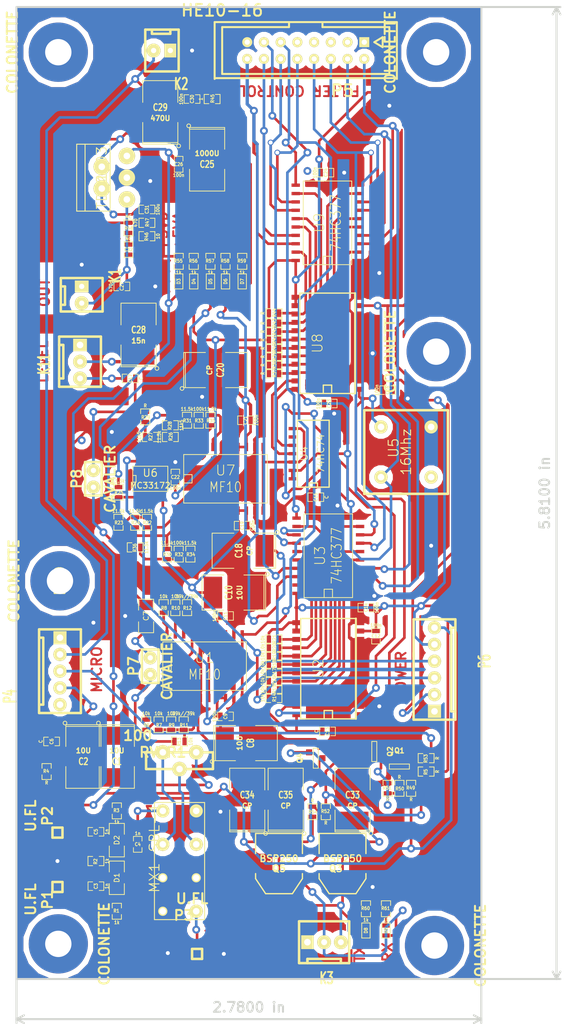
<source format=kicad_pcb>
(kicad_pcb (version 3) (host pcbnew "(2013-05-31 BZR 4019)-stable")
  (layers (15 Dessus.Cu signal) (0 Dessous.Cu signal hide))
  (net 0 "")
  (net 1 +12V)
  (net 2 +3.3V)
  (net 3 +5VA)
  (net 4 +5VD)
  (net 5 -5VA)
  (net 6 /BD0)
  (net 7 /BD1)
  (net 8 /BD2)
  (net 9 /BD3)
  (net 10 /BD4)
  (net 11 /BD5)
  (net 12 /BD6)
  (net 13 /BD7)
  (net 14 "/Filtre Passe Bas/AFR")
  (net 15 "/Filtre Passe Bas/AFRF")
  (net 16 "/Filtre Passe Bas/CSFPB")
  (net 17 "/Filtre Passe Bas/OSC")
  (net 18 /HP/BFIN)
  (net 19 /HP/HP1)
  (net 20 /HP/LINEOUT)
  (net 21 /MIC/+12VRX)
  (net 22 /MIC/+12VTX)
  (net 23 /MIC/AFE)
  (net 24 /MIC/BFE)
  (net 25 /MIC/PTT)
  (net 26 "/Mixer 9Mhz/OL9MHZ")
  (net 27 "/Mixer 9Mhz/RX9MHZ")
  (net 28 "/Mixer 9Mhz/TX9MHZ")
  (net 29 /NOTCH/AFRFN)
  (net 30 /NOTCH/CSFN)
  (net 31 GND)
  (net 32 N-00000100)
  (net 33 N-00000101)
  (net 34 N-00000102)
  (net 35 N-00000103)
  (net 36 N-0000036)
  (net 37 N-0000037)
  (net 38 N-0000038)
  (net 39 N-0000039)
  (net 40 N-0000040)
  (net 41 N-0000041)
  (net 42 N-0000042)
  (net 43 N-0000043)
  (net 44 N-0000044)
  (net 45 N-0000045)
  (net 46 N-0000046)
  (net 47 N-0000047)
  (net 48 N-0000048)
  (net 49 N-0000049)
  (net 50 N-0000050)
  (net 51 N-0000051)
  (net 52 N-0000052)
  (net 53 N-0000053)
  (net 54 N-0000054)
  (net 55 N-0000055)
  (net 56 N-0000056)
  (net 57 N-0000059)
  (net 58 N-0000060)
  (net 59 N-0000061)
  (net 60 N-0000062)
  (net 61 N-0000063)
  (net 62 N-0000064)
  (net 63 N-0000065)
  (net 64 N-0000066)
  (net 65 N-0000067)
  (net 66 N-0000068)
  (net 67 N-0000069)
  (net 68 N-0000070)
  (net 69 N-0000071)
  (net 70 N-0000072)
  (net 71 N-0000073)
  (net 72 N-0000074)
  (net 73 N-0000075)
  (net 74 N-0000076)
  (net 75 N-0000077)
  (net 76 N-0000078)
  (net 77 N-0000079)
  (net 78 N-0000080)
  (net 79 N-0000081)
  (net 80 N-0000082)
  (net 81 N-0000083)
  (net 82 N-0000084)
  (net 83 N-0000085)
  (net 84 N-0000086)
  (net 85 N-0000087)
  (net 86 N-0000088)
  (net 87 N-0000089)
  (net 88 N-0000090)
  (net 89 N-0000091)
  (net 90 N-0000092)
  (net 91 N-0000093)
  (net 92 N-0000094)
  (net 93 N-0000095)
  (net 94 N-0000096)
  (net 95 N-0000097)
  (net 96 N-0000099)
  (module SM2112L (layer Dessus.Cu) (at 217.297 48.895 270)
    (fp_text reference C25)
    (fp_text value 1000U)
    (pad 2 smd rect (at 3.175 0 270) (size 2.794 4.826) (layers Dessus.Cu Dessus.Pate Dessus.Masque) (net 31 GND))
    (pad 1 smd rect (at -3.175 0 270) (size 2.794 4.826) (layers Dessus.Cu Dessus.Pate Dessus.Masque) (net 1 +12V))
  )
  (module TDA2003V (layer Dessus.Cu) (at 201.295 51.689 90)
    (fp_text reference U10)
    (fp_text value TDA2003)
    (pad 1 thru_hole circle (at -3.302 3.81 90) (size 2.5 2.5) (drill 1) (layers *.Cu *.Mask Dessus.SilkS) (net 20 /HP/LINEOUT))
    (pad 2 thru_hole circle (at -1.651 0 90) (size 2.5 2.5) (drill 1) (layers *.Cu *.Mask Dessus.SilkS) (net 34 N-00000102))
    (pad 3 thru_hole circle (at 0 3.81 90) (size 2.5 2.5) (drill 1) (layers *.Cu *.Mask Dessus.SilkS) (net 31 GND))
    (pad 4 thru_hole circle (at 1.651 0 90) (size 2.5 2.5) (drill 1) (layers *.Cu *.Mask Dessus.SilkS) (net 32 N-00000100))
    (pad 5 thru_hole circle (at 3.302 3.81 90) (size 2.5 2.5) (drill 1) (layers *.Cu *.Mask Dessus.SilkS) (net 1 +12V))
  )
  (module SOT23EBC (layer Dessus.Cu) (at 233.807 139.827 90)
    (fp_text reference Q4)
    (fp_text value BC847 hide)
    (pad 1 smd rect (at -0.889 -1.016 90) (size 0.9144 0.9144) (layers Dessus.Cu Dessus.Pate Dessus.Masque) (net 31 GND))
    (pad 2 smd rect (at 0.889 -1.016 90) (size 0.9144 0.9144) (layers Dessus.Cu Dessus.Pate Dessus.Masque) (net 47 N-0000047))
    (pad 3 smd rect (at 0 1.016 90) (size 0.9144 0.9144) (layers Dessus.Cu Dessus.Pate Dessus.Masque) (net 37 N-0000037))
  )
  (module SOT23EBC (layer Dessus.Cu) (at 242.697 138.811 270)
    (fp_text reference Q2)
    (fp_text value BC847 hide)
    (pad 1 smd rect (at -0.889 -1.016 270) (size 0.9144 0.9144) (layers Dessus.Cu Dessus.Pate Dessus.Masque) (net 31 GND))
    (pad 2 smd rect (at 0.889 -1.016 270) (size 0.9144 0.9144) (layers Dessus.Cu Dessus.Pate Dessus.Masque) (net 39 N-0000039))
    (pad 3 smd rect (at 0 1.016 270) (size 0.9144 0.9144) (layers Dessus.Cu Dessus.Pate Dessus.Masque) (net 36 N-0000036))
  )
  (module SOT23EBC (layer Dessus.Cu) (at 246.507 141.097)
    (fp_text reference Q1)
    (fp_text value BC847 hide)
    (pad 1 smd rect (at -0.889 -1.016) (size 0.9144 0.9144) (layers Dessus.Cu Dessus.Pate Dessus.Masque) (net 31 GND))
    (pad 2 smd rect (at 0.889 -1.016) (size 0.9144 0.9144) (layers Dessus.Cu Dessus.Pate Dessus.Masque) (net 47 N-0000047))
    (pad 3 smd rect (at 0 1.016) (size 0.9144 0.9144) (layers Dessus.Cu Dessus.Pate Dessus.Masque) (net 38 N-0000038))
  )
  (module SO8E (layer Dessus.Cu) (at 208.661 97.409)
    (fp_text reference U6)
    (fp_text value MC33172)
    (pad 8 smd rect (at -1.905 -2.667) (size 0.59944 1.39954) (layers Dessus.Cu Dessus.Pate Dessus.Masque) (net 3 +5VA))
    (pad 1 smd rect (at -1.905 2.667) (size 0.59944 1.39954) (layers Dessus.Cu Dessus.Pate Dessus.Masque) (net 94 N-0000096))
    (pad 7 smd rect (at -0.635 -2.667) (size 0.59944 1.39954) (layers Dessus.Cu Dessus.Pate Dessus.Masque) (net 93 N-0000095))
    (pad 6 smd rect (at 0.635 -2.667) (size 0.59944 1.39954) (layers Dessus.Cu Dessus.Pate Dessus.Masque) (net 90 N-0000092))
    (pad 5 smd rect (at 1.905 -2.667) (size 0.59944 1.39954) (layers Dessus.Cu Dessus.Pate Dessus.Masque) (net 31 GND))
    (pad 2 smd rect (at -0.635 2.667) (size 0.59944 1.39954) (layers Dessus.Cu Dessus.Pate Dessus.Masque) (net 95 N-0000097))
    (pad 3 smd rect (at 0.635 2.667) (size 0.59944 1.39954) (layers Dessus.Cu Dessus.Pate Dessus.Masque) (net 31 GND))
    (pad 4 smd rect (at 1.905 2.667) (size 0.59944 1.39954) (layers Dessus.Cu Dessus.Pate Dessus.Masque) (net 5 -5VA))
  )
  (module SO24E (layer Dessus.Cu) (at 235.712 126.238 90)
    (fp_text reference U2)
    (fp_text value 74HC4059 hide)
    (pad 1 smd rect (at -6.985 4.826 90) (size 0.762 1.27) (layers Dessus.Cu Dessus.Pate Dessus.Masque) (net 17 "/Filtre Passe Bas/OSC"))
    (pad 2 smd rect (at -5.715 4.826 90) (size 0.762 1.27) (layers Dessus.Cu Dessus.Pate Dessus.Masque) (net 31 GND))
    (pad 3 smd rect (at -4.445 4.826 90) (size 0.762 1.27) (layers Dessus.Cu Dessus.Pate Dessus.Masque) (net 31 GND))
    (pad 4 smd rect (at -3.175 4.826 90) (size 0.762 1.27) (layers Dessus.Cu Dessus.Pate Dessus.Masque) (net 31 GND))
    (pad 5 smd rect (at -1.905 4.826 90) (size 0.762 1.27) (layers Dessus.Cu Dessus.Pate Dessus.Masque) (net 31 GND))
    (pad 6 smd rect (at -0.635 4.826 90) (size 0.762 1.27) (layers Dessus.Cu Dessus.Pate Dessus.Masque) (net 31 GND))
    (pad 7 smd rect (at 0.635 4.826 90) (size 0.762 1.27) (layers Dessus.Cu Dessus.Pate Dessus.Masque) (net 31 GND))
    (pad 8 smd rect (at 1.905 4.826 90) (size 0.762 1.27) (layers Dessus.Cu Dessus.Pate Dessus.Masque) (net 31 GND))
    (pad 9 smd rect (at 3.175 4.826 90) (size 0.762 1.27) (layers Dessus.Cu Dessus.Pate Dessus.Masque) (net 31 GND))
    (pad 10 smd rect (at 4.445 4.826 90) (size 0.762 1.27) (layers Dessus.Cu Dessus.Pate Dessus.Masque) (net 31 GND))
    (pad 11 smd rect (at 5.715 4.826 90) (size 0.762 1.27) (layers Dessus.Cu Dessus.Pate Dessus.Masque) (net 4 +5VD))
    (pad 12 smd rect (at 6.985 4.826 90) (size 0.762 1.27) (layers Dessus.Cu Dessus.Pate Dessus.Masque) (net 31 GND))
    (pad 24 smd rect (at -6.985 -4.826 90) (size 0.762 1.27) (layers Dessus.Cu Dessus.Pate Dessus.Masque) (net 4 +5VD))
    (pad 23 smd rect (at -5.715 -4.826 90) (size 0.762 1.27) (layers Dessus.Cu Dessus.Pate Dessus.Masque) (net 57 N-0000059))
    (pad 22 smd rect (at -4.445 -4.826 90) (size 0.762 1.27) (layers Dessus.Cu Dessus.Pate Dessus.Masque) (net 59 N-0000061))
    (pad 21 smd rect (at -3.175 -4.826 90) (size 0.762 1.27) (layers Dessus.Cu Dessus.Pate Dessus.Masque) (net 60 N-0000062))
    (pad 20 smd rect (at -1.905 -4.826 90) (size 0.762 1.27) (layers Dessus.Cu Dessus.Pate Dessus.Masque) (net 61 N-0000063))
    (pad 19 smd rect (at -0.635 -4.826 90) (size 0.762 1.27) (layers Dessus.Cu Dessus.Pate Dessus.Masque) (net 62 N-0000064))
    (pad 18 smd rect (at 0.635 -4.826 90) (size 0.762 1.27) (layers Dessus.Cu Dessus.Pate Dessus.Masque) (net 63 N-0000065))
    (pad 17 smd rect (at 1.905 -4.826 90) (size 0.762 1.27) (layers Dessus.Cu Dessus.Pate Dessus.Masque) (net 66 N-0000068))
    (pad 16 smd rect (at 3.175 -4.826 90) (size 0.762 1.27) (layers Dessus.Cu Dessus.Pate Dessus.Masque) (net 65 N-0000067))
    (pad 15 smd rect (at 4.445 -4.826 90) (size 0.762 1.27) (layers Dessus.Cu Dessus.Pate Dessus.Masque) (net 64 N-0000066))
    (pad 14 smd rect (at 5.715 -4.826 90) (size 0.762 1.27) (layers Dessus.Cu Dessus.Pate Dessus.Masque) (net 4 +5VD))
    (pad 13 smd rect (at 6.985 -4.826 90) (size 0.762 1.27) (layers Dessus.Cu Dessus.Pate Dessus.Masque) (net 4 +5VD))
  )
  (module SO24E (layer Dessus.Cu) (at 235.585 76.835 90)
    (fp_text reference U8)
    (fp_text value 74HC4059 hide)
    (pad 1 smd rect (at -6.985 4.826 90) (size 0.762 1.27) (layers Dessus.Cu Dessus.Pate Dessus.Masque) (net 17 "/Filtre Passe Bas/OSC"))
    (pad 2 smd rect (at -5.715 4.826 90) (size 0.762 1.27) (layers Dessus.Cu Dessus.Pate Dessus.Masque) (net 31 GND))
    (pad 3 smd rect (at -4.445 4.826 90) (size 0.762 1.27) (layers Dessus.Cu Dessus.Pate Dessus.Masque) (net 31 GND))
    (pad 4 smd rect (at -3.175 4.826 90) (size 0.762 1.27) (layers Dessus.Cu Dessus.Pate Dessus.Masque) (net 31 GND))
    (pad 5 smd rect (at -1.905 4.826 90) (size 0.762 1.27) (layers Dessus.Cu Dessus.Pate Dessus.Masque) (net 31 GND))
    (pad 6 smd rect (at -0.635 4.826 90) (size 0.762 1.27) (layers Dessus.Cu Dessus.Pate Dessus.Masque) (net 31 GND))
    (pad 7 smd rect (at 0.635 4.826 90) (size 0.762 1.27) (layers Dessus.Cu Dessus.Pate Dessus.Masque) (net 31 GND))
    (pad 8 smd rect (at 1.905 4.826 90) (size 0.762 1.27) (layers Dessus.Cu Dessus.Pate Dessus.Masque) (net 31 GND))
    (pad 9 smd rect (at 3.175 4.826 90) (size 0.762 1.27) (layers Dessus.Cu Dessus.Pate Dessus.Masque) (net 31 GND))
    (pad 10 smd rect (at 4.445 4.826 90) (size 0.762 1.27) (layers Dessus.Cu Dessus.Pate Dessus.Masque) (net 31 GND))
    (pad 11 smd rect (at 5.715 4.826 90) (size 0.762 1.27) (layers Dessus.Cu Dessus.Pate Dessus.Masque) (net 4 +5VD))
    (pad 12 smd rect (at 6.985 4.826 90) (size 0.762 1.27) (layers Dessus.Cu Dessus.Pate Dessus.Masque) (net 31 GND))
    (pad 24 smd rect (at -6.985 -4.826 90) (size 0.762 1.27) (layers Dessus.Cu Dessus.Pate Dessus.Masque) (net 4 +5VD))
    (pad 23 smd rect (at -5.715 -4.826 90) (size 0.762 1.27) (layers Dessus.Cu Dessus.Pate Dessus.Masque) (net 73 N-0000075))
    (pad 22 smd rect (at -4.445 -4.826 90) (size 0.762 1.27) (layers Dessus.Cu Dessus.Pate Dessus.Masque) (net 81 N-0000083))
    (pad 21 smd rect (at -3.175 -4.826 90) (size 0.762 1.27) (layers Dessus.Cu Dessus.Pate Dessus.Masque) (net 86 N-0000088))
    (pad 20 smd rect (at -1.905 -4.826 90) (size 0.762 1.27) (layers Dessus.Cu Dessus.Pate Dessus.Masque) (net 85 N-0000087))
    (pad 19 smd rect (at -0.635 -4.826 90) (size 0.762 1.27) (layers Dessus.Cu Dessus.Pate Dessus.Masque) (net 84 N-0000086))
    (pad 18 smd rect (at 0.635 -4.826 90) (size 0.762 1.27) (layers Dessus.Cu Dessus.Pate Dessus.Masque) (net 83 N-0000085))
    (pad 17 smd rect (at 1.905 -4.826 90) (size 0.762 1.27) (layers Dessus.Cu Dessus.Pate Dessus.Masque) (net 82 N-0000084))
    (pad 16 smd rect (at 3.175 -4.826 90) (size 0.762 1.27) (layers Dessus.Cu Dessus.Pate Dessus.Masque) (net 80 N-0000082))
    (pad 15 smd rect (at 4.445 -4.826 90) (size 0.762 1.27) (layers Dessus.Cu Dessus.Pate Dessus.Masque) (net 79 N-0000081))
    (pad 14 smd rect (at 5.715 -4.826 90) (size 0.762 1.27) (layers Dessus.Cu Dessus.Pate Dessus.Masque) (net 4 +5VD))
    (pad 13 smd rect (at 6.985 -4.826 90) (size 0.762 1.27) (layers Dessus.Cu Dessus.Pate Dessus.Masque) (net 4 +5VD))
  )
  (module SO20L (layer Dessus.Cu) (at 235.585 58.547 90)
    (fp_text reference U9)
    (fp_text value 74HC377)
    (pad 11 smd rect (at 5.715 -4.826 90) (size 0.508 1.27) (layers Dessus.Cu Dessus.Pate Dessus.Masque) (net 30 /NOTCH/CSFN))
    (pad 12 smd rect (at 4.445 -4.826 90) (size 0.508 1.27) (layers Dessus.Cu Dessus.Pate Dessus.Masque) (net 83 N-0000085))
    (pad 13 smd rect (at 3.175 -4.826 90) (size 0.508 1.27) (layers Dessus.Cu Dessus.Pate Dessus.Masque) (net 10 /BD4))
    (pad 14 smd rect (at 1.905 -4.826 90) (size 0.508 1.27) (layers Dessus.Cu Dessus.Pate Dessus.Masque) (net 11 /BD5))
    (pad 15 smd rect (at 0.635 -4.826 90) (size 0.508 1.27) (layers Dessus.Cu Dessus.Pate Dessus.Masque) (net 82 N-0000084))
    (pad 16 smd rect (at -0.635 -4.826 90) (size 0.508 1.27) (layers Dessus.Cu Dessus.Pate Dessus.Masque) (net 80 N-0000082))
    (pad 17 smd rect (at -1.905 -4.826 90) (size 0.508 1.27) (layers Dessus.Cu Dessus.Pate Dessus.Masque) (net 12 /BD6))
    (pad 18 smd rect (at -3.175 -4.826 90) (size 0.508 1.27) (layers Dessus.Cu Dessus.Pate Dessus.Masque) (net 13 /BD7))
    (pad 19 smd rect (at -4.445 -4.826 90) (size 0.508 1.27) (layers Dessus.Cu Dessus.Pate Dessus.Masque) (net 79 N-0000081))
    (pad 20 smd rect (at -5.715 -4.826 90) (size 0.508 1.27) (layers Dessus.Cu Dessus.Pate Dessus.Masque) (net 4 +5VD))
    (pad 1 smd rect (at -5.715 4.826 90) (size 0.508 1.27) (layers Dessus.Cu Dessus.Pate Dessus.Masque) (net 31 GND))
    (pad 2 smd rect (at -4.445 4.826 90) (size 0.508 1.27) (layers Dessus.Cu Dessus.Pate Dessus.Masque) (net 81 N-0000083))
    (pad 3 smd rect (at -3.175 4.826 90) (size 0.508 1.27) (layers Dessus.Cu Dessus.Pate Dessus.Masque) (net 6 /BD0))
    (pad 4 smd rect (at -1.905 4.826 90) (size 0.508 1.27) (layers Dessus.Cu Dessus.Pate Dessus.Masque) (net 7 /BD1))
    (pad 5 smd rect (at -0.635 4.826 90) (size 0.508 1.27) (layers Dessus.Cu Dessus.Pate Dessus.Masque) (net 86 N-0000088))
    (pad 6 smd rect (at 0.635 4.826 90) (size 0.508 1.27) (layers Dessus.Cu Dessus.Pate Dessus.Masque) (net 85 N-0000087))
    (pad 7 smd rect (at 1.905 4.826 90) (size 0.508 1.27) (layers Dessus.Cu Dessus.Pate Dessus.Masque) (net 8 /BD2))
    (pad 8 smd rect (at 3.175 4.826 90) (size 0.508 1.27) (layers Dessus.Cu Dessus.Pate Dessus.Masque) (net 9 /BD3))
    (pad 9 smd rect (at 4.445 4.826 90) (size 0.508 1.27) (layers Dessus.Cu Dessus.Pate Dessus.Masque) (net 84 N-0000086))
    (pad 10 smd rect (at 5.715 4.826 90) (size 0.508 1.27) (layers Dessus.Cu Dessus.Pate Dessus.Masque) (net 31 GND))
  )
  (module SO20L (layer Dessus.Cu) (at 220.091 97.409)
    (fp_text reference U7)
    (fp_text value MF10)
    (pad 11 smd rect (at 5.715 -4.826) (size 0.508 1.27) (layers Dessus.Cu Dessus.Pate Dessus.Masque) (net 77 N-0000079))
    (pad 12 smd rect (at 4.445 -4.826) (size 0.508 1.27) (layers Dessus.Cu Dessus.Pate Dessus.Masque) (net 31 GND))
    (pad 13 smd rect (at 3.175 -4.826) (size 0.508 1.27) (layers Dessus.Cu Dessus.Pate Dessus.Masque) (net 5 -5VA))
    (pad 14 smd rect (at 1.905 -4.826) (size 0.508 1.27) (layers Dessus.Cu Dessus.Pate Dessus.Masque) (net 5 -5VA))
    (pad 15 smd rect (at 0.635 -4.826) (size 0.508 1.27) (layers Dessus.Cu Dessus.Pate Dessus.Masque) (net 31 GND))
    (pad 16 smd rect (at -0.635 -4.826) (size 0.508 1.27) (layers Dessus.Cu Dessus.Pate Dessus.Masque) (net 31 GND))
    (pad 17 smd rect (at -1.905 -4.826) (size 0.508 1.27) (layers Dessus.Cu Dessus.Pate Dessus.Masque) (net 92 N-0000094))
    (pad 18 smd rect (at -3.175 -4.826) (size 0.508 1.27) (layers Dessus.Cu Dessus.Pate Dessus.Masque) (net 87 N-0000089))
    (pad 19 smd rect (at -4.445 -4.826) (size 0.508 1.27) (layers Dessus.Cu Dessus.Pate Dessus.Masque) (net 74 N-0000076))
    (pad 20 smd rect (at -5.715 -4.826) (size 0.508 1.27) (layers Dessus.Cu Dessus.Pate Dessus.Masque) (net 89 N-0000091))
    (pad 1 smd rect (at -5.715 4.826) (size 0.508 1.27) (layers Dessus.Cu Dessus.Pate Dessus.Masque) (net 88 N-0000090))
    (pad 2 smd rect (at -4.445 4.826) (size 0.508 1.27) (layers Dessus.Cu Dessus.Pate Dessus.Masque) (net 75 N-0000077))
    (pad 3 smd rect (at -3.175 4.826) (size 0.508 1.27) (layers Dessus.Cu Dessus.Pate Dessus.Masque) (net 91 N-0000093))
    (pad 4 smd rect (at -1.905 4.826) (size 0.508 1.27) (layers Dessus.Cu Dessus.Pate Dessus.Masque) (net 76 N-0000078))
    (pad 5 smd rect (at -0.635 4.826) (size 0.508 1.27) (layers Dessus.Cu Dessus.Pate Dessus.Masque) (net 31 GND))
    (pad 6 smd rect (at 0.635 4.826) (size 0.508 1.27) (layers Dessus.Cu Dessus.Pate Dessus.Masque) (net 5 -5VA))
    (pad 7 smd rect (at 1.905 4.826) (size 0.508 1.27) (layers Dessus.Cu Dessus.Pate Dessus.Masque) (net 3 +5VA))
    (pad 8 smd rect (at 3.175 4.826) (size 0.508 1.27) (layers Dessus.Cu Dessus.Pate Dessus.Masque) (net 3 +5VA))
    (pad 9 smd rect (at 4.445 4.826) (size 0.508 1.27) (layers Dessus.Cu Dessus.Pate Dessus.Masque) (net 31 GND))
    (pad 10 smd rect (at 5.715 4.826) (size 0.508 1.27) (layers Dessus.Cu Dessus.Pate Dessus.Masque) (net 77 N-0000079))
  )
  (module SO20L (layer Dessus.Cu) (at 235.712 109.093 90)
    (fp_text reference U3)
    (fp_text value 74HC377)
    (pad 11 smd rect (at 5.715 -4.826 90) (size 0.508 1.27) (layers Dessus.Cu Dessus.Pate Dessus.Masque) (net 16 "/Filtre Passe Bas/CSFPB"))
    (pad 12 smd rect (at 4.445 -4.826 90) (size 0.508 1.27) (layers Dessus.Cu Dessus.Pate Dessus.Masque) (net 63 N-0000065))
    (pad 13 smd rect (at 3.175 -4.826 90) (size 0.508 1.27) (layers Dessus.Cu Dessus.Pate Dessus.Masque) (net 10 /BD4))
    (pad 14 smd rect (at 1.905 -4.826 90) (size 0.508 1.27) (layers Dessus.Cu Dessus.Pate Dessus.Masque) (net 11 /BD5))
    (pad 15 smd rect (at 0.635 -4.826 90) (size 0.508 1.27) (layers Dessus.Cu Dessus.Pate Dessus.Masque) (net 66 N-0000068))
    (pad 16 smd rect (at -0.635 -4.826 90) (size 0.508 1.27) (layers Dessus.Cu Dessus.Pate Dessus.Masque) (net 65 N-0000067))
    (pad 17 smd rect (at -1.905 -4.826 90) (size 0.508 1.27) (layers Dessus.Cu Dessus.Pate Dessus.Masque) (net 12 /BD6))
    (pad 18 smd rect (at -3.175 -4.826 90) (size 0.508 1.27) (layers Dessus.Cu Dessus.Pate Dessus.Masque) (net 13 /BD7))
    (pad 19 smd rect (at -4.445 -4.826 90) (size 0.508 1.27) (layers Dessus.Cu Dessus.Pate Dessus.Masque) (net 64 N-0000066))
    (pad 20 smd rect (at -5.715 -4.826 90) (size 0.508 1.27) (layers Dessus.Cu Dessus.Pate Dessus.Masque) (net 4 +5VD))
    (pad 1 smd rect (at -5.715 4.826 90) (size 0.508 1.27) (layers Dessus.Cu Dessus.Pate Dessus.Masque) (net 31 GND))
    (pad 2 smd rect (at -4.445 4.826 90) (size 0.508 1.27) (layers Dessus.Cu Dessus.Pate Dessus.Masque) (net 59 N-0000061))
    (pad 3 smd rect (at -3.175 4.826 90) (size 0.508 1.27) (layers Dessus.Cu Dessus.Pate Dessus.Masque) (net 6 /BD0))
    (pad 4 smd rect (at -1.905 4.826 90) (size 0.508 1.27) (layers Dessus.Cu Dessus.Pate Dessus.Masque) (net 7 /BD1))
    (pad 5 smd rect (at -0.635 4.826 90) (size 0.508 1.27) (layers Dessus.Cu Dessus.Pate Dessus.Masque) (net 60 N-0000062))
    (pad 6 smd rect (at 0.635 4.826 90) (size 0.508 1.27) (layers Dessus.Cu Dessus.Pate Dessus.Masque) (net 61 N-0000063))
    (pad 7 smd rect (at 1.905 4.826 90) (size 0.508 1.27) (layers Dessus.Cu Dessus.Pate Dessus.Masque) (net 8 /BD2))
    (pad 8 smd rect (at 3.175 4.826 90) (size 0.508 1.27) (layers Dessus.Cu Dessus.Pate Dessus.Masque) (net 9 /BD3))
    (pad 9 smd rect (at 4.445 4.826 90) (size 0.508 1.27) (layers Dessus.Cu Dessus.Pate Dessus.Masque) (net 62 N-0000064))
    (pad 10 smd rect (at 5.715 4.826 90) (size 0.508 1.27) (layers Dessus.Cu Dessus.Pate Dessus.Masque) (net 31 GND))
  )
  (module SO20L (layer Dessus.Cu) (at 216.916 125.857)
    (fp_text reference U1)
    (fp_text value MF10)
    (pad 11 smd rect (at 5.715 -4.826) (size 0.508 1.27) (layers Dessus.Cu Dessus.Pate Dessus.Masque) (net 72 N-0000074))
    (pad 12 smd rect (at 4.445 -4.826) (size 0.508 1.27) (layers Dessus.Cu Dessus.Pate Dessus.Masque) (net 31 GND))
    (pad 13 smd rect (at 3.175 -4.826) (size 0.508 1.27) (layers Dessus.Cu Dessus.Pate Dessus.Masque) (net 5 -5VA))
    (pad 14 smd rect (at 1.905 -4.826) (size 0.508 1.27) (layers Dessus.Cu Dessus.Pate Dessus.Masque) (net 5 -5VA))
    (pad 15 smd rect (at 0.635 -4.826) (size 0.508 1.27) (layers Dessus.Cu Dessus.Pate Dessus.Masque) (net 31 GND))
    (pad 16 smd rect (at -0.635 -4.826) (size 0.508 1.27) (layers Dessus.Cu Dessus.Pate Dessus.Masque) (net 31 GND))
    (pad 17 smd rect (at -1.905 -4.826) (size 0.508 1.27) (layers Dessus.Cu Dessus.Pate Dessus.Masque) (net 70 N-0000072))
    (pad 18 smd rect (at -3.175 -4.826) (size 0.508 1.27) (layers Dessus.Cu Dessus.Pate Dessus.Masque) (net 69 N-0000071))
    (pad 19 smd rect (at -4.445 -4.826) (size 0.508 1.27) (layers Dessus.Cu Dessus.Pate Dessus.Masque) (net 58 N-0000060))
    (pad 20 smd rect (at -5.715 -4.826) (size 0.508 1.27) (layers Dessus.Cu Dessus.Pate Dessus.Masque) (net 67 N-0000069))
    (pad 1 smd rect (at -5.715 4.826) (size 0.508 1.27) (layers Dessus.Cu Dessus.Pate Dessus.Masque) (net 68 N-0000070))
    (pad 2 smd rect (at -4.445 4.826) (size 0.508 1.27) (layers Dessus.Cu Dessus.Pate Dessus.Masque) (net 56 N-0000056))
    (pad 3 smd rect (at -3.175 4.826) (size 0.508 1.27) (layers Dessus.Cu Dessus.Pate Dessus.Masque) (net 55 N-0000055))
    (pad 4 smd rect (at -1.905 4.826) (size 0.508 1.27) (layers Dessus.Cu Dessus.Pate Dessus.Masque) (net 71 N-0000073))
    (pad 5 smd rect (at -0.635 4.826) (size 0.508 1.27) (layers Dessus.Cu Dessus.Pate Dessus.Masque) (net 31 GND))
    (pad 6 smd rect (at 0.635 4.826) (size 0.508 1.27) (layers Dessus.Cu Dessus.Pate Dessus.Masque) (net 5 -5VA))
    (pad 7 smd rect (at 1.905 4.826) (size 0.508 1.27) (layers Dessus.Cu Dessus.Pate Dessus.Masque) (net 3 +5VA))
    (pad 8 smd rect (at 3.175 4.826) (size 0.508 1.27) (layers Dessus.Cu Dessus.Pate Dessus.Masque) (net 3 +5VA))
    (pad 9 smd rect (at 4.445 4.826) (size 0.508 1.27) (layers Dessus.Cu Dessus.Pate Dessus.Masque) (net 31 GND))
    (pad 10 smd rect (at 5.715 4.826) (size 0.508 1.27) (layers Dessus.Cu Dessus.Pate Dessus.Masque) (net 72 N-0000074))
  )
  (module SO14N (layer Dessus.Cu) (at 233.299 93.599 90)
    (fp_text reference U4)
    (fp_text value 74HC74)
    (pad 1 smd rect (at -3.81 3.302 90) (size 0.508 1.143) (layers Dessus.Cu Dessus.Pate Dessus.Masque) (net 4 +5VD))
    (pad 2 smd rect (at -2.54 3.302 90) (size 0.508 1.143) (layers Dessus.Cu Dessus.Pate Dessus.Masque) (net 72 N-0000074))
    (pad 3 smd rect (at -1.27 3.302 90) (size 0.508 1.143) (layers Dessus.Cu Dessus.Pate Dessus.Masque) (net 57 N-0000059))
    (pad 4 smd rect (at 0 3.302 90) (size 0.508 1.143) (layers Dessus.Cu Dessus.Pate Dessus.Masque) (net 4 +5VD))
    (pad 5 smd rect (at 1.27 3.302 90) (size 0.508 1.143) (layers Dessus.Cu Dessus.Pate Dessus.Masque))
    (pad 6 smd rect (at 2.54 3.302 90) (size 0.508 1.143) (layers Dessus.Cu Dessus.Pate Dessus.Masque) (net 72 N-0000074))
    (pad 7 smd rect (at 3.81 3.302 90) (size 0.508 1.143) (layers Dessus.Cu Dessus.Pate Dessus.Masque) (net 31 GND))
    (pad 8 smd rect (at 3.81 -3.048 90) (size 0.508 1.143) (layers Dessus.Cu Dessus.Pate Dessus.Masque) (net 77 N-0000079))
    (pad 9 smd rect (at 2.54 -3.048 90) (size 0.508 1.143) (layers Dessus.Cu Dessus.Pate Dessus.Masque))
    (pad 11 smd rect (at 0 -3.048 90) (size 0.508 1.143) (layers Dessus.Cu Dessus.Pate Dessus.Masque) (net 73 N-0000075))
    (pad 12 smd rect (at -1.27 -3.048 90) (size 0.508 1.143) (layers Dessus.Cu Dessus.Pate Dessus.Masque) (net 77 N-0000079))
    (pad 13 smd rect (at -2.54 -3.048 90) (size 0.508 1.143) (layers Dessus.Cu Dessus.Pate Dessus.Masque) (net 4 +5VD))
    (pad 14 smd rect (at -3.81 -3.048 90) (size 0.508 1.143) (layers Dessus.Cu Dessus.Pate Dessus.Masque) (net 4 +5VD))
    (pad 10 smd rect (at 1.27 -3.048 90) (size 0.508 1.143) (layers Dessus.Cu Dessus.Pate Dessus.Masque) (net 4 +5VD))
  )
  (module SM1206 (layer Dessus.Cu) (at 208.026 118.237 270)
    (fp_text reference C7)
    (fp_text value 1U hide)
    (pad 1 smd rect (at -1.651 0 270) (size 1.524 2.032) (layers Dessus.Cu Dessus.Pate Dessus.Masque) (net 15 "/Filtre Passe Bas/AFRF"))
    (pad 2 smd rect (at 1.651 0 270) (size 1.524 2.032) (layers Dessus.Cu Dessus.Pate Dessus.Masque) (net 67 N-0000069))
  )
  (module SM1206 (layer Dessus.Cu) (at 203.581 152.273 270)
    (fp_text reference D2)
    (fp_text value MA4P1250 hide)
    (pad 1 smd rect (at -1.651 0 270) (size 1.524 2.032) (layers Dessus.Cu Dessus.Pate Dessus.Masque) (net 53 N-0000053))
    (pad 2 smd rect (at 1.651 0 270) (size 1.524 2.032) (layers Dessus.Cu Dessus.Pate Dessus.Masque) (net 54 N-0000054))
  )
  (module SM1206 (layer Dessus.Cu) (at 203.581 157.988 90)
    (fp_text reference D1)
    (fp_text value MA4P1250 hide)
    (pad 1 smd rect (at -1.651 0 90) (size 1.524 2.032) (layers Dessus.Cu Dessus.Pate Dessus.Masque) (net 48 N-0000048))
    (pad 2 smd rect (at 1.651 0 90) (size 1.524 2.032) (layers Dessus.Cu Dessus.Pate Dessus.Masque) (net 54 N-0000054))
  )
  (module SM0603_Resistor (layer Dessus.Cu) (at 227.457 124.333)
    (fp_text reference R19)
    (fp_text value 10k)
    (pad 1 smd rect (at -0.762 0) (size 0.635 1.143) (layers Dessus.Cu Dessus.Pate Dessus.Masque) (net 4 +5VD))
    (pad 2 smd rect (at 0.762 0) (size 0.635 1.143) (layers Dessus.Cu Dessus.Pate Dessus.Masque) (net 66 N-0000068))
  )
  (module SM0603_Resistor (layer Dessus.Cu) (at 227.457 75.057)
    (fp_text reference R42)
    (fp_text value R)
    (pad 1 smd rect (at -0.762 0) (size 0.635 1.143) (layers Dessus.Cu Dessus.Pate Dessus.Masque) (net 4 +5VD))
    (pad 2 smd rect (at 0.762 0) (size 0.635 1.143) (layers Dessus.Cu Dessus.Pate Dessus.Masque) (net 82 N-0000084))
  )
  (module SM0603_Resistor (layer Dessus.Cu) (at 227.457 123.063)
    (fp_text reference R20)
    (fp_text value 10k)
    (pad 1 smd rect (at -0.762 0) (size 0.635 1.143) (layers Dessus.Cu Dessus.Pate Dessus.Masque) (net 4 +5VD))
    (pad 2 smd rect (at 0.762 0) (size 0.635 1.143) (layers Dessus.Cu Dessus.Pate Dessus.Masque) (net 65 N-0000067))
  )
  (module SM0603_Resistor (layer Dessus.Cu) (at 227.457 121.793)
    (fp_text reference R21)
    (fp_text value 10k)
    (pad 1 smd rect (at -0.762 0) (size 0.635 1.143) (layers Dessus.Cu Dessus.Pate Dessus.Masque) (net 4 +5VD))
    (pad 2 smd rect (at 0.762 0) (size 0.635 1.143) (layers Dessus.Cu Dessus.Pate Dessus.Masque) (net 64 N-0000066))
  )
  (module SM0603_Resistor (layer Dessus.Cu) (at 227.457 125.603)
    (fp_text reference R18)
    (fp_text value 10k)
    (pad 1 smd rect (at -0.762 0) (size 0.635 1.143) (layers Dessus.Cu Dessus.Pate Dessus.Masque) (net 4 +5VD))
    (pad 2 smd rect (at 0.762 0) (size 0.635 1.143) (layers Dessus.Cu Dessus.Pate Dessus.Masque) (net 63 N-0000065))
  )
  (module SM0603_Resistor (layer Dessus.Cu) (at 227.457 73.787)
    (fp_text reference R43)
    (fp_text value R)
    (pad 1 smd rect (at -0.762 0) (size 0.635 1.143) (layers Dessus.Cu Dessus.Pate Dessus.Masque) (net 4 +5VD))
    (pad 2 smd rect (at 0.762 0) (size 0.635 1.143) (layers Dessus.Cu Dessus.Pate Dessus.Masque) (net 80 N-0000082))
  )
  (module SM0603_Resistor (layer Dessus.Cu) (at 211.709 89.281 180)
    (fp_text reference R28)
    (fp_text value 11k5)
    (pad 1 smd rect (at -0.762 0 180) (size 0.635 1.143) (layers Dessus.Cu Dessus.Pate Dessus.Masque) (net 89 N-0000091))
    (pad 2 smd rect (at 0.762 0 180) (size 0.635 1.143) (layers Dessus.Cu Dessus.Pate Dessus.Masque) (net 90 N-0000092))
  )
  (module SM0603_Resistor (layer Dessus.Cu) (at 227.457 126.873)
    (fp_text reference R17)
    (fp_text value 10k)
    (pad 1 smd rect (at -0.762 0) (size 0.635 1.143) (layers Dessus.Cu Dessus.Pate Dessus.Masque) (net 4 +5VD))
    (pad 2 smd rect (at 0.762 0) (size 0.635 1.143) (layers Dessus.Cu Dessus.Pate Dessus.Masque) (net 62 N-0000064))
  )
  (module SM0603_Resistor (layer Dessus.Cu) (at 227.457 128.143)
    (fp_text reference R16)
    (fp_text value 10k)
    (pad 1 smd rect (at -0.762 0) (size 0.635 1.143) (layers Dessus.Cu Dessus.Pate Dessus.Masque) (net 4 +5VD))
    (pad 2 smd rect (at 0.762 0) (size 0.635 1.143) (layers Dessus.Cu Dessus.Pate Dessus.Masque) (net 61 N-0000063))
  )
  (module SM0603_Resistor (layer Dessus.Cu) (at 227.457 129.413)
    (fp_text reference R15)
    (fp_text value 10k)
    (pad 1 smd rect (at -0.762 0) (size 0.635 1.143) (layers Dessus.Cu Dessus.Pate Dessus.Masque) (net 4 +5VD))
    (pad 2 smd rect (at 0.762 0) (size 0.635 1.143) (layers Dessus.Cu Dessus.Pate Dessus.Masque) (net 60 N-0000062))
  )
  (module SM0603_Resistor (layer Dessus.Cu) (at 227.457 130.683)
    (fp_text reference R14)
    (fp_text value 10k)
    (pad 1 smd rect (at -0.762 0) (size 0.635 1.143) (layers Dessus.Cu Dessus.Pate Dessus.Masque) (net 4 +5VD))
    (pad 2 smd rect (at 0.762 0) (size 0.635 1.143) (layers Dessus.Cu Dessus.Pate Dessus.Masque) (net 59 N-0000061))
  )
  (module SM0603_Resistor (layer Dessus.Cu) (at 213.106 137.287 180)
    (fp_text reference R13)
    (fp_text value 10k)
    (pad 1 smd rect (at -0.762 0 180) (size 0.635 1.143) (layers Dessus.Cu Dessus.Pate Dessus.Masque) (net 71 N-0000073))
    (pad 2 smd rect (at 0.762 0 180) (size 0.635 1.143) (layers Dessus.Cu Dessus.Pate Dessus.Masque) (net 14 "/Filtre Passe Bas/AFR"))
  )
  (module SM0603_Resistor (layer Dessus.Cu) (at 227.457 78.867)
    (fp_text reference R39)
    (fp_text value R)
    (pad 1 smd rect (at -0.762 0) (size 0.635 1.143) (layers Dessus.Cu Dessus.Pate Dessus.Masque) (net 4 +5VD))
    (pad 2 smd rect (at 0.762 0) (size 0.635 1.143) (layers Dessus.Cu Dessus.Pate Dessus.Masque) (net 85 N-0000087))
  )
  (module SM0603_Resistor (layer Dessus.Cu) (at 227.457 80.137)
    (fp_text reference R38)
    (fp_text value R)
    (pad 1 smd rect (at -0.762 0) (size 0.635 1.143) (layers Dessus.Cu Dessus.Pate Dessus.Masque) (net 4 +5VD))
    (pad 2 smd rect (at 0.762 0) (size 0.635 1.143) (layers Dessus.Cu Dessus.Pate Dessus.Masque) (net 86 N-0000088))
  )
  (module SM0603_Resistor (layer Dessus.Cu) (at 211.201 108.839 270)
    (fp_text reference R30)
    (fp_text value 11.5k)
    (pad 1 smd rect (at -0.762 0 270) (size 0.635 1.143) (layers Dessus.Cu Dessus.Pate Dessus.Masque) (net 88 N-0000090))
    (pad 2 smd rect (at 0.762 0 270) (size 0.635 1.143) (layers Dessus.Cu Dessus.Pate Dessus.Masque) (net 76 N-0000078))
  )
  (module SM0603_Resistor (layer Dessus.Cu) (at 214.757 108.839 270)
    (fp_text reference R34)
    (fp_text value 11.5k)
    (pad 1 smd rect (at -0.762 0 270) (size 0.635 1.143) (layers Dessus.Cu Dessus.Pate Dessus.Masque) (net 91 N-0000093))
    (pad 2 smd rect (at 0.762 0 270) (size 0.635 1.143) (layers Dessus.Cu Dessus.Pate Dessus.Masque) (net 76 N-0000078))
  )
  (module SM0603_Resistor (layer Dessus.Cu) (at 212.979 108.839 270)
    (fp_text reference R32)
    (fp_text value 100k)
    (pad 1 smd rect (at -0.762 0 270) (size 0.635 1.143) (layers Dessus.Cu Dessus.Pate Dessus.Masque) (net 75 N-0000077))
    (pad 2 smd rect (at 0.762 0 270) (size 0.635 1.143) (layers Dessus.Cu Dessus.Pate Dessus.Masque) (net 76 N-0000078))
  )
  (module SM0603_Resistor (layer Dessus.Cu) (at 206.375 107.823 180)
    (fp_text reference R36)
    (fp_text value 11.5k)
    (pad 1 smd rect (at -0.762 0 180) (size 0.635 1.143) (layers Dessus.Cu Dessus.Pate Dessus.Masque) (net 76 N-0000078))
    (pad 2 smd rect (at 0.762 0 180) (size 0.635 1.143) (layers Dessus.Cu Dessus.Pate Dessus.Masque) (net 15 "/Filtre Passe Bas/AFRF"))
  )
  (module SM0603_Resistor (layer Dessus.Cu) (at 214.249 88.519 270)
    (fp_text reference R31)
    (fp_text value 11.5k)
    (pad 1 smd rect (at -0.762 0 270) (size 0.635 1.143) (layers Dessus.Cu Dessus.Pate Dessus.Masque) (net 92 N-0000094))
    (pad 2 smd rect (at 0.762 0 270) (size 0.635 1.143) (layers Dessus.Cu Dessus.Pate Dessus.Masque) (net 89 N-0000091))
  )
  (module SM0603_Resistor (layer Dessus.Cu) (at 216.027 88.519 270)
    (fp_text reference R33)
    (fp_text value 100k)
    (pad 1 smd rect (at -0.762 0 270) (size 0.635 1.143) (layers Dessus.Cu Dessus.Pate Dessus.Masque) (net 92 N-0000094))
    (pad 2 smd rect (at 0.762 0 270) (size 0.635 1.143) (layers Dessus.Cu Dessus.Pate Dessus.Masque) (net 74 N-0000076))
  )
  (module SM0603_Resistor (layer Dessus.Cu) (at 217.805 88.519 270)
    (fp_text reference R35)
    (fp_text value 11.5k)
    (pad 1 smd rect (at -0.762 0 270) (size 0.635 1.143) (layers Dessus.Cu Dessus.Pate Dessus.Masque) (net 92 N-0000094))
    (pad 2 smd rect (at 0.762 0 270) (size 0.635 1.143) (layers Dessus.Cu Dessus.Pate Dessus.Masque) (net 87 N-0000089))
  )
  (module SM0603_Resistor (layer Dessus.Cu) (at 207.899 88.011 270)
    (fp_text reference R29)
    (fp_text value R)
    (pad 1 smd rect (at -0.762 0 270) (size 0.635 1.143) (layers Dessus.Cu Dessus.Pate Dessus.Masque) (net 78 N-0000080))
    (pad 2 smd rect (at 0.762 0 270) (size 0.635 1.143) (layers Dessus.Cu Dessus.Pate Dessus.Masque) (net 93 N-0000095))
  )
  (module SM0603_Resistor (layer Dessus.Cu) (at 208.661 91.059)
    (fp_text reference R27)
    (fp_text value 11k5)
    (pad 1 smd rect (at -0.762 0) (size 0.635 1.143) (layers Dessus.Cu Dessus.Pate Dessus.Masque) (net 93 N-0000095))
    (pad 2 smd rect (at 0.762 0) (size 0.635 1.143) (layers Dessus.Cu Dessus.Pate Dessus.Masque) (net 90 N-0000092))
  )
  (module SM0603_Resistor (layer Dessus.Cu) (at 208.153 104.013 270)
    (fp_text reference R22)
    (fp_text value 11.5k)
    (pad 1 smd rect (at -0.762 0 270) (size 0.635 1.143) (layers Dessus.Cu Dessus.Pate Dessus.Masque) (net 95 N-0000097))
    (pad 2 smd rect (at 0.762 0 270) (size 0.635 1.143) (layers Dessus.Cu Dessus.Pate Dessus.Masque) (net 91 N-0000093))
  )
  (module SM0603_Resistor (layer Dessus.Cu) (at 227.457 77.597)
    (fp_text reference R40)
    (fp_text value R)
    (pad 1 smd rect (at -0.762 0) (size 0.635 1.143) (layers Dessus.Cu Dessus.Pate Dessus.Masque) (net 4 +5VD))
    (pad 2 smd rect (at 0.762 0) (size 0.635 1.143) (layers Dessus.Cu Dessus.Pate Dessus.Masque) (net 84 N-0000086))
  )
  (module SM0603_Resistor (layer Dessus.Cu) (at 206.375 104.013 270)
    (fp_text reference R24)
    (fp_text value 11.5k)
    (pad 1 smd rect (at -0.762 0 270) (size 0.635 1.143) (layers Dessus.Cu Dessus.Pate Dessus.Masque) (net 95 N-0000097))
    (pad 2 smd rect (at 0.762 0 270) (size 0.635 1.143) (layers Dessus.Cu Dessus.Pate Dessus.Masque) (net 88 N-0000090))
  )
  (module SM0603_Resistor (layer Dessus.Cu) (at 227.457 76.327)
    (fp_text reference R41)
    (fp_text value R)
    (pad 1 smd rect (at -0.762 0) (size 0.635 1.143) (layers Dessus.Cu Dessus.Pate Dessus.Masque) (net 4 +5VD))
    (pad 2 smd rect (at 0.762 0) (size 0.635 1.143) (layers Dessus.Cu Dessus.Pate Dessus.Masque) (net 83 N-0000085))
  )
  (module SM0603_Resistor (layer Dessus.Cu) (at 227.457 81.407)
    (fp_text reference R37)
    (fp_text value R)
    (pad 1 smd rect (at -0.762 0) (size 0.635 1.143) (layers Dessus.Cu Dessus.Pate Dessus.Masque) (net 4 +5VD))
    (pad 2 smd rect (at 0.762 0) (size 0.635 1.143) (layers Dessus.Cu Dessus.Pate Dessus.Masque) (net 81 N-0000083))
  )
  (module SM0603_Resistor (layer Dessus.Cu) (at 203.835 104.013 270)
    (fp_text reference R23)
    (fp_text value 11.5k)
    (pad 1 smd rect (at -0.762 0 270) (size 0.635 1.143) (layers Dessus.Cu Dessus.Pate Dessus.Masque) (net 94 N-0000096))
    (pad 2 smd rect (at 0.762 0 270) (size 0.635 1.143) (layers Dessus.Cu Dessus.Pate Dessus.Masque) (net 95 N-0000097))
  )
  (module SM0603_Resistor (layer Dessus.Cu) (at 203.835 99.441 270)
    (fp_text reference R25)
    (fp_text value 11.5k)
    (pad 1 smd rect (at -0.762 0 270) (size 0.635 1.143) (layers Dessus.Cu Dessus.Pate Dessus.Masque) (net 92 N-0000094))
    (pad 2 smd rect (at 0.762 0 270) (size 0.635 1.143) (layers Dessus.Cu Dessus.Pate Dessus.Masque) (net 94 N-0000096))
  )
  (module SM0603_Resistor (layer Dessus.Cu) (at 211.709 91.059)
    (fp_text reference R26)
    (fp_text value 11.5k)
    (pad 1 smd rect (at -0.762 0) (size 0.635 1.143) (layers Dessus.Cu Dessus.Pate Dessus.Masque) (net 90 N-0000092))
    (pad 2 smd rect (at 0.762 0) (size 0.635 1.143) (layers Dessus.Cu Dessus.Pate Dessus.Masque) (net 87 N-0000089))
  )
  (module SM0603_Resistor (layer Dessus.Cu) (at 208.026 134.747 270)
    (fp_text reference R6)
    (fp_text value 10k)
    (pad 1 smd rect (at -0.762 0 270) (size 0.635 1.143) (layers Dessus.Cu Dessus.Pate Dessus.Masque) (net 70 N-0000072))
    (pad 2 smd rect (at 0.762 0 270) (size 0.635 1.143) (layers Dessus.Cu Dessus.Pate Dessus.Masque) (net 68 N-0000070))
  )
  (module SM0603_Resistor (layer Dessus.Cu) (at 203.581 163.068 90)
    (fp_text reference R1)
    (fp_text value 1k)
    (pad 1 smd rect (at -0.762 0 90) (size 0.635 1.143) (layers Dessus.Cu Dessus.Pate Dessus.Masque) (net 22 /MIC/+12VTX))
    (pad 2 smd rect (at 0.762 0 90) (size 0.635 1.143) (layers Dessus.Cu Dessus.Pate Dessus.Masque) (net 48 N-0000048))
  )
  (module SM0603_Resistor (layer Dessus.Cu) (at 200.406 155.448 180)
    (fp_text reference R2)
    (fp_text value 1k)
    (pad 1 smd rect (at -0.762 0 180) (size 0.635 1.143) (layers Dessus.Cu Dessus.Pate Dessus.Masque) (net 54 N-0000054))
    (pad 2 smd rect (at 0.762 0 180) (size 0.635 1.143) (layers Dessus.Cu Dessus.Pate Dessus.Masque) (net 31 GND))
  )
  (module SM0603_Resistor (layer Dessus.Cu) (at 203.581 147.828 90)
    (fp_text reference R3)
    (fp_text value 1k)
    (pad 1 smd rect (at -0.762 0 90) (size 0.635 1.143) (layers Dessus.Cu Dessus.Pate Dessus.Masque) (net 53 N-0000053))
    (pad 2 smd rect (at 0.762 0 90) (size 0.635 1.143) (layers Dessus.Cu Dessus.Pate Dessus.Masque) (net 21 /MIC/+12VRX))
  )
  (module SM0603_Resistor (layer Dessus.Cu) (at 218.059 39.751)
    (fp_text reference R45)
    (fp_text value 1)
    (pad 1 smd rect (at -0.762 0) (size 0.635 1.143) (layers Dessus.Cu Dessus.Pate Dessus.Masque) (net 33 N-00000101))
    (pad 2 smd rect (at 0.762 0) (size 0.635 1.143) (layers Dessus.Cu Dessus.Pate Dessus.Masque) (net 31 GND))
  )
  (module SM0603_Resistor (layer Dessus.Cu) (at 192.913 141.859 90)
    (fp_text reference R4)
    (fp_text value R)
    (pad 1 smd rect (at -0.762 0 90) (size 0.635 1.143) (layers Dessus.Cu Dessus.Pate Dessus.Masque) (net 1 +12V))
    (pad 2 smd rect (at 0.762 0 90) (size 0.635 1.143) (layers Dessus.Cu Dessus.Pate Dessus.Masque) (net 24 /MIC/BFE))
  )
  (module SM0603_Resistor (layer Dessus.Cu) (at 250.571 141.859 180)
    (fp_text reference R5)
    (fp_text value R)
    (pad 1 smd rect (at -0.762 0 180) (size 0.635 1.143) (layers Dessus.Cu Dessus.Pate Dessus.Masque) (net 4 +5VD))
    (pad 2 smd rect (at 0.762 0 180) (size 0.635 1.143) (layers Dessus.Cu Dessus.Pate Dessus.Masque) (net 47 N-0000047))
  )
  (module SM0603_Resistor (layer Dessus.Cu) (at 248.285 144.399 90)
    (fp_text reference R49)
    (fp_text value R)
    (pad 1 smd rect (at -0.762 0 90) (size 0.635 1.143) (layers Dessus.Cu Dessus.Pate Dessus.Masque) (net 1 +12V))
    (pad 2 smd rect (at 0.762 0 90) (size 0.635 1.143) (layers Dessus.Cu Dessus.Pate Dessus.Masque) (net 38 N-0000038))
  )
  (module SM0603_Resistor (layer Dessus.Cu) (at 244.729 144.399 90)
    (fp_text reference R51)
    (fp_text value R)
    (pad 1 smd rect (at -0.762 0 90) (size 0.635 1.143) (layers Dessus.Cu Dessus.Pate Dessus.Masque) (net 39 N-0000039))
    (pad 2 smd rect (at 0.762 0 90) (size 0.635 1.143) (layers Dessus.Cu Dessus.Pate Dessus.Masque) (net 31 GND))
  )
  (module SM0603_Resistor (layer Dessus.Cu) (at 235.331 147.955 90)
    (fp_text reference R52)
    (fp_text value R)
    (pad 1 smd rect (at -0.762 0 90) (size 0.635 1.143) (layers Dessus.Cu Dessus.Pate Dessus.Masque) (net 1 +12V))
    (pad 2 smd rect (at 0.762 0 90) (size 0.635 1.143) (layers Dessus.Cu Dessus.Pate Dessus.Masque) (net 36 N-0000036))
  )
  (module SM0603_Resistor (layer Dessus.Cu) (at 233.299 147.955 270)
    (fp_text reference R54)
    (fp_text value R)
    (pad 1 smd rect (at -0.762 0 270) (size 0.635 1.143) (layers Dessus.Cu Dessus.Pate Dessus.Masque) (net 1 +12V))
    (pad 2 smd rect (at 0.762 0 270) (size 0.635 1.143) (layers Dessus.Cu Dessus.Pate Dessus.Masque) (net 37 N-0000037))
  )
  (module SM0603_Resistor (layer Dessus.Cu) (at 250.571 139.827 180)
    (fp_text reference R53)
    (fp_text value R)
    (pad 1 smd rect (at -0.762 0 180) (size 0.635 1.143) (layers Dessus.Cu Dessus.Pate Dessus.Masque) (net 25 /MIC/PTT))
    (pad 2 smd rect (at 0.762 0 180) (size 0.635 1.143) (layers Dessus.Cu Dessus.Pate Dessus.Masque) (net 47 N-0000047))
  )
  (module SM0603_Resistor (layer Dessus.Cu) (at 246.507 144.399 270)
    (fp_text reference R50)
    (fp_text value R)
    (pad 1 smd rect (at -0.762 0 270) (size 0.635 1.143) (layers Dessus.Cu Dessus.Pate Dessus.Masque) (net 38 N-0000038))
    (pad 2 smd rect (at 0.762 0 270) (size 0.635 1.143) (layers Dessus.Cu Dessus.Pate Dessus.Masque) (net 39 N-0000039))
  )
  (module SM0603_Resistor (layer Dessus.Cu) (at 209.931 134.747 270)
    (fp_text reference R7)
    (fp_text value 10k)
    (pad 1 smd rect (at -0.762 0 270) (size 0.635 1.143) (layers Dessus.Cu Dessus.Pate Dessus.Masque) (net 68 N-0000070))
    (pad 2 smd rect (at 0.762 0 270) (size 0.635 1.143) (layers Dessus.Cu Dessus.Pate Dessus.Masque) (net 71 N-0000073))
  )
  (module SM0603_Resistor (layer Dessus.Cu) (at 227.457 72.263)
    (fp_text reference R44)
    (fp_text value R)
    (pad 1 smd rect (at -0.762 0) (size 0.635 1.143) (layers Dessus.Cu Dessus.Pate Dessus.Masque) (net 4 +5VD))
    (pad 2 smd rect (at 0.762 0) (size 0.635 1.143) (layers Dessus.Cu Dessus.Pate Dessus.Masque) (net 79 N-0000081))
  )
  (module SM0603_Resistor (layer Dessus.Cu) (at 208.153 60.579 180)
    (fp_text reference R46)
    (fp_text value 10)
    (pad 1 smd rect (at -0.762 0 180) (size 0.635 1.143) (layers Dessus.Cu Dessus.Pate Dessus.Masque) (net 35 N-00000103))
    (pad 2 smd rect (at 0.762 0 180) (size 0.635 1.143) (layers Dessus.Cu Dessus.Pate Dessus.Masque) (net 31 GND))
  )
  (module SM0603_Resistor (layer Dessus.Cu) (at 208.153 58.547)
    (fp_text reference R47)
    (fp_text value 470)
    (pad 1 smd rect (at -0.762 0) (size 0.635 1.143) (layers Dessus.Cu Dessus.Pate Dessus.Masque) (net 32 N-00000100))
    (pad 2 smd rect (at 0.762 0) (size 0.635 1.143) (layers Dessus.Cu Dessus.Pate Dessus.Masque) (net 35 N-00000103))
  )
  (module SM0603_Resistor (layer Dessus.Cu) (at 205.359 59.309 270)
    (fp_text reference R48)
    (fp_text value NC)
    (pad 1 smd rect (at -0.762 0 270) (size 0.635 1.143) (layers Dessus.Cu Dessus.Pate Dessus.Masque) (net 32 N-00000100))
    (pad 2 smd rect (at 0.762 0 270) (size 0.635 1.143) (layers Dessus.Cu Dessus.Pate Dessus.Masque) (net 96 N-0000099))
  )
  (module SM0603_Resistor (layer Dessus.Cu) (at 213.741 134.747 270)
    (fp_text reference R11)
    (fp_text value 39k//39k)
    (pad 1 smd rect (at -0.762 0 270) (size 0.635 1.143) (layers Dessus.Cu Dessus.Pate Dessus.Masque) (net 55 N-0000055))
    (pad 2 smd rect (at 0.762 0 270) (size 0.635 1.143) (layers Dessus.Cu Dessus.Pate Dessus.Masque) (net 71 N-0000073))
  )
  (module SM0603_Resistor (layer Dessus.Cu) (at 211.836 134.747 270)
    (fp_text reference R9)
    (fp_text value 10k)
    (pad 1 smd rect (at -0.762 0 270) (size 0.635 1.143) (layers Dessus.Cu Dessus.Pate Dessus.Masque) (net 56 N-0000056))
    (pad 2 smd rect (at 0.762 0 270) (size 0.635 1.143) (layers Dessus.Cu Dessus.Pate Dessus.Masque) (net 71 N-0000073))
  )
  (module SM0603_Resistor (layer Dessus.Cu) (at 210.693 116.967 270)
    (fp_text reference R8)
    (fp_text value 10k)
    (pad 1 smd rect (at -0.762 0 270) (size 0.635 1.143) (layers Dessus.Cu Dessus.Pate Dessus.Masque) (net 70 N-0000072))
    (pad 2 smd rect (at 0.762 0 270) (size 0.635 1.143) (layers Dessus.Cu Dessus.Pate Dessus.Masque) (net 67 N-0000069))
  )
  (module SM0603_Resistor (layer Dessus.Cu) (at 212.471 116.967 270)
    (fp_text reference R10)
    (fp_text value 10k)
    (pad 1 smd rect (at -0.762 0 270) (size 0.635 1.143) (layers Dessus.Cu Dessus.Pate Dessus.Masque) (net 70 N-0000072))
    (pad 2 smd rect (at 0.762 0 270) (size 0.635 1.143) (layers Dessus.Cu Dessus.Pate Dessus.Masque) (net 58 N-0000060))
  )
  (module SM0603_Resistor (layer Dessus.Cu) (at 214.249 116.967 270)
    (fp_text reference R12)
    (fp_text value 39k//39k)
    (pad 1 smd rect (at -0.762 0 270) (size 0.635 1.143) (layers Dessus.Cu Dessus.Pate Dessus.Masque) (net 70 N-0000072))
    (pad 2 smd rect (at 0.762 0 270) (size 0.635 1.143) (layers Dessus.Cu Dessus.Pate Dessus.Masque) (net 69 N-0000071))
  )
  (module SM0603_Capa (layer Dessus.Cu) (at 212.471 97.155 90)
    (fp_text reference C22)
    (fp_text value 100n)
    (pad 1 smd rect (at -0.762 0 90) (size 0.635 1.143) (layers Dessus.Cu Dessus.Pate Dessus.Masque) (net 4 +5VD))
    (pad 2 smd rect (at 0.762 0 90) (size 0.635 1.143) (layers Dessus.Cu Dessus.Pate Dessus.Masque) (net 31 GND))
  )
  (module SM0603_Capa (layer Dessus.Cu) (at 235.839 85.979)
    (fp_text reference C23)
    (fp_text value 100n)
    (pad 1 smd rect (at -0.762 0) (size 0.635 1.143) (layers Dessus.Cu Dessus.Pate Dessus.Masque) (net 4 +5VD))
    (pad 2 smd rect (at 0.762 0) (size 0.635 1.143) (layers Dessus.Cu Dessus.Pate Dessus.Masque) (net 31 GND))
  )
  (module SM0603_Capa (layer Dessus.Cu) (at 205.359 62.611 270)
    (fp_text reference C32)
    (fp_text value NC)
    (pad 1 smd rect (at -0.762 0 270) (size 0.635 1.143) (layers Dessus.Cu Dessus.Pate Dessus.Masque) (net 96 N-0000099))
    (pad 2 smd rect (at 0.762 0 270) (size 0.635 1.143) (layers Dessus.Cu Dessus.Pate Dessus.Masque) (net 20 /HP/LINEOUT))
  )
  (module SM0603_Capa (layer Dessus.Cu) (at 215.011 39.751)
    (fp_text reference C30)
    (fp_text value 100n)
    (pad 1 smd rect (at -0.762 0) (size 0.635 1.143) (layers Dessus.Cu Dessus.Pate Dessus.Masque) (net 19 /HP/HP1))
    (pad 2 smd rect (at 0.762 0) (size 0.635 1.143) (layers Dessus.Cu Dessus.Pate Dessus.Masque) (net 33 N-00000101))
  )
  (module SM0603_Capa (layer Dessus.Cu) (at 204.343 68.199)
    (fp_text reference C27)
    (fp_text value 470p)
    (pad 1 smd rect (at -0.762 0) (size 0.635 1.143) (layers Dessus.Cu Dessus.Pate Dessus.Masque) (net 31 GND))
    (pad 2 smd rect (at 0.762 0) (size 0.635 1.143) (layers Dessus.Cu Dessus.Pate Dessus.Masque) (net 20 /HP/LINEOUT))
  )
  (module SM0603_Capa (layer Dessus.Cu) (at 208.153 56.515 180)
    (fp_text reference C31)
    (fp_text value 100u)
    (pad 1 smd rect (at -0.762 0 180) (size 0.635 1.143) (layers Dessus.Cu Dessus.Pate Dessus.Masque) (net 35 N-00000103))
    (pad 2 smd rect (at 0.762 0 180) (size 0.635 1.143) (layers Dessus.Cu Dessus.Pate Dessus.Masque) (net 34 N-00000102))
  )
  (module SM0603_Capa (layer Dessus.Cu) (at 212.979 49.657 90)
    (fp_text reference C26)
    (fp_text value 100n)
    (pad 1 smd rect (at -0.762 0 90) (size 0.635 1.143) (layers Dessus.Cu Dessus.Pate Dessus.Masque) (net 31 GND))
    (pad 2 smd rect (at 0.762 0 90) (size 0.635 1.143) (layers Dessus.Cu Dessus.Pate Dessus.Masque) (net 1 +12V))
  )
  (module SM0603_Capa (layer Dessus.Cu) (at 235.331 50.927)
    (fp_text reference C24)
    (fp_text value 100n)
    (pad 1 smd rect (at -0.762 0) (size 0.635 1.143) (layers Dessus.Cu Dessus.Pate Dessus.Masque) (net 4 +5VD))
    (pad 2 smd rect (at 0.762 0) (size 0.635 1.143) (layers Dessus.Cu Dessus.Pate Dessus.Masque) (net 31 GND))
  )
  (module SM0603_Capa (layer Dessus.Cu) (at 206.756 152.908 270)
    (fp_text reference C4)
    (fp_text value 1n)
    (pad 1 smd rect (at -0.762 0 270) (size 0.635 1.143) (layers Dessus.Cu Dessus.Pate Dessus.Masque) (net 52 N-0000052))
    (pad 2 smd rect (at 0.762 0 270) (size 0.635 1.143) (layers Dessus.Cu Dessus.Pate Dessus.Masque) (net 54 N-0000054))
  )
  (module SM0603_Capa (layer Dessus.Cu) (at 205.613 82.169 180)
    (fp_text reference C17)
    (fp_text value C)
    (pad 1 smd rect (at -0.762 0 180) (size 0.635 1.143) (layers Dessus.Cu Dessus.Pate Dessus.Masque) (net 78 N-0000080))
    (pad 2 smd rect (at 0.762 0 180) (size 0.635 1.143) (layers Dessus.Cu Dessus.Pate Dessus.Masque) (net 29 /NOTCH/AFRFN))
  )
  (module SM0603_Capa (layer Dessus.Cu) (at 200.406 151.003 180)
    (fp_text reference C5)
    (fp_text value 1n)
    (pad 1 smd rect (at -0.762 0 180) (size 0.635 1.143) (layers Dessus.Cu Dessus.Pate Dessus.Masque) (net 53 N-0000053))
    (pad 2 smd rect (at 0.762 0 180) (size 0.635 1.143) (layers Dessus.Cu Dessus.Pate Dessus.Masque) (net 27 "/Mixer 9Mhz/RX9MHZ"))
  )
  (module SM0603_Capa (layer Dessus.Cu) (at 200.406 159.258 180)
    (fp_text reference C3)
    (fp_text value 1n)
    (pad 1 smd rect (at -0.762 0 180) (size 0.635 1.143) (layers Dessus.Cu Dessus.Pate Dessus.Masque) (net 48 N-0000048))
    (pad 2 smd rect (at 0.762 0 180) (size 0.635 1.143) (layers Dessus.Cu Dessus.Pate Dessus.Masque) (net 28 "/Mixer 9Mhz/TX9MHZ"))
  )
  (module SM0603_Capa (layer Dessus.Cu) (at 193.675 137.287)
    (fp_text reference C6)
    (fp_text value C)
    (pad 1 smd rect (at -0.762 0) (size 0.635 1.143) (layers Dessus.Cu Dessus.Pate Dessus.Masque) (net 24 /MIC/BFE))
    (pad 2 smd rect (at 0.762 0) (size 0.635 1.143) (layers Dessus.Cu Dessus.Pate Dessus.Masque) (net 23 /MIC/AFE))
  )
  (module SM0603_Capa (layer Dessus.Cu) (at 223.139 88.519 180)
    (fp_text reference C21)
    (fp_text value 100n)
    (pad 1 smd rect (at -0.762 0 180) (size 0.635 1.143) (layers Dessus.Cu Dessus.Pate Dessus.Masque) (net 5 -5VA))
    (pad 2 smd rect (at 0.762 0 180) (size 0.635 1.143) (layers Dessus.Cu Dessus.Pate Dessus.Masque) (net 31 GND))
  )
  (module SM0603_Capa (layer Dessus.Cu) (at 222.631 104.521 180)
    (fp_text reference C19)
    (fp_text value 100n)
    (pad 1 smd rect (at -0.762 0 180) (size 0.635 1.143) (layers Dessus.Cu Dessus.Pate Dessus.Masque) (net 3 +5VA))
    (pad 2 smd rect (at 0.762 0 180) (size 0.635 1.143) (layers Dessus.Cu Dessus.Pate Dessus.Masque) (net 31 GND))
  )
  (module SM0603_Capa (layer Dessus.Cu) (at 220.091 133.477)
    (fp_text reference C9)
    (fp_text value 100n)
    (pad 1 smd rect (at -0.762 0) (size 0.635 1.143) (layers Dessus.Cu Dessus.Pate Dessus.Masque) (net 3 +5VA))
    (pad 2 smd rect (at 0.762 0) (size 0.635 1.143) (layers Dessus.Cu Dessus.Pate Dessus.Masque) (net 31 GND))
  )
  (module SM0603_Capa (layer Dessus.Cu) (at 220.091 118.237)
    (fp_text reference C11)
    (fp_text value 100n)
    (pad 1 smd rect (at -0.762 0) (size 0.635 1.143) (layers Dessus.Cu Dessus.Pate Dessus.Masque) (net 5 -5VA))
    (pad 2 smd rect (at 0.762 0) (size 0.635 1.143) (layers Dessus.Cu Dessus.Pate Dessus.Masque) (net 31 GND))
  )
  (module SM0603_Capa (layer Dessus.Cu) (at 242.951 121.285 270)
    (fp_text reference C12)
    (fp_text value 100n)
    (pad 1 smd rect (at -0.762 0 270) (size 0.635 1.143) (layers Dessus.Cu Dessus.Pate Dessus.Masque) (net 4 +5VD))
    (pad 2 smd rect (at 0.762 0 270) (size 0.635 1.143) (layers Dessus.Cu Dessus.Pate Dessus.Masque) (net 31 GND))
  )
  (module SM0603_Capa (layer Dessus.Cu) (at 235.585 135.763)
    (fp_text reference C13)
    (fp_text value C)
    (pad 1 smd rect (at -0.762 0) (size 0.635 1.143) (layers Dessus.Cu Dessus.Pate Dessus.Masque) (net 4 +5VD))
    (pad 2 smd rect (at 0.762 0) (size 0.635 1.143) (layers Dessus.Cu Dessus.Pate Dessus.Masque) (net 31 GND))
  )
  (module SM0603_Capa (layer Dessus.Cu) (at 241.427 116.967 180)
    (fp_text reference C14)
    (fp_text value 100n)
    (pad 1 smd rect (at -0.762 0 180) (size 0.635 1.143) (layers Dessus.Cu Dessus.Pate Dessus.Masque) (net 4 +5VD))
    (pad 2 smd rect (at 0.762 0 180) (size 0.635 1.143) (layers Dessus.Cu Dessus.Pate Dessus.Masque) (net 31 GND))
  )
  (module SM0603_Capa (layer Dessus.Cu) (at 233.807 100.203 180)
    (fp_text reference C15)
    (fp_text value C)
    (pad 1 smd rect (at -0.762 0 180) (size 0.635 1.143) (layers Dessus.Cu Dessus.Pate Dessus.Masque) (net 4 +5VD))
    (pad 2 smd rect (at 0.762 0 180) (size 0.635 1.143) (layers Dessus.Cu Dessus.Pate Dessus.Masque) (net 31 GND))
  )
  (module SM0603_Capa (layer Dessus.Cu) (at 244.729 83.947)
    (fp_text reference C16)
    (fp_text value 100n)
    (pad 1 smd rect (at -0.762 0) (size 0.635 1.143) (layers Dessus.Cu Dessus.Pate Dessus.Masque) (net 31 GND))
    (pad 2 smd rect (at 0.762 0) (size 0.635 1.143) (layers Dessus.Cu Dessus.Pate Dessus.Masque) (net 4 +5VD))
  )
  (module SOT223 (layer Dessus.Cu) (at 237.871 155.829 180)
    (fp_text reference Q3)
    (fp_text value BSP250)
    (pad 4 smd rect (at 0 -3.302 180) (size 3.6576 2.032) (layers Dessus.Cu Dessus.Pate Dessus.Masque) (net 22 /MIC/+12VTX))
    (pad 2 smd rect (at 0 3.302 180) (size 1.016 2.032) (layers Dessus.Cu Dessus.Pate Dessus.Masque) (net 22 /MIC/+12VTX))
    (pad 3 smd rect (at 2.286 3.302 180) (size 1.016 2.032) (layers Dessus.Cu Dessus.Pate Dessus.Masque) (net 1 +12V))
    (pad 1 smd rect (at -2.286 3.302 180) (size 1.016 2.032) (layers Dessus.Cu Dessus.Pate Dessus.Masque) (net 36 N-0000036))
  )
  (module SOT223 (layer Dessus.Cu) (at 228.219 155.829 180)
    (fp_text reference Q5)
    (fp_text value BSP250)
    (pad 4 smd rect (at 0 -3.302 180) (size 3.6576 2.032) (layers Dessus.Cu Dessus.Pate Dessus.Masque) (net 21 /MIC/+12VRX))
    (pad 2 smd rect (at 0 3.302 180) (size 1.016 2.032) (layers Dessus.Cu Dessus.Pate Dessus.Masque) (net 21 /MIC/+12VRX))
    (pad 3 smd rect (at 2.286 3.302 180) (size 1.016 2.032) (layers Dessus.Cu Dessus.Pate Dessus.Masque) (net 1 +12V))
    (pad 1 smd rect (at -2.286 3.302 180) (size 1.016 2.032) (layers Dessus.Cu Dessus.Pate Dessus.Masque) (net 37 N-0000037))
  )
  (module SBL1 (layer Dessus.Cu) (at 213.106 155.448 90)
    (fp_text reference MX1)
    (fp_text value SBL-1)
    (pad 1 thru_hole circle (at 7.62 -2.54 90) (size 2 2) (drill 1) (layers *.Cu *.Mask Dessus.SilkS) (net 52 N-0000052))
    (pad 2 thru_hole circle (at 7.62 2.54 90) (size 2 2) (drill 1) (layers *.Cu *.Mask Dessus.SilkS) (net 31 GND))
    (pad 3 thru_hole circle (at 2.54 -2.54 90) (size 2 2) (drill 1) (layers *.Cu *.Mask Dessus.SilkS) (net 51 N-0000051))
    (pad 4 thru_hole circle (at 2.54 2.54 90) (size 2 2) (drill 1) (layers *.Cu *.Mask Dessus.SilkS) (net 49 N-0000049))
    (pad 5 thru_hole circle (at -2.54 -2.54 90) (size 1.4 1.4) (drill 1) (layers *.Cu *.Mask Dessus.SilkS) (net 31 GND))
    (pad 6 thru_hole circle (at -2.54 2.54 90) (size 1.4 1.4) (drill 1) (layers *.Cu *.Mask Dessus.SilkS) (net 31 GND))
    (pad 7 thru_hole circle (at -7.62 -2.54 90) (size 1.4 1.4) (drill 1) (layers *.Cu *.Mask Dessus.SilkS) (net 31 GND))
    (pad 8 thru_hole circle (at -7.62 2.54 90) (size 2 2) (drill 1) (layers *.Cu *.Mask Dessus.SilkS) (net 26 "/Mixer 9Mhz/OL9MHZ"))
  )
  (module KK-5 (layer Dessus.Cu) (at 194.945 129.159 90)
    (fp_text reference P4)
    (fp_text value CONN_5 hide)
    (pad 5 thru_hole circle (at -2.54 0 90) (size 1.99898 1.99898) (drill 1.00076) (layers *.Cu *.Mask Dessus.SilkS))
    (pad 1 thru_hole rect (at 7.62 0 90) (size 1.99898 1.99898) (drill 1.00076) (layers *.Cu *.Mask Dessus.SilkS) (net 31 GND))
    (pad 2 thru_hole circle (at 5.08 0 90) (size 1.99898 1.99898) (drill 1.00076) (layers *.Cu *.Mask Dessus.SilkS) (net 19 /HP/HP1))
    (pad 3 thru_hole circle (at 2.54 0 90) (size 1.99898 1.99898) (drill 1.00076) (layers *.Cu *.Mask Dessus.SilkS) (net 25 /MIC/PTT))
    (pad 4 thru_hole circle (at 0 0 90) (size 1.99898 1.99898) (drill 1.00076) (layers *.Cu *.Mask Dessus.SilkS) (net 24 /MIC/BFE))
  )
  (module KK-3 (layer Dessus.Cu) (at 237.617 167.767 180)
    (fp_text reference K3)
    (fp_text value CONN_3 hide)
    (pad 1 thru_hole rect (at 5.08 0 180) (size 1.89992 2.10058) (drill 1.00076) (layers *.Cu *.Mask Dessus.SilkS) (net 31 GND))
    (pad 2 thru_hole circle (at 2.54 0 180) (size 2.10058 2.10058) (drill 0.89916) (layers *.Cu *.Mask Dessus.SilkS) (net 21 /MIC/+12VRX))
    (pad 3 thru_hole circle (at 0 0 180) (size 2.10058 2.10058) (drill 0.89916) (layers *.Cu *.Mask Dessus.SilkS) (net 22 /MIC/+12VTX))
  )
  (module he10-16d (layer Dessus.Cu) (at 232.283 32.385 180)
    (fp_text reference P5)
    (fp_text value HE10-16)
    (pad 1 thru_hole rect (at -8.89 1.27 180) (size 1.524 1.524) (drill 0.8001) (layers *.Cu *.Mask Dessus.SilkS) (net 31 GND))
    (pad 2 thru_hole circle (at -8.89 -1.27 180) (size 1.524 1.524) (drill 0.8001) (layers *.Cu *.Mask Dessus.SilkS) (net 6 /BD0))
    (pad 3 thru_hole circle (at -6.35 1.27 180) (size 1.524 1.524) (drill 0.8001) (layers *.Cu *.Mask Dessus.SilkS))
    (pad 4 thru_hole circle (at -6.35 -1.27 180) (size 1.524 1.524) (drill 0.8001) (layers *.Cu *.Mask Dessus.SilkS) (net 7 /BD1))
    (pad 5 thru_hole circle (at -3.81 1.27 180) (size 1.524 1.524) (drill 0.8001) (layers *.Cu *.Mask Dessus.SilkS))
    (pad 6 thru_hole circle (at -3.81 -1.27 180) (size 1.524 1.524) (drill 0.8001) (layers *.Cu *.Mask Dessus.SilkS) (net 8 /BD2))
    (pad 7 thru_hole circle (at -1.27 1.27 180) (size 1.524 1.524) (drill 0.8001) (layers *.Cu *.Mask Dessus.SilkS))
    (pad 8 thru_hole circle (at -1.27 -1.27 180) (size 1.524 1.524) (drill 0.8001) (layers *.Cu *.Mask Dessus.SilkS) (net 9 /BD3))
    (pad 9 thru_hole circle (at 1.27 1.27 180) (size 1.524 1.524) (drill 0.8001) (layers *.Cu *.Mask Dessus.SilkS))
    (pad 10 thru_hole circle (at 1.27 -1.27 180) (size 1.524 1.524) (drill 0.8001) (layers *.Cu *.Mask Dessus.SilkS) (net 10 /BD4))
    (pad 11 thru_hole circle (at 3.81 1.27 180) (size 1.524 1.524) (drill 0.8001) (layers *.Cu *.Mask Dessus.SilkS) (net 30 /NOTCH/CSFN))
    (pad 12 thru_hole circle (at 3.81 -1.27 180) (size 1.524 1.524) (drill 0.8001) (layers *.Cu *.Mask Dessus.SilkS) (net 11 /BD5))
    (pad 13 thru_hole circle (at 6.35 1.27 180) (size 1.524 1.524) (drill 0.8001) (layers *.Cu *.Mask Dessus.SilkS) (net 16 "/Filtre Passe Bas/CSFPB"))
    (pad 14 thru_hole circle (at 6.35 -1.27 180) (size 1.524 1.524) (drill 0.8001) (layers *.Cu *.Mask Dessus.SilkS) (net 12 /BD6))
    (pad 15 thru_hole circle (at 8.89 1.27 180) (size 1.524 1.524) (drill 0.8001) (layers *.Cu *.Mask Dessus.SilkS) (net 31 GND))
    (pad 16 thru_hole circle (at 8.89 -1.27 180) (size 1.524 1.524) (drill 0.8001) (layers *.Cu *.Mask Dessus.SilkS) (net 13 /BD7))
  )
  (module KK-2 (layer Dessus.Cu) (at 198.247 70.739 90)
    (fp_text reference K1)
    (fp_text value CONN_2 hide)
    (pad 1 thru_hole rect (at 2.54 0 90) (size 1.80086 2.10058) (drill 0.8001) (layers *.Cu *.Mask Dessus.SilkS) (net 31 GND))
    (pad 2 thru_hole circle (at 0 0 90) (size 2.10058 2.10058) (drill 0.8001) (layers *.Cu *.Mask Dessus.SilkS) (net 20 /HP/LINEOUT))
  )
  (module KK-2 (layer Dessus.Cu) (at 209.169 32.385)
    (fp_text reference K2)
    (fp_text value CONN_2 hide)
    (pad 1 thru_hole rect (at 2.54 0) (size 1.80086 2.10058) (drill 0.8001) (layers *.Cu *.Mask Dessus.SilkS) (net 31 GND))
    (pad 2 thru_hole circle (at 0 0) (size 2.10058 2.10058) (drill 0.8001) (layers *.Cu *.Mask Dessus.SilkS) (net 19 /HP/HP1))
  )
  (module COLONETTE (layer Dessus.Cu) (at 194.691 168.021 270)
    (fp_text reference K9)
    (fp_text value COLONETTE)
    (pad 1 thru_hole circle (at 0 0 270) (size 8.99922 8.99922) (drill 4.0005) (layers *.Cu))
  )
  (module COLONETTE (layer Dessus.Cu) (at 194.945 112.903 90)
    (fp_text reference K10)
    (fp_text value COLONETTE)
    (pad 1 thru_hole circle (at 0 0 90) (size 8.99922 8.99922) (drill 4.0005) (layers *.Cu))
  )
  (module COLONETTE (layer Dessus.Cu) (at 251.841 168.275 270)
    (fp_text reference K7)
    (fp_text value COLONETTE)
    (pad 1 thru_hole circle (at 0 0 270) (size 8.99922 8.99922) (drill 4.0005) (layers *.Cu))
  )
  (module COLONETTE (layer Dessus.Cu) (at 194.691 32.639 90)
    (fp_text reference K5)
    (fp_text value COLONETTE)
    (pad 1 thru_hole circle (at 0 0 90) (size 8.99922 8.99922) (drill 4.0005) (layers *.Cu))
  )
  (module COLONETTE (layer Dessus.Cu) (at 252.095 32.639 90)
    (fp_text reference K6)
    (fp_text value COLONETTE)
    (pad 1 thru_hole circle (at 0 0 90) (size 8.99922 8.99922) (drill 4.0005) (layers *.Cu))
  )
  (module COLONETTE (layer Dessus.Cu) (at 252.095 78.105 90)
    (fp_text reference K8)
    (fp_text value COLONETTE)
    (pad 1 thru_hole circle (at 0 0 90) (size 8.99922 8.99922) (drill 4.0005) (layers *.Cu))
  )
  (module POT_10T_T93YB (layer Dessus.Cu) (at 210.566 138.938)
    (fp_text reference RVAR1)
    (fp_text value 100)
    (pad 1 thru_hole circle (at 0 0) (size 2.19964 2.19964) (drill 1.00076) (layers *.Cu *.Mask Dessus.SilkS) (net 51 N-0000051))
    (pad 3 thru_hole circle (at 5.08 0) (size 2.19964 2.19964) (drill 1.00076) (layers *.Cu *.Mask Dessus.SilkS) (net 50 N-0000050))
    (pad 2 thru_hole circle (at 2.54 2.54) (size 2.19964 2.19964) (drill 1.00076) (layers *.Cu *.Mask Dessus.SilkS) (net 49 N-0000049))
  )
  (module UFL (layer Dessus.Cu) (at 215.011 168.783)
    (fp_text reference P3)
    (fp_text value U.FL)
    (pad 1 smd rect (at 0.762 -0.508) (size 0.8 2) (layers Dessus.Cu Dessus.Pate Dessus.Masque) (net 26 "/Mixer 9Mhz/OL9MHZ"))
    (pad 2 smd rect (at 0.762 2.54) (size 0.8 2) (layers Dessus.Cu Dessus.Pate Dessus.Masque) (net 31 GND))
    (pad 2 smd rect (at -0.508 0.762) (size 0.8 2) (layers Dessus.Cu Dessus.Pate Dessus.Masque) (net 31 GND))
    (pad 2 smd rect (at 2.032 0.762) (size 0.8 2) (layers Dessus.Cu Dessus.Pate Dessus.Masque) (net 31 GND))
  )
  (module UFL (layer Dessus.Cu) (at 195.326 150.368 270)
    (fp_text reference P2)
    (fp_text value U.FL)
    (pad 1 smd rect (at 0.762 -0.508 270) (size 0.8 2) (layers Dessus.Cu Dessus.Pate Dessus.Masque) (net 27 "/Mixer 9Mhz/RX9MHZ"))
    (pad 2 smd rect (at 0.762 2.54 270) (size 0.8 2) (layers Dessus.Cu Dessus.Pate Dessus.Masque) (net 31 GND))
    (pad 2 smd rect (at -0.508 0.762 270) (size 0.8 2) (layers Dessus.Cu Dessus.Pate Dessus.Masque) (net 31 GND))
    (pad 2 smd rect (at 2.032 0.762 270) (size 0.8 2) (layers Dessus.Cu Dessus.Pate Dessus.Masque) (net 31 GND))
  )
  (module UFL (layer Dessus.Cu) (at 195.326 158.623 270)
    (fp_text reference P1)
    (fp_text value U.FL)
    (pad 1 smd rect (at 0.762 -0.508 270) (size 0.8 2) (layers Dessus.Cu Dessus.Pate Dessus.Masque) (net 28 "/Mixer 9Mhz/TX9MHZ"))
    (pad 2 smd rect (at 0.762 2.54 270) (size 0.8 2) (layers Dessus.Cu Dessus.Pate Dessus.Masque) (net 31 GND))
    (pad 2 smd rect (at -0.508 0.762 270) (size 0.8 2) (layers Dessus.Cu Dessus.Pate Dessus.Masque) (net 31 GND))
    (pad 2 smd rect (at 2.032 0.762 270) (size 0.8 2) (layers Dessus.Cu Dessus.Pate Dessus.Masque) (net 31 GND))
  )
  (module CAVALIER (layer Dessus.Cu) (at 200.025 98.679 90)
    (fp_text reference P8)
    (fp_text value CAVALIER)
    (pad 1 thru_hole circle (at 0 0 90) (size 1.99898 1.99898) (drill 0.8001) (layers *.Cu *.Mask Dessus.SilkS) (net 15 "/Filtre Passe Bas/AFRF"))
    (pad 2 thru_hole circle (at 2.54 0 90) (size 1.99898 1.99898) (drill 0.8001) (layers *.Cu *.Mask Dessus.SilkS) (net 78 N-0000080))
  )
  (module CAVALIER (layer Dessus.Cu) (at 208.661 127.127 90)
    (fp_text reference P7)
    (fp_text value CAVALIER)
    (pad 1 thru_hole circle (at 0 0 90) (size 1.99898 1.99898) (drill 0.8001) (layers *.Cu *.Mask Dessus.SilkS) (net 14 "/Filtre Passe Bas/AFR"))
    (pad 2 thru_hole circle (at 2.54 0 90) (size 1.99898 1.99898) (drill 0.8001) (layers *.Cu *.Mask Dessus.SilkS) (net 67 N-0000069))
  )
  (module KK-3 (layer Dessus.Cu) (at 197.993 82.169 90)
    (fp_text reference K11)
    (fp_text value CONN_3 hide)
    (pad 1 thru_hole rect (at 5.08 0 90) (size 1.89992 2.10058) (drill 1.00076) (layers *.Cu *.Mask Dessus.SilkS) (net 31 GND))
    (pad 2 thru_hole circle (at 2.54 0 90) (size 2.10058 2.10058) (drill 0.89916) (layers *.Cu *.Mask Dessus.SilkS) (net 18 /HP/BFIN))
    (pad 3 thru_hole circle (at 0 0 90) (size 2.10058 2.10058) (drill 0.89916) (layers *.Cu *.Mask Dessus.SilkS) (net 29 /NOTCH/AFRFN))
  )
  (module SM0603_Resistor (layer Dessus.Cu) (at 212.979 64.389 90)
    (fp_text reference R55)
    (fp_text value 1k)
    (pad 1 smd rect (at -0.762 0 90) (size 0.635 1.143) (layers Dessus.Cu Dessus.Pate Dessus.Masque) (net 44 N-0000044))
    (pad 2 smd rect (at 0.762 0 90) (size 0.635 1.143) (layers Dessus.Cu Dessus.Pate Dessus.Masque) (net 31 GND))
  )
  (module SM0603_Resistor (layer Dessus.Cu) (at 215.265 64.389 90)
    (fp_text reference R56)
    (fp_text value 1k)
    (pad 1 smd rect (at -0.762 0 90) (size 0.635 1.143) (layers Dessus.Cu Dessus.Pate Dessus.Masque) (net 43 N-0000043))
    (pad 2 smd rect (at 0.762 0 90) (size 0.635 1.143) (layers Dessus.Cu Dessus.Pate Dessus.Masque) (net 31 GND))
  )
  (module SM0603_Resistor (layer Dessus.Cu) (at 217.805 64.389 90)
    (fp_text reference R57)
    (fp_text value 1k)
    (pad 1 smd rect (at -0.762 0 90) (size 0.635 1.143) (layers Dessus.Cu Dessus.Pate Dessus.Masque) (net 42 N-0000042))
    (pad 2 smd rect (at 0.762 0 90) (size 0.635 1.143) (layers Dessus.Cu Dessus.Pate Dessus.Masque) (net 31 GND))
  )
  (module SM0603_Resistor (layer Dessus.Cu) (at 220.091 64.389 90)
    (fp_text reference R58)
    (fp_text value 1k)
    (pad 1 smd rect (at -0.762 0 90) (size 0.635 1.143) (layers Dessus.Cu Dessus.Pate Dessus.Masque) (net 41 N-0000041))
    (pad 2 smd rect (at 0.762 0 90) (size 0.635 1.143) (layers Dessus.Cu Dessus.Pate Dessus.Masque) (net 31 GND))
  )
  (module SM0603_Resistor (layer Dessus.Cu) (at 222.631 64.389 90)
    (fp_text reference R59)
    (fp_text value 1k)
    (pad 1 smd rect (at -0.762 0 90) (size 0.635 1.143) (layers Dessus.Cu Dessus.Pate Dessus.Masque) (net 40 N-0000040))
    (pad 2 smd rect (at 0.762 0 90) (size 0.635 1.143) (layers Dessus.Cu Dessus.Pate Dessus.Masque) (net 31 GND))
  )
  (module SM0603_Resistor (layer Dessus.Cu) (at 241.427 162.687 90)
    (fp_text reference R60)
    (fp_text value 1k)
    (pad 1 smd rect (at -0.762 0 90) (size 0.635 1.143) (layers Dessus.Cu Dessus.Pate Dessus.Masque) (net 46 N-0000046))
    (pad 2 smd rect (at 0.762 0 90) (size 0.635 1.143) (layers Dessus.Cu Dessus.Pate Dessus.Masque) (net 31 GND))
  )
  (module SM0603_Resistor (layer Dessus.Cu) (at 244.475 162.687 90)
    (fp_text reference R61)
    (fp_text value 1k)
    (pad 1 smd rect (at -0.762 0 90) (size 0.635 1.143) (layers Dessus.Cu Dessus.Pate Dessus.Masque) (net 45 N-0000045))
    (pad 2 smd rect (at 0.762 0 90) (size 0.635 1.143) (layers Dessus.Cu Dessus.Pate Dessus.Masque) (net 31 GND))
  )
  (module SM0603 (layer Dessus.Cu) (at 212.979 67.437 90)
    (fp_text reference D3)
    (fp_text value LED hide)
    (pad 1 smd rect (at -0.762 0 90) (size 0.635 1.143) (layers Dessus.Cu Dessus.Pate Dessus.Masque) (net 1 +12V))
    (pad 2 smd rect (at 0.762 0 90) (size 0.635 1.143) (layers Dessus.Cu Dessus.Pate Dessus.Masque) (net 44 N-0000044))
  )
  (module SM0603 (layer Dessus.Cu) (at 215.265 67.437 90)
    (fp_text reference D4)
    (fp_text value LED hide)
    (pad 1 smd rect (at -0.762 0 90) (size 0.635 1.143) (layers Dessus.Cu Dessus.Pate Dessus.Masque) (net 4 +5VD))
    (pad 2 smd rect (at 0.762 0 90) (size 0.635 1.143) (layers Dessus.Cu Dessus.Pate Dessus.Masque) (net 43 N-0000043))
  )
  (module SM0603 (layer Dessus.Cu) (at 217.805 67.437 90)
    (fp_text reference D5)
    (fp_text value LED hide)
    (pad 1 smd rect (at -0.762 0 90) (size 0.635 1.143) (layers Dessus.Cu Dessus.Pate Dessus.Masque) (net 3 +5VA))
    (pad 2 smd rect (at 0.762 0 90) (size 0.635 1.143) (layers Dessus.Cu Dessus.Pate Dessus.Masque) (net 42 N-0000042))
  )
  (module SM0603 (layer Dessus.Cu) (at 220.091 67.437 90)
    (fp_text reference D6)
    (fp_text value LED hide)
    (pad 1 smd rect (at -0.762 0 90) (size 0.635 1.143) (layers Dessus.Cu Dessus.Pate Dessus.Masque) (net 5 -5VA))
    (pad 2 smd rect (at 0.762 0 90) (size 0.635 1.143) (layers Dessus.Cu Dessus.Pate Dessus.Masque) (net 41 N-0000041))
  )
  (module SM0603 (layer Dessus.Cu) (at 222.631 67.437 90)
    (fp_text reference D7)
    (fp_text value LED hide)
    (pad 1 smd rect (at -0.762 0 90) (size 0.635 1.143) (layers Dessus.Cu Dessus.Pate Dessus.Masque) (net 2 +3.3V))
    (pad 2 smd rect (at 0.762 0 90) (size 0.635 1.143) (layers Dessus.Cu Dessus.Pate Dessus.Masque) (net 40 N-0000040))
  )
  (module SM0603 (layer Dessus.Cu) (at 241.427 165.989 90)
    (fp_text reference D8)
    (fp_text value LED hide)
    (pad 1 smd rect (at -0.762 0 90) (size 0.635 1.143) (layers Dessus.Cu Dessus.Pate Dessus.Masque) (net 22 /MIC/+12VTX))
    (pad 2 smd rect (at 0.762 0 90) (size 0.635 1.143) (layers Dessus.Cu Dessus.Pate Dessus.Masque) (net 46 N-0000046))
  )
  (module SM0603 (layer Dessus.Cu) (at 244.475 165.989 90)
    (fp_text reference D9)
    (fp_text value LED hide)
    (pad 1 smd rect (at -0.762 0 90) (size 0.635 1.143) (layers Dessus.Cu Dessus.Pate Dessus.Masque) (net 21 /MIC/+12VRX))
    (pad 2 smd rect (at 0.762 0 90) (size 0.635 1.143) (layers Dessus.Cu Dessus.Pate Dessus.Masque) (net 45 N-0000045))
  )
  (module KK-6 (layer Dessus.Cu) (at 251.841 126.365 270)
    (fp_text reference P6)
    (fp_text value CONN_6 hide)
    (pad 5 thru_hole circle (at -3.81 0 270) (size 1.99898 1.99898) (drill 1.00076) (layers *.Cu *.Mask Dessus.SilkS) (net 4 +5VD))
    (pad 1 thru_hole rect (at 6.35 0 270) (size 1.99898 1.99898) (drill 1.00076) (layers *.Cu *.Mask Dessus.SilkS) (net 31 GND))
    (pad 2 thru_hole circle (at 3.81 0 270) (size 1.99898 1.99898) (drill 1.00076) (layers *.Cu *.Mask Dessus.SilkS) (net 2 +3.3V))
    (pad 3 thru_hole circle (at 1.27 0 270) (size 1.99898 1.99898) (drill 1.00076) (layers *.Cu *.Mask Dessus.SilkS) (net 5 -5VA))
    (pad 4 thru_hole circle (at -1.27 0 270) (size 1.99898 1.99898) (drill 1.00076) (layers *.Cu *.Mask Dessus.SilkS) (net 3 +5VA))
    (pad 6 thru_hole circle (at -6.35 0 270) (size 1.99898 1.99898) (drill 1.00076) (layers *.Cu *.Mask Dessus.SilkS) (net 1 +12V))
  )
  (module XTAL_QUAD (layer Dessus.Cu) (at 247.523 93.345 90)
    (fp_text reference U5)
    (fp_text value 16Mhz)
    (pad 5 thru_hole circle (at 3.81 -3.81 90) (size 1.99898 1.99898) (drill 1) (layers *.Cu *.Mask Dessus.SilkS) (net 17 "/Filtre Passe Bas/OSC"))
    (pad 8 thru_hole circle (at -3.81 -3.81 90) (size 1.99898 1.99898) (drill 1) (layers *.Cu *.Mask Dessus.SilkS) (net 4 +5VD))
    (pad 4 thru_hole circle (at 3.81 3.81 90) (size 1.99898 1.99898) (drill 1) (layers *.Cu *.Mask Dessus.SilkS) (net 31 GND))
    (pad 1 thru_hole circle (at -3.81 3.81 90) (size 1.99898 1.99898) (drill 1) (layers *.Cu *.Mask Dessus.SilkS))
  )
  (module SM2112L (layer Dessus.Cu) (at 210.185 41.783 90)
    (fp_text reference C29)
    (fp_text value 470U)
    (pad 2 smd rect (at 3.175 0 90) (size 2.794 4.826) (layers Dessus.Cu Dessus.Pate Dessus.Masque) (net 19 /HP/HP1))
    (pad 1 smd rect (at -3.175 0 90) (size 2.794 4.826) (layers Dessus.Cu Dessus.Pate Dessus.Masque) (net 32 N-00000100))
  )
  (module SM2112L (layer Dessus.Cu) (at 229.235 146.177 90)
    (fp_text reference C35)
    (fp_text value CP)
    (pad 2 smd rect (at 3.175 0 90) (size 2.794 4.826) (layers Dessus.Cu Dessus.Pate Dessus.Masque) (net 31 GND))
    (pad 1 smd rect (at -3.175 0 90) (size 2.794 4.826) (layers Dessus.Cu Dessus.Pate Dessus.Masque) (net 21 /MIC/+12VRX))
  )
  (module SM2112L (layer Dessus.Cu) (at 203.581 139.573 270)
    (fp_text reference C1)
    (fp_text value 10U)
    (pad 2 smd rect (at 3.175 0 270) (size 2.794 4.826) (layers Dessus.Cu Dessus.Pate Dessus.Masque) (net 50 N-0000050))
    (pad 1 smd rect (at -3.175 0 270) (size 2.794 4.826) (layers Dessus.Cu Dessus.Pate Dessus.Masque) (net 14 "/Filtre Passe Bas/AFR"))
  )
  (module SM2112L (layer Dessus.Cu) (at 198.501 139.573 270)
    (fp_text reference C2)
    (fp_text value 10U)
    (pad 2 smd rect (at 3.175 0 270) (size 2.794 4.826) (layers Dessus.Cu Dessus.Pate Dessus.Masque) (net 50 N-0000050))
    (pad 1 smd rect (at -3.175 0 270) (size 2.794 4.826) (layers Dessus.Cu Dessus.Pate Dessus.Masque) (net 23 /MIC/AFE))
  )
  (module SM2112L (layer Dessus.Cu) (at 239.395 146.177 90)
    (fp_text reference C33)
    (fp_text value CP)
    (pad 2 smd rect (at 3.175 0 90) (size 2.794 4.826) (layers Dessus.Cu Dessus.Pate Dessus.Masque) (net 31 GND))
    (pad 1 smd rect (at -3.175 0 90) (size 2.794 4.826) (layers Dessus.Cu Dessus.Pate Dessus.Masque) (net 22 /MIC/+12VTX))
  )
  (module SM2112L (layer Dessus.Cu) (at 223.393 146.177 90)
    (fp_text reference C34)
    (fp_text value CP)
    (pad 2 smd rect (at 3.175 0 90) (size 2.794 4.826) (layers Dessus.Cu Dessus.Pate Dessus.Masque) (net 31 GND))
    (pad 1 smd rect (at -3.175 0 90) (size 2.794 4.826) (layers Dessus.Cu Dessus.Pate Dessus.Masque) (net 1 +12V))
  )
  (module SM2112L (layer Dessus.Cu) (at 206.883 75.565 90)
    (fp_text reference C28)
    (fp_text value 15n)
    (pad 2 smd rect (at 3.175 0 90) (size 2.794 4.826) (layers Dessus.Cu Dessus.Pate Dessus.Masque) (net 20 /HP/LINEOUT))
    (pad 1 smd rect (at -3.175 0 90) (size 2.794 4.826) (layers Dessus.Cu Dessus.Pate Dessus.Masque) (net 18 /HP/BFIN))
  )
  (module SM2112L (layer Dessus.Cu) (at 223.139 137.541)
    (fp_text reference C8)
    (fp_text value 10U)
    (pad 2 smd rect (at 3.175 0) (size 2.794 4.826) (layers Dessus.Cu Dessus.Pate Dessus.Masque) (net 31 GND))
    (pad 1 smd rect (at -3.175 0) (size 2.794 4.826) (layers Dessus.Cu Dessus.Pate Dessus.Masque) (net 3 +5VA))
  )
  (module SM2112L (layer Dessus.Cu) (at 221.361 114.681 180)
    (fp_text reference C10)
    (fp_text value 10U)
    (pad 2 smd rect (at 3.175 0 180) (size 2.794 4.826) (layers Dessus.Cu Dessus.Pate Dessus.Masque) (net 5 -5VA))
    (pad 1 smd rect (at -3.175 0 180) (size 2.794 4.826) (layers Dessus.Cu Dessus.Pate Dessus.Masque) (net 31 GND))
  )
  (module SM2112L (layer Dessus.Cu) (at 218.567 80.899)
    (fp_text reference C20)
    (fp_text value CP)
    (pad 2 smd rect (at 3.175 0) (size 2.794 4.826) (layers Dessus.Cu Dessus.Pate Dessus.Masque) (net 5 -5VA))
    (pad 1 smd rect (at -3.175 0) (size 2.794 4.826) (layers Dessus.Cu Dessus.Pate Dessus.Masque) (net 31 GND))
  )
  (module SM2112L (layer Dessus.Cu) (at 222.885 108.331 180)
    (fp_text reference C18)
    (fp_text value CP)
    (pad 2 smd rect (at 3.175 0 180) (size 2.794 4.826) (layers Dessus.Cu Dessus.Pate Dessus.Masque) (net 31 GND))
    (pad 1 smd rect (at -3.175 0 180) (size 2.794 4.826) (layers Dessus.Cu Dessus.Pate Dessus.Masque) (net 3 +5VA))
  )
  (gr_text "MICRO\n" (at 111.887 128.651 270) (layer Dessous.Cu) (effects (font (size 1.5 1.5) (thickness 0.3)) (justify mirror)))
  (gr_text POWER (at 65.659 129.667 270) (layer Dessous.Cu) (effects (font (size 1.5 1.5) (thickness 0.3)) (justify mirror)))
  (gr_text "TX\n\n" (at 70.739 171.831 270) (layer Dessous.Cu) (effects (font (size 1.5 1.5) (thickness 0.3)) (justify mirror)))
  (gr_text RX (at 67.691 171.577 270) (layer Dessous.Cu) (effects (font (size 1.5 1.5) (thickness 0.3)) (justify mirror)))
  (gr_text "     IN \nOL 9MHZ" (at 93.345 169.799 270) (layer Dessous.Cu) (effects (font (size 1.5 1.5) (thickness 0.3)) (justify mirror)))
  (gr_text TX (at 114.935 163.449) (layer Dessous.Cu) (effects (font (size 1.5 1.5) (thickness 0.3)) (justify mirror)))
  (gr_text RX (at 114.935 155.067) (layer Dessous.Cu) (effects (font (size 1.5 1.5) (thickness 0.3)) (justify mirror)))
  (gr_text 9MHZ (at 120.523 157.607 270) (layer Dessous.Cu) (effects (font (size 1.5 1.5) (thickness 0.3)) (justify mirror)))
  (gr_text "AUDIO\nLEVEL" (at 121.285 81.915 270) (layer Dessous.Cu) (effects (font (size 1.5 1.5) (thickness 0.3)) (justify mirror)))
  (gr_text "LINE \nOUT" (at 121.031 73.787 270) (layer Dessous.Cu) (effects (font (size 1.5 1.5) (thickness 0.3)) (justify left mirror)))
  (gr_text "FILTER CONTROL" (at 81.153 40.767) (layer Dessous.Cu) (effects (font (size 1.5 1.5) (thickness 0.3)) (justify mirror)))
  (gr_text "RX/TX\nCONTROL" (at 85.217 169.799 270) (layer Dessous.Cu) (effects (font (size 1.5 1.5) (thickness 0.3)) (justify mirror)))
  (gr_text "+12V\n+5VD\n+5VA\n-5VA\n+3.3V" (at 99.441 62.103 270) (layer Dessous.Cu) (effects (font (size 1.5 1.5) (thickness 0.3)) (justify mirror)))
  (gr_text "JK330-1-BF      V0-10\nF4DEB 2013" (at 61.595 58.039 270) (layer Dessous.Cu) (effects (font (size 1.5 1.5) (thickness 0.3)) (justify mirror)))
  (gr_text "JK330-1-BF      V0-10\nF4DEB 2013" (at 250.825 55.753 90) (layer Dessus.Cu) (effects (font (size 1.5 1.5) (thickness 0.3))))
  (gr_text "+12V\n+5VD\n+5VA\n-5VA\n+3.3V" (at 212.979 59.817 90) (layer Dessus.Cu) (effects (font (size 1.5 1.5) (thickness 0.3))))
  (gr_text "RX/TX\nCONTROL" (at 227.203 167.513 90) (layer Dessus.Cu) (effects (font (size 1.5 1.5) (thickness 0.3))))
  (gr_text "FILTER CONTROL" (at 231.267 38.481 180) (layer Dessus.Cu) (effects (font (size 1.5 1.5) (thickness 0.3))))
  (gr_text "LINE \nOUT" (at 191.389 71.501 90) (layer Dessus.Cu) (effects (font (size 1.5 1.5) (thickness 0.3)) (justify left)))
  (gr_text "AUDIO\nLEVEL" (at 191.135 79.629 90) (layer Dessus.Cu) (effects (font (size 1.5 1.5) (thickness 0.3))))
  (gr_text 9MHZ (at 191.897 155.321 90) (layer Dessus.Cu) (effects (font (size 1.5 1.5) (thickness 0.3))))
  (gr_text RX (at 197.485 152.781 180) (layer Dessus.Cu) (effects (font (size 1.5 1.5) (thickness 0.3))))
  (gr_text TX (at 197.485 161.163 180) (layer Dessus.Cu) (effects (font (size 1.5 1.5) (thickness 0.3))))
  (gr_text "     IN \nOL 9MHZ" (at 219.075 167.513 90) (layer Dessus.Cu) (effects (font (size 1.5 1.5) (thickness 0.3))))
  (gr_text RX (at 244.729 169.291 90) (layer Dessus.Cu) (effects (font (size 1.5 1.5) (thickness 0.3))))
  (gr_text "TX\n\n" (at 241.681 169.545 90) (layer Dessus.Cu) (effects (font (size 1.5 1.5) (thickness 0.3))))
  (gr_text POWER (at 246.761 127.381 90) (layer Dessus.Cu) (effects (font (size 1.5 1.5) (thickness 0.3))))
  (gr_text "MICRO\n" (at 200.533 126.365 90) (layer Dessus.Cu) (effects (font (size 1.5 1.5) (thickness 0.3))))
  (segment (start 69.215 68.707) (end 68.961 68.453) (width 0.4) (layer Dessous.Cu) (net 0))
  (segment (start 69.215 70.739) (end 69.215 68.707) (width 0.4) (layer Dessous.Cu) (net 0))
  (via (at 232.537 50.673) (size 1.2) (layers Dessus.Cu Dessous.Cu) (net 0))
  (via (at 198.247 91.567) (size 1.2) (layers Dessus.Cu Dessous.Cu) (net 0))
  (segment (start 243.205 68.453) (end 243.205 66.421) (width 0.4) (layer Dessus.Cu) (net 0))
  (via (at 243.459 66.167) (size 1.2) (layers Dessus.Cu Dessous.Cu) (net 0))
  (segment (start 243.205 66.421) (end 243.459 66.167) (width 0.4) (layer Dessus.Cu) (net 0))
  (via (at 251.333 107.569) (size 1.2) (layers Dessus.Cu Dessous.Cu) (net 0))
  (segment (start 109.347 129.667) (end 109.347 134.239) (width 0.4) (layer Dessous.Cu) (net 0))
  (segment (start 88.265 153.035) (end 86.487 154.813) (width 0.4) (layer Dessous.Cu) (net 0))
  (segment (start 88.265 150.749) (end 88.265 153.035) (width 0.4) (layer Dessous.Cu) (net 0))
  (segment (start 79.375 158.115) (end 76.835 155.575) (width 0.4) (layer Dessous.Cu) (net 0))
  (segment (start 76.835 155.575) (end 76.835 154.813) (width 0.4) (layer Dessous.Cu) (net 0))
  (segment (start 86.487 154.813) (end 89.535 154.813) (width 0.4) (layer Dessous.Cu) (net 0))
  (segment (start 107.061 147.447) (end 93.599 147.447) (width 0.4) (layer Dessous.Cu) (net 0))
  (segment (start 108.585 147.447) (end 107.061 147.447) (width 0.4) (layer Dessous.Cu) (net 0))
  (segment (start 109.347 147.447) (end 108.585 147.447) (width 0.4) (layer Dessous.Cu) (net 0))
  (segment (start 93.599 147.447) (end 92.583 146.431) (width 0.4) (layer Dessous.Cu) (net 0))
  (segment (start 99.441 71.501) (end 100.965 73.025) (width 0.4) (layer Dessous.Cu) (net 0))
  (segment (start 99.441 70.485) (end 99.441 71.501) (width 0.4) (layer Dessous.Cu) (net 0))
  (segment (start 86.995 154.813) (end 89.027 152.781) (width 0.4) (layer Dessous.Cu) (net 0))
  (segment (start 89.027 152.781) (end 89.027 151.638) (width 0.4) (layer Dessous.Cu) (net 0))
  (segment (start 86.487 154.813) (end 86.995 154.813) (width 0.4) (layer Dessous.Cu) (net 0))
  (segment (start 77.089 154.559) (end 76.835 154.813) (width 0.4) (layer Dessous.Cu) (net 0))
  (segment (start 77.089 151.003) (end 77.089 154.559) (width 0.4) (layer Dessous.Cu) (net 0))
  (segment (start 77.343 151.003) (end 78.867 149.479) (width 0.4) (layer Dessous.Cu) (net 0))
  (segment (start 78.867 149.479) (end 79.121 149.479) (width 0.4) (layer Dessous.Cu) (net 0))
  (segment (start 77.089 151.003) (end 77.343 151.003) (width 0.4) (layer Dessous.Cu) (net 0))
  (segment (start 64.135 147.447) (end 64.135 155.829) (width 0.4) (layer Dessous.Cu) (net 0))
  (segment (start 96.266 48.006) (end 99.441 51.181) (width 0.5) (layer Dessous.Cu) (net 0))
  (segment (start 95.123 48.006) (end 96.266 48.006) (width 0.5) (layer Dessous.Cu) (net 0))
  (segment (start 99.949 51.181) (end 100.965 50.165) (width 0.5) (layer Dessous.Cu) (net 0))
  (segment (start 99.441 51.181) (end 99.949 51.181) (width 0.5) (layer Dessous.Cu) (net 0))
  (segment (start 119.507 146.431) (end 116.713 149.225) (width 0.4) (layer Dessous.Cu) (net 0))
  (segment (start 116.713 149.225) (end 112.395 149.225) (width 0.4) (layer Dessous.Cu) (net 0))
  (segment (start 119.507 144.907) (end 119.507 146.431) (width 0.4) (layer Dessous.Cu) (net 0))
  (segment (start 110.617 147.447) (end 112.395 149.225) (width 0.4) (layer Dessous.Cu) (net 0))
  (segment (start 108.585 147.447) (end 110.617 147.447) (width 0.4) (layer Dessous.Cu) (net 0))
  (segment (start 62.865 85.979) (end 65.659 83.185) (width 0.4) (layer Dessous.Cu) (net 0))
  (segment (start 59.309 85.979) (end 62.865 85.979) (width 0.4) (layer Dessous.Cu) (net 0))
  (segment (start 57.277 88.011) (end 59.309 85.979) (width 0.4) (layer Dessous.Cu) (net 0))
  (segment (start 66.421 81.407) (end 66.421 82.423) (width 0.4) (layer Dessous.Cu) (net 0))
  (segment (start 66.421 82.423) (end 65.659 83.185) (width 0.4) (layer Dessous.Cu) (net 0))
  (segment (start 63.119 73.533) (end 63.119 42.291) (width 0.4) (layer Dessous.Cu) (net 0))
  (segment (start 66.421 76.835) (end 63.119 73.533) (width 0.4) (layer Dessous.Cu) (net 0))
  (segment (start 66.421 81.407) (end 66.421 76.835) (width 0.4) (layer Dessous.Cu) (net 0))
  (segment (start 63.119 41.783) (end 63.119 42.291) (width 0.4) (layer Dessous.Cu) (net 0))
  (segment (start 67.437 37.465) (end 63.119 41.783) (width 0.4) (layer Dessous.Cu) (net 0))
  (segment (start 67.437 32.639) (end 67.437 37.465) (width 0.4) (layer Dessous.Cu) (net 0))
  (segment (start 68.961 31.115) (end 67.437 32.639) (width 0.4) (layer Dessous.Cu) (net 0))
  (segment (start 91.059 31.115) (end 68.961 31.115) (width 0.4) (layer Dessous.Cu) (net 0))
  (segment (start 91.313 31.369) (end 91.059 31.115) (width 0.4) (layer Dessous.Cu) (net 0))
  (segment (start 91.313 33.909) (end 91.313 31.369) (width 0.4) (layer Dessous.Cu) (net 0))
  (segment (start 91.313 34.163) (end 91.313 33.909) (width 0.4) (layer Dessous.Cu) (net 0))
  (segment (start 57.277 93.853) (end 57.277 101.727) (width 0.4) (layer Dessous.Cu) (net 0))
  (segment (start 57.277 93.853) (end 57.277 88.011) (width 0.4) (layer Dessous.Cu) (net 0))
  (segment (start 63.881 130.429) (end 63.881 116.967) (width 0.4) (layer Dessous.Cu) (net 0))
  (segment (start 63.881 116.967) (end 57.277 110.363) (width 0.4) (layer Dessous.Cu) (net 0))
  (segment (start 57.277 110.363) (end 57.277 101.727) (width 0.4) (layer Dessous.Cu) (net 0))
  (segment (start 65.405 135.255) (end 63.881 133.731) (width 0.4) (layer Dessous.Cu) (net 0))
  (segment (start 63.881 133.731) (end 63.881 130.429) (width 0.4) (layer Dessous.Cu) (net 0))
  (segment (start 88.519 54.737) (end 88.519 63.119) (width 0.4) (layer Dessous.Cu) (net 0))
  (segment (start 88.519 69.977) (end 89.027 70.485) (width 0.4) (layer Dessous.Cu) (net 0))
  (segment (start 89.027 70.485) (end 89.789 70.485) (width 0.4) (layer Dessous.Cu) (net 0))
  (segment (start 88.519 63.119) (end 88.519 69.977) (width 0.4) (layer Dessous.Cu) (net 0))
  (segment (start 91.313 42.799) (end 89.535 44.577) (width 0.4) (layer Dessous.Cu) (net 0))
  (segment (start 89.535 44.577) (end 89.535 50.927) (width 0.4) (layer Dessous.Cu) (net 0))
  (segment (start 89.535 50.927) (end 88.519 51.943) (width 0.4) (layer Dessous.Cu) (net 0))
  (segment (start 88.519 51.943) (end 88.519 54.737) (width 0.4) (layer Dessous.Cu) (net 0))
  (segment (start 91.313 34.163) (end 91.313 42.799) (width 0.4) (layer Dessous.Cu) (net 0))
  (segment (start 93.599 132.969) (end 92.329 132.969) (width 0.4) (layer Dessous.Cu) (net 0))
  (segment (start 93.599 135.255) (end 93.091 135.763) (width 0.4) (layer Dessous.Cu) (net 0))
  (segment (start 93.599 132.969) (end 93.599 135.255) (width 0.4) (layer Dessous.Cu) (net 0))
  (segment (start 85.979 109.855) (end 89.027 106.807) (width 0.4) (layer Dessous.Cu) (net 0))
  (segment (start 85.979 110.617) (end 85.979 109.855) (width 0.4) (layer Dessous.Cu) (net 0))
  (segment (start 83.947 111.379) (end 84.709 110.617) (width 0.4) (layer Dessous.Cu) (net 0))
  (segment (start 84.709 110.617) (end 85.979 110.617) (width 0.4) (layer Dessous.Cu) (net 0))
  (segment (start 94.361 135.763) (end 95.123 136.525) (width 0.4) (layer Dessous.Cu) (net 0))
  (segment (start 93.091 135.763) (end 94.361 135.763) (width 0.4) (layer Dessous.Cu) (net 0))
  (segment (start 93.091 138.303) (end 91.567 139.827) (width 0.4) (layer Dessous.Cu) (net 0))
  (segment (start 93.091 135.763) (end 93.091 138.303) (width 0.4) (layer Dessous.Cu) (net 0))
  (segment (start 107.188 97.028) (end 107.315 96.901) (width 0.4) (layer Dessous.Cu) (net 0))
  (segment (start 105.664 97.028) (end 107.188 97.028) (width 0.4) (layer Dessous.Cu) (net 0))
  (segment (start 90.424 104.521) (end 89.154 104.521) (width 0.4) (layer Dessous.Cu) (net 0))
  (segment (start 89.154 106.68) (end 89.027 106.807) (width 0.4) (layer Dessous.Cu) (net 0))
  (segment (start 89.154 104.521) (end 89.154 106.68) (width 0.4) (layer Dessous.Cu) (net 0))
  (segment (start 94.615 73.787) (end 95.377 74.549) (width 0.4) (layer Dessous.Cu) (net 0))
  (segment (start 94.615 70.485) (end 94.615 73.787) (width 0.4) (layer Dessous.Cu) (net 0))
  (segment (start 93.091 139.192) (end 92.456 139.827) (width 0.4) (layer Dessous.Cu) (net 0))
  (segment (start 93.091 135.763) (end 93.091 139.192) (width 0.4) (layer Dessous.Cu) (net 0))
  (segment (start 85.725 132.969) (end 85.725 131.699) (width 0.4) (layer Dessous.Cu) (net 0))
  (segment (start 85.725 131.699) (end 85.725 130.429) (width 0.4) (layer Dessous.Cu) (net 0))
  (segment (start 85.725 130.429) (end 85.725 129.159) (width 0.4) (layer Dessous.Cu) (net 0))
  (segment (start 85.725 129.159) (end 85.725 127.889) (width 0.4) (layer Dessous.Cu) (net 0))
  (segment (start 85.725 127.889) (end 85.725 126.619) (width 0.4) (layer Dessous.Cu) (net 0))
  (segment (start 85.725 126.619) (end 85.725 125.349) (width 0.4) (layer Dessous.Cu) (net 0))
  (segment (start 85.725 125.349) (end 85.725 124.079) (width 0.4) (layer Dessous.Cu) (net 0))
  (segment (start 85.725 83.693) (end 85.725 82.423) (width 0.4) (layer Dessous.Cu) (net 0))
  (segment (start 85.725 82.423) (end 85.725 81.153) (width 0.4) (layer Dessous.Cu) (net 0))
  (segment (start 85.725 81.153) (end 85.725 79.883) (width 0.4) (layer Dessous.Cu) (net 0))
  (segment (start 85.725 79.883) (end 85.725 78.613) (width 0.4) (layer Dessous.Cu) (net 0))
  (segment (start 85.725 78.613) (end 85.725 77.343) (width 0.4) (layer Dessous.Cu) (net 0))
  (segment (start 85.725 77.343) (end 85.725 76.073) (width 0.4) (layer Dessous.Cu) (net 0))
  (segment (start 85.725 76.073) (end 85.725 74.549) (width 0.4) (layer Dessous.Cu) (net 0))
  (segment (start 76.327 102.489) (end 75.565 101.727) (width 0.4) (layer Dessous.Cu) (net 0))
  (segment (start 77.851 102.489) (end 76.327 102.489) (width 0.4) (layer Dessous.Cu) (net 0))
  (segment (start 81.534 122.809) (end 81.534 121.539) (width 0.4) (layer Dessous.Cu) (net 0))
  (segment (start 75.819 101.473) (end 75.565 101.727) (width 0.4) (layer Dessous.Cu) (net 0))
  (segment (start 75.819 99.695) (end 75.819 101.473) (width 0.4) (layer Dessous.Cu) (net 0))
  (segment (start 79.502 88.265) (end 81.661 86.106) (width 0.4) (layer Dessous.Cu) (net 0))
  (segment (start 78.867 88.265) (end 79.502 88.265) (width 0.4) (layer Dessous.Cu) (net 0))
  (segment (start 77.343 88.265) (end 78.867 88.265) (width 0.4) (layer Dessous.Cu) (net 0))
  (segment (start 91.313 78.613) (end 85.725 78.613) (width 0.4) (layer Dessous.Cu) (net 0))
  (segment (start 99.949 100.203) (end 99.949 102.235) (width 0.4) (layer Dessous.Cu) (net 0))
  (segment (start 71.882 122.809) (end 69.469 122.809) (width 0.4) (layer Dessous.Cu) (net 0))
  (segment (start 69.469 120.015) (end 70.231 119.253) (width 0.4) (layer Dessous.Cu) (net 0))
  (segment (start 69.469 122.809) (end 69.469 120.015) (width 0.4) (layer Dessous.Cu) (net 0))
  (segment (start 81.661 119.253) (end 81.534 119.126) (width 0.4) (layer Dessous.Cu) (net 0))
  (segment (start 81.534 119.126) (end 81.534 117.094) (width 0.4) (layer Dessous.Cu) (net 0))
  (segment (start 69.215 120.015) (end 68.199 118.999) (width 0.4) (layer Dessous.Cu) (net 0))
  (segment (start 69.469 120.015) (end 69.215 120.015) (width 0.4) (layer Dessous.Cu) (net 0))
  (segment (start 81.534 119.38) (end 81.661 119.253) (width 0.4) (layer Dessous.Cu) (net 0))
  (segment (start 79.629 88.265) (end 79.883 88.011) (width 0.4) (layer Dessous.Cu) (net 0))
  (segment (start 79.629 88.265) (end 79.883 88.011) (width 0.4) (layer Dessous.Cu) (net 0))
  (segment (start 84.582 66.548) (end 85.725 67.691) (width 0.4) (layer Dessous.Cu) (net 0))
  (segment (start 85.725 67.691) (end 85.725 74.549) (width 0.4) (layer Dessous.Cu) (net 0))
  (segment (start 81.661 66.548) (end 84.582 66.548) (width 0.4) (layer Dessous.Cu) (net 0))
  (segment (start 78.105 51.181) (end 77.851 51.435) (width 0.4) (layer Dessous.Cu) (net 0))
  (segment (start 77.851 51.435) (end 77.851 53.213) (width 0.4) (layer Dessous.Cu) (net 0))
  (segment (start 81.661 66.548) (end 81.661 69.469) (width 0.4) (layer Dessous.Cu) (net 0))
  (segment (start 80.645 98.171) (end 78.613 96.139) (width 0.4) (layer Dessous.Cu) (net 0))
  (segment (start 75.819 95.885) (end 78.359 95.885) (width 0.4) (layer Dessous.Cu) (net 0))
  (segment (start 78.359 95.885) (end 80.645 98.171) (width 0.4) (layer Dessous.Cu) (net 0))
  (segment (start 80.899 98.425) (end 80.645 98.171) (width 0.4) (layer Dessous.Cu) (net 0))
  (segment (start 82.169 98.425) (end 80.899 98.425) (width 0.4) (layer Dessous.Cu) (net 0))
  (segment (start 69.469 73.406) (end 72.009 73.406) (width 0.4) (layer Dessous.Cu) (net 0))
  (segment (start 69.215 73.406) (end 69.469 73.406) (width 0.4) (layer Dessous.Cu) (net 0))
  (segment (start 68.199 73.406) (end 69.215 73.406) (width 0.4) (layer Dessous.Cu) (net 0))
  (segment (start 67.691 73.406) (end 68.199 73.406) (width 0.4) (layer Dessous.Cu) (net 0))
  (segment (start 64.389 72.517) (end 65.278 73.406) (width 0.4) (layer Dessous.Cu) (net 0))
  (segment (start 64.389 42.037) (end 64.389 72.517) (width 0.4) (layer Dessous.Cu) (net 0))
  (segment (start 65.405 41.021) (end 64.389 42.037) (width 0.4) (layer Dessous.Cu) (net 0))
  (segment (start 70.739 41.021) (end 65.405 41.021) (width 0.4) (layer Dessous.Cu) (net 0))
  (segment (start 78.105 48.387) (end 70.739 41.021) (width 0.4) (layer Dessous.Cu) (net 0))
  (segment (start 65.278 73.406) (end 67.691 73.406) (width 0.4) (layer Dessous.Cu) (net 0))
  (segment (start 78.105 51.181) (end 78.105 48.387) (width 0.4) (layer Dessous.Cu) (net 0))
  (segment (start 82.169 99.695) (end 82.169 98.425) (width 0.4) (layer Dessous.Cu) (net 0))
  (segment (start 81.661 73.406) (end 81.661 72.136) (width 0.4) (layer Dessous.Cu) (net 0))
  (segment (start 81.661 72.136) (end 81.661 69.469) (width 0.4) (layer Dessous.Cu) (net 0))
  (segment (start 81.661 138.049) (end 77.597 138.049) (width 0.4) (layer Dessous.Cu) (net 0))
  (segment (start 81.534 138.049) (end 81.661 138.049) (width 0.4) (layer Dessous.Cu) (net 0))
  (segment (start 81.534 135.509) (end 81.534 138.049) (width 0.4) (layer Dessous.Cu) (net 0))
  (segment (start 62.611 118.745) (end 62.611 118.999) (width 0.4) (layer Dessous.Cu) (net 0))
  (segment (start 60.071 118.999) (end 62.611 118.999) (width 0.4) (layer Dessous.Cu) (net 0))
  (segment (start 58.547 120.523) (end 60.071 118.999) (width 0.4) (layer Dessous.Cu) (net 0))
  (segment (start 61.087 144.145) (end 58.801 144.145) (width 0.4) (layer Dessous.Cu) (net 0))
  (segment (start 58.801 144.145) (end 58.547 143.891) (width 0.4) (layer Dessous.Cu) (net 0))
  (segment (start 58.547 143.891) (end 58.547 139.573) (width 0.4) (layer Dessous.Cu) (net 0))
  (segment (start 58.547 139.573) (end 58.547 120.523) (width 0.4) (layer Dessous.Cu) (net 0))
  (segment (start 62.611 118.999) (end 62.611 118.745) (width 0.4) (layer Dessous.Cu) (net 0))
  (segment (start 66.929 83.947) (end 67.691 83.185) (width 0.4) (layer Dessous.Cu) (net 0))
  (segment (start 67.691 83.185) (end 67.691 73.406) (width 0.4) (layer Dessous.Cu) (net 0))
  (segment (start 66.929 84.709) (end 66.929 83.947) (width 0.4) (layer Dessous.Cu) (net 0))
  (segment (start 66.929 86.233) (end 66.929 84.709) (width 0.4) (layer Dessous.Cu) (net 0))
  (segment (start 73.279 103.505) (end 75.057 101.727) (width 0.4) (layer Dessous.Cu) (net 0))
  (segment (start 75.057 101.727) (end 75.565 101.727) (width 0.4) (layer Dessous.Cu) (net 0))
  (segment (start 62.611 87.757) (end 65.659 84.709) (width 0.4) (layer Dessous.Cu) (net 0))
  (segment (start 65.659 84.709) (end 66.929 84.709) (width 0.4) (layer Dessous.Cu) (net 0))
  (segment (start 60.071 87.757) (end 62.611 87.757) (width 0.4) (layer Dessous.Cu) (net 0))
  (segment (start 73.787 95.885) (end 75.819 95.885) (width 0.4) (layer Dessous.Cu) (net 0))
  (segment (start 83.693 94.615) (end 84.562998 93.745002) (width 0.4) (layer Dessous.Cu) (net 0))
  (segment (start 84.562998 93.745002) (end 84.562998 87.610998) (width 0.4) (layer Dessous.Cu) (net 0))
  (segment (start 84.562998 87.610998) (end 83.058 86.106) (width 0.4) (layer Dessous.Cu) (net 0))
  (segment (start 83.058 86.106) (end 81.661 86.106) (width 0.4) (layer Dessous.Cu) (net 0))
  (segment (start 82.169 94.615) (end 83.693 94.615) (width 0.4) (layer Dessous.Cu) (net 0))
  (segment (start 93.853 78.613) (end 91.313 78.613) (width 0.4) (layer Dessous.Cu) (net 0))
  (segment (start 95.885 78.613) (end 93.853 78.613) (width 0.4) (layer Dessous.Cu) (net 0))
  (segment (start 97.155 77.343) (end 95.885 78.613) (width 0.4) (layer Dessous.Cu) (net 0))
  (segment (start 97.155 70.485) (end 97.155 77.343) (width 0.4) (layer Dessous.Cu) (net 0))
  (segment (start 81.407 119.253) (end 80.645 119.253) (width 0.4) (layer Dessous.Cu) (net 0))
  (segment (start 81.534 119.38) (end 81.407 119.253) (width 0.4) (layer Dessous.Cu) (net 0))
  (segment (start 81.534 121.539) (end 81.534 119.38) (width 0.4) (layer Dessous.Cu) (net 0))
  (segment (start 81.534 119.126) (end 81.534 117.094) (width 0.4) (layer Dessous.Cu) (net 0))
  (segment (start 81.661 119.253) (end 81.534 119.126) (width 0.4) (layer Dessous.Cu) (net 0))
  (segment (start 80.645 119.253) (end 81.661 119.253) (width 0.4) (layer Dessous.Cu) (net 0))
  (segment (start 85.725 135.255) (end 82.931 138.049) (width 0.4) (layer Dessous.Cu) (net 0))
  (segment (start 82.931 138.049) (end 81.534 138.049) (width 0.4) (layer Dessous.Cu) (net 0))
  (segment (start 85.725 132.969) (end 85.725 135.255) (width 0.4) (layer Dessous.Cu) (net 0))
  (segment (start 82.677 121.539) (end 83.693 122.555) (width 0.4) (layer Dessous.Cu) (net 0))
  (segment (start 83.693 122.555) (end 84.963 122.555) (width 0.4) (layer Dessous.Cu) (net 0))
  (segment (start 81.534 121.539) (end 82.677 121.539) (width 0.4) (layer Dessous.Cu) (net 0))
  (segment (start 85.217 122.555) (end 85.725 123.063) (width 0.4) (layer Dessous.Cu) (net 0))
  (segment (start 85.725 123.063) (end 85.725 124.079) (width 0.4) (layer Dessous.Cu) (net 0))
  (segment (start 84.963 122.555) (end 85.217 122.555) (width 0.4) (layer Dessous.Cu) (net 0))
  (segment (start 87.503 133.223) (end 87.503 126.111) (width 0.4) (layer Dessous.Cu) (net 0))
  (segment (start 93.599 123.317) (end 92.329 123.317) (width 0.4) (layer Dessous.Cu) (net 0))
  (segment (start 94.869 126.873) (end 93.599 125.603) (width 0.4) (layer Dessous.Cu) (net 0))
  (segment (start 93.599 125.603) (end 93.599 123.317) (width 0.4) (layer Dessous.Cu) (net 0))
  (segment (start 94.869 132.969) (end 94.869 126.873) (width 0.4) (layer Dessous.Cu) (net 0))
  (segment (start 93.599 121.031) (end 93.091 120.523) (width 0.4) (layer Dessous.Cu) (net 0))
  (segment (start 93.599 123.317) (end 93.599 121.031) (width 0.4) (layer Dessous.Cu) (net 0))
  (segment (start 90.424 97.79) (end 90.424 94.869) (width 0.4) (layer Dessous.Cu) (net 0))
  (segment (start 91.694 99.06) (end 90.424 97.79) (width 0.4) (layer Dessous.Cu) (net 0))
  (segment (start 91.694 104.521) (end 91.694 99.06) (width 0.4) (layer Dessous.Cu) (net 0))
  (segment (start 89.154 93.218) (end 88.519 92.583) (width 0.4) (layer Dessous.Cu) (net 0))
  (segment (start 88.519 92.583) (end 88.519 90.805) (width 0.4) (layer Dessous.Cu) (net 0))
  (segment (start 89.154 94.869) (end 89.154 93.218) (width 0.4) (layer Dessous.Cu) (net 0))
  (segment (start 89.154 94.869) (end 90.424 94.869) (width 0.4) (layer Dessous.Cu) (net 0))
  (segment (start 92.329 74.041) (end 93.091 74.803) (width 0.4) (layer Dessous.Cu) (net 0))
  (segment (start 92.329 70.485) (end 92.329 74.041) (width 0.4) (layer Dessous.Cu) (net 0))
  (segment (start 101.854 104.394) (end 101.854 102.362) (width 0.4) (layer Dessous.Cu) (net 0))
  (segment (start 101.727 104.521) (end 101.854 104.394) (width 0.4) (layer Dessous.Cu) (net 0))
  (segment (start 96.647 116.967) (end 97.409 116.205) (width 0.4) (layer Dessous.Cu) (net 0))
  (segment (start 94.234 116.967) (end 96.647 116.967) (width 0.4) (layer Dessous.Cu) (net 0))
  (segment (start 94.234 119.38) (end 93.091 120.523) (width 0.4) (layer Dessous.Cu) (net 0))
  (segment (start 94.234 116.967) (end 94.234 119.38) (width 0.4) (layer Dessous.Cu) (net 0))
  (segment (start 90.678 86.36) (end 89.281 87.757) (width 0.5) (layer Dessous.Cu) (net 0))
  (segment (start 90.678 83.185) (end 90.678 86.36) (width 0.5) (layer Dessous.Cu) (net 0))
  (segment (start 88.519 88.519) (end 89.281 87.757) (width 0.5) (layer Dessous.Cu) (net 0))
  (segment (start 88.519 90.805) (end 88.519 88.519) (width 0.5) (layer Dessous.Cu) (net 0))
  (segment (start 68.453 63.119) (end 69.342 64.008) (width 0.4) (layer Dessous.Cu) (net 0))
  (segment (start 69.342 64.008) (end 72.009 64.008) (width 0.4) (layer Dessous.Cu) (net 0))
  (segment (start 66.929 61.595) (end 68.453 63.119) (width 0.4) (layer Dessous.Cu) (net 0))
  (segment (start 66.929 46.101) (end 66.929 61.595) (width 0.4) (layer Dessous.Cu) (net 0))
  (segment (start 69.85 114.554) (end 68.453 115.951) (width 0.4) (layer Dessous.Cu) (net 0))
  (segment (start 71.882 114.554) (end 69.85 114.554) (width 0.4) (layer Dessous.Cu) (net 0))
  (segment (start 70.104 62.738) (end 68.199 60.833) (width 0.4) (layer Dessous.Cu) (net 0))
  (segment (start 68.199 60.833) (end 68.199 47.371) (width 0.4) (layer Dessous.Cu) (net 0))
  (segment (start 72.009 62.738) (end 70.104 62.738) (width 0.4) (layer Dessous.Cu) (net 0))
  (segment (start 68.199 113.411) (end 68.326 113.284) (width 0.4) (layer Dessous.Cu) (net 0))
  (segment (start 68.326 113.284) (end 71.882 113.284) (width 0.4) (layer Dessous.Cu) (net 0))
  (segment (start 69.215 58.547) (end 69.596 58.928) (width 0.4) (layer Dessous.Cu) (net 0))
  (segment (start 69.215 48.641) (end 69.215 58.547) (width 0.4) (layer Dessous.Cu) (net 0))
  (segment (start 69.596 58.928) (end 72.009 58.928) (width 0.4) (layer Dessous.Cu) (net 0))
  (segment (start 71.882 109.474) (end 70.358 109.474) (width 0.4) (layer Dessous.Cu) (net 0))
  (segment (start 70.358 109.474) (end 69.723 110.109) (width 0.4) (layer Dessous.Cu) (net 0))
  (segment (start 70.358 57.658) (end 70.231 57.531) (width 0.4) (layer Dessous.Cu) (net 0))
  (segment (start 70.231 57.531) (end 70.231 50.165) (width 0.4) (layer Dessous.Cu) (net 0))
  (segment (start 72.009 57.658) (end 70.358 57.658) (width 0.4) (layer Dessous.Cu) (net 0))
  (segment (start 70.104 108.204) (end 69.723 107.823) (width 0.4) (layer Dessous.Cu) (net 0))
  (segment (start 69.723 107.823) (end 69.723 106.553) (width 0.4) (layer Dessous.Cu) (net 0))
  (segment (start 71.882 108.204) (end 70.104 108.204) (width 0.4) (layer Dessous.Cu) (net 0))
  (segment (start 84.455 50.165) (end 84.455 57.023) (width 0.4) (layer Dessous.Cu) (net 0))
  (segment (start 84.455 57.023) (end 83.82 57.658) (width 0.4) (layer Dessous.Cu) (net 0))
  (segment (start 83.82 57.658) (end 81.661 57.658) (width 0.4) (layer Dessous.Cu) (net 0))
  (segment (start 82.804 108.204) (end 83.439 107.569) (width 0.4) (layer Dessous.Cu) (net 0))
  (segment (start 81.534 108.204) (end 82.804 108.204) (width 0.4) (layer Dessous.Cu) (net 0))
  (segment (start 85.471 48.641) (end 85.471 58.039) (width 0.4) (layer Dessous.Cu) (net 0))
  (segment (start 85.471 58.039) (end 84.582 58.928) (width 0.4) (layer Dessous.Cu) (net 0))
  (segment (start 84.582 58.928) (end 81.661 58.928) (width 0.4) (layer Dessous.Cu) (net 0))
  (segment (start 83.058 109.474) (end 83.185 109.347) (width 0.4) (layer Dessous.Cu) (net 0))
  (segment (start 83.185 109.347) (end 83.439 109.347) (width 0.4) (layer Dessous.Cu) (net 0))
  (segment (start 81.534 109.474) (end 83.058 109.474) (width 0.4) (layer Dessous.Cu) (net 0))
  (segment (start 86.487 46.863) (end 86.487 61.595) (width 0.4) (layer Dessous.Cu) (net 0))
  (segment (start 86.487 61.595) (end 85.344 62.738) (width 0.4) (layer Dessous.Cu) (net 0))
  (segment (start 85.344 62.738) (end 81.661 62.738) (width 0.4) (layer Dessous.Cu) (net 0))
  (segment (start 83.566 113.284) (end 84.709 114.427) (width 0.4) (layer Dessous.Cu) (net 0))
  (segment (start 81.534 113.284) (end 83.566 113.284) (width 0.4) (layer Dessous.Cu) (net 0))
  (segment (start 88.011 50.165) (end 87.503 50.673) (width 0.4) (layer Dessous.Cu) (net 0))
  (segment (start 87.503 50.673) (end 87.503 62.357) (width 0.4) (layer Dessous.Cu) (net 0))
  (segment (start 87.503 62.357) (end 85.852 64.008) (width 0.4) (layer Dessous.Cu) (net 0))
  (segment (start 85.852 64.008) (end 81.661 64.008) (width 0.4) (layer Dessous.Cu) (net 0))
  (segment (start 83.058 114.554) (end 84.455 115.951) (width 0.4) (layer Dessous.Cu) (net 0))
  (segment (start 84.455 115.951) (end 84.455 118.999) (width 0.4) (layer Dessous.Cu) (net 0))
  (segment (start 84.455 118.999) (end 85.979 120.523) (width 0.4) (layer Dessous.Cu) (net 0))
  (segment (start 85.979 120.523) (end 87.249 120.523) (width 0.4) (layer Dessous.Cu) (net 0))
  (segment (start 87.249 120.523) (end 88.011 121.285) (width 0.4) (layer Dessous.Cu) (net 0))
  (segment (start 81.534 114.554) (end 83.058 114.554) (width 0.4) (layer Dessous.Cu) (net 0))
  (segment (start 88.011 43.815) (end 88.011 50.165) (width 0.5) (layer Dessous.Cu) (net 0))
  (segment (start 105.283 139.573) (end 106.045 138.811) (width 0.4) (layer Dessous.Cu) (net 0))
  (segment (start 106.045 138.811) (end 106.045 132.969) (width 0.4) (layer Dessous.Cu) (net 0))
  (segment (start 105.029 139.573) (end 105.283 139.573) (width 0.4) (layer Dessous.Cu) (net 0))
  (segment (start 100.076 139.573) (end 105.029 139.573) (width 0.4) (layer Dessous.Cu) (net 0))
  (segment (start 106.807 139.573) (end 106.045 138.811) (width 0.4) (layer Dessous.Cu) (net 0))
  (segment (start 108.839 139.573) (end 106.807 139.573) (width 0.4) (layer Dessous.Cu) (net 0))
  (segment (start 106.934 110.236) (end 106.807 110.109) (width 0.4) (layer Dessous.Cu) (net 0))
  (segment (start 106.807 116.459) (end 104.394 118.872) (width 0.4) (layer Dessous.Cu) (net 0))
  (segment (start 106.807 110.109) (end 106.807 116.459) (width 0.4) (layer Dessous.Cu) (net 0))
  (segment (start 108.585 110.109) (end 110.871 107.823) (width 0.4) (layer Dessous.Cu) (net 0))
  (segment (start 106.807 110.109) (end 108.585 110.109) (width 0.4) (layer Dessous.Cu) (net 0))
  (segment (start 85.217 44.577) (end 79.883 49.911) (width 0.4) (layer Dessous.Cu) (net 0))
  (segment (start 79.883 49.911) (end 79.883 50.165) (width 0.4) (layer Dessous.Cu) (net 0))
  (segment (start 81.534 104.394) (end 81.534 105.664) (width 0.4) (layer Dessous.Cu) (net 0))
  (segment (start 81.661 104.267) (end 81.534 104.394) (width 0.4) (layer Dessous.Cu) (net 0))
  (segment (start 71.247 87.503) (end 71.501 87.757) (width 0.4) (layer Dessous.Cu) (net 0))
  (segment (start 69.977 87.503) (end 71.247 87.503) (width 0.4) (layer Dessous.Cu) (net 0))
  (segment (start 65.151 103.251) (end 65.151 106.299) (width 0.4) (layer Dessous.Cu) (net 0))
  (segment (start 65.659 102.743) (end 65.151 103.251) (width 0.4) (layer Dessous.Cu) (net 0))
  (segment (start 70.993 135.509) (end 70.231 136.271) (width 0.4) (layer Dessous.Cu) (net 0))
  (segment (start 70.231 136.271) (end 68.199 136.271) (width 0.4) (layer Dessous.Cu) (net 0))
  (segment (start 68.199 136.271) (end 67.437 135.509) (width 0.4) (layer Dessous.Cu) (net 0))
  (segment (start 67.437 135.509) (end 67.437 133.477) (width 0.4) (layer Dessous.Cu) (net 0))
  (segment (start 71.882 135.509) (end 70.993 135.509) (width 0.4) (layer Dessous.Cu) (net 0))
  (segment (start 65.151 120.015) (end 65.151 106.299) (width 0.4) (layer Dessous.Cu) (net 0))
  (segment (start 71.501 87.757) (end 72.517 88.773) (width 0.4) (layer Dessous.Cu) (net 0))
  (segment (start 72.517 88.773) (end 72.517 100.965) (width 0.4) (layer Dessous.Cu) (net 0))
  (segment (start 72.517 100.965) (end 70.739 102.743) (width 0.4) (layer Dessous.Cu) (net 0))
  (segment (start 70.739 102.743) (end 69.469 102.743) (width 0.4) (layer Dessous.Cu) (net 0))
  (segment (start 69.469 102.743) (end 65.659 102.743) (width 0.4) (layer Dessous.Cu) (net 0))
  (segment (start 72.009 87.249) (end 71.501 87.757) (width 0.4) (layer Dessous.Cu) (net 0))
  (segment (start 72.009 86.106) (end 72.009 87.249) (width 0.4) (layer Dessous.Cu) (net 0))
  (segment (start 65.151 120.269) (end 65.151 120.015) (width 0.4) (layer Dessous.Cu) (net 0))
  (segment (start 67.437 133.477) (end 67.437 128.397) (width 0.4) (layer Dessous.Cu) (net 0))
  (segment (start 67.437 126.111) (end 65.151 123.825) (width 0.4) (layer Dessous.Cu) (net 0))
  (segment (start 65.151 123.825) (end 65.151 120.269) (width 0.4) (layer Dessous.Cu) (net 0))
  (segment (start 67.437 128.397) (end 67.437 126.111) (width 0.4) (layer Dessous.Cu) (net 0))
  (segment (start 109.601 81.915) (end 106.807 81.915) (width 0.4) (layer Dessous.Cu) (net 0))
  (segment (start 106.426 81.915) (end 105.537 81.026) (width 0.5) (layer Dessous.Cu) (net 0))
  (segment (start 109.601 81.915) (end 106.426 81.915) (width 0.5) (layer Dessous.Cu) (net 0))
  (segment (start 104.14 40.894) (end 106.045 38.989) (width 0.4) (layer Dessous.Cu) (net 0))
  (segment (start 102.235 40.894) (end 104.14 40.894) (width 0.4) (layer Dessous.Cu) (net 0))
  (segment (start 99.314 40.894) (end 98.171 42.037) (width 0.4) (layer Dessous.Cu) (net 0))
  (segment (start 102.235 40.894) (end 99.314 40.894) (width 0.4) (layer Dessous.Cu) (net 0))
  (segment (start 107.315 65.913) (end 107.061 65.659) (width 0.4) (layer Dessous.Cu) (net 0))
  (segment (start 107.315 67.945) (end 107.315 65.913) (width 0.4) (layer Dessous.Cu) (net 0))
  (segment (start 107.315 70.485) (end 107.315 67.945) (width 0.4) (layer Dessous.Cu) (net 0))
  (segment (start 105.537 72.263) (end 107.315 70.485) (width 0.5) (layer Dessous.Cu) (net 0))
  (segment (start 105.537 74.676) (end 105.537 72.263) (width 0.5) (layer Dessous.Cu) (net 0))
  (segment (start 84.201 161.417) (end 84.201 154.813) (width 0.4) (layer Dessous.Cu) (net 0))
  (segment (start 84.201 151.765) (end 83.185 150.749) (width 0.4) (layer Dessous.Cu) (net 0))
  (segment (start 84.201 154.813) (end 84.201 151.765) (width 0.4) (layer Dessous.Cu) (net 0))
  (segment (start 94.615 149.225) (end 94.615 149.987) (width 0.4) (layer Dessous.Cu) (net 0))
  (segment (start 65.405 165.227) (end 66.421 166.243) (width 0.4) (layer Dessous.Cu) (net 0))
  (segment (start 66.421 166.243) (end 66.421 168.529) (width 0.4) (layer Dessous.Cu) (net 0))
  (segment (start 66.421 168.529) (end 66.929 169.037) (width 0.4) (layer Dessous.Cu) (net 0))
  (segment (start 66.929 169.037) (end 67.945 169.037) (width 0.4) (layer Dessous.Cu) (net 0))
  (segment (start 79.121 162.433) (end 80.137 161.417) (width 0.4) (layer Dessous.Cu) (net 0))
  (segment (start 80.137 161.417) (end 84.201 161.417) (width 0.4) (layer Dessous.Cu) (net 0))
  (segment (start 87.249 161.417) (end 94.615 154.051) (width 0.4) (layer Dessous.Cu) (net 0))
  (segment (start 94.615 154.051) (end 94.615 149.987) (width 0.4) (layer Dessous.Cu) (net 0))
  (segment (start 84.201 161.417) (end 87.249 161.417) (width 0.4) (layer Dessous.Cu) (net 0))
  (segment (start 84.201 152.654) (end 83.185 151.638) (width 0.4) (layer Dessous.Cu) (net 0))
  (segment (start 84.201 154.813) (end 84.201 152.654) (width 0.4) (layer Dessous.Cu) (net 0))
  (segment (start 94.615 149.225) (end 94.615 149.987) (width 0.4) (layer Dessous.Cu) (net 0))
  (segment (start 107.95 149.352) (end 106.807 148.209) (width 0.4) (layer Dessous.Cu) (net 0))
  (segment (start 106.807 148.209) (end 95.631 148.209) (width 0.4) (layer Dessous.Cu) (net 0))
  (segment (start 95.631 148.209) (end 94.615 149.225) (width 0.4) (layer Dessous.Cu) (net 0))
  (segment (start 108.839 149.352) (end 107.95 149.352) (width 0.4) (layer Dessous.Cu) (net 0))
  (segment (start 74.803 164.465) (end 74.549 164.211) (width 0.4) (layer Dessous.Cu) (net 0))
  (segment (start 74.549 164.211) (end 74.549 161.417) (width 0.4) (layer Dessous.Cu) (net 0))
  (segment (start 74.549 161.417) (end 74.549 154.813) (width 0.4) (layer Dessous.Cu) (net 0))
  (segment (start 74.549 154.813) (end 74.549 150.749) (width 0.4) (layer Dessous.Cu) (net 0))
  (segment (start 102.997 157.607) (end 98.933 157.607) (width 0.4) (layer Dessous.Cu) (net 0))
  (segment (start 105.029 159.639) (end 102.997 157.607) (width 0.4) (layer Dessous.Cu) (net 0))
  (segment (start 105.029 163.957) (end 105.029 159.639) (width 0.4) (layer Dessous.Cu) (net 0))
  (segment (start 107.188 166.116) (end 105.029 163.957) (width 0.4) (layer Dessous.Cu) (net 0))
  (segment (start 108.839 166.116) (end 107.188 166.116) (width 0.4) (layer Dessous.Cu) (net 0))
  (segment (start 74.803 165.227) (end 73.025 167.005) (width 0.4) (layer Dessous.Cu) (net 0))
  (segment (start 73.025 167.005) (end 73.025 168.021) (width 0.4) (layer Dessous.Cu) (net 0))
  (segment (start 73.025 168.021) (end 72.009 169.037) (width 0.4) (layer Dessous.Cu) (net 0))
  (segment (start 72.009 169.037) (end 70.993 169.037) (width 0.4) (layer Dessous.Cu) (net 0))
  (segment (start 74.803 164.465) (end 74.803 165.227) (width 0.4) (layer Dessous.Cu) (net 0))
  (segment (start 92.583 157.607) (end 85.725 164.465) (width 0.4) (layer Dessous.Cu) (net 0))
  (segment (start 85.725 164.465) (end 74.803 164.465) (width 0.4) (layer Dessous.Cu) (net 0))
  (segment (start 98.933 157.607) (end 92.583 157.607) (width 0.4) (layer Dessous.Cu) (net 0))
  (segment (start 113.919 139.573) (end 117.221 139.573) (width 0.4) (layer Dessous.Cu) (net 0))
  (segment (start 114.808 139.573) (end 113.919 138.684) (width 0.4) (layer Dessous.Cu) (net 0))
  (segment (start 117.983 139.573) (end 114.808 139.573) (width 0.4) (layer Dessous.Cu) (net 0))
  (segment (start 119.507 143.383) (end 119.507 139.573) (width 0.4) (layer Dessous.Cu) (net 0))
  (segment (start 119.507 137.541) (end 117.983 136.017) (width 0.4) (layer Dessous.Cu) (net 0))
  (segment (start 117.983 136.017) (end 114.173 136.017) (width 0.4) (layer Dessous.Cu) (net 0))
  (segment (start 114.173 136.017) (end 112.395 134.239) (width 0.4) (layer Dessous.Cu) (net 0))
  (segment (start 119.507 139.573) (end 119.507 137.541) (width 0.4) (layer Dessous.Cu) (net 0))
  (segment (start 61.087 139.065) (end 61.087 142.113) (width 0.4) (layer Dessous.Cu) (net 0))
  (segment (start 96.774 168.148) (end 96.647 168.275) (width 0.4) (layer Dessous.Cu) (net 0))
  (segment (start 96.647 168.275) (end 96.647 170.561) (width 0.4) (layer Dessous.Cu) (net 0))
  (segment (start 112.903 153.416) (end 112.776 153.289) (width 0.4) (layer Dessous.Cu) (net 0))
  (segment (start 116.586 153.416) (end 112.903 153.416) (width 0.4) (layer Dessous.Cu) (net 0))
  (segment (start 116.459 161.544) (end 116.586 161.671) (width 0.4) (layer Dessous.Cu) (net 0))
  (segment (start 112.776 161.544) (end 116.459 161.544) (width 0.4) (layer Dessous.Cu) (net 0))
  (segment (start 107.569 84.455) (end 109.601 84.455) (width 0.4) (layer Dessous.Cu) (net 0))
  (segment (start 83.185 48.641) (end 81.661 50.165) (width 0.4) (layer Dessous.Cu) (net 0))
  (segment (start 81.661 50.165) (end 81.661 55.118) (width 0.4) (layer Dessous.Cu) (net 0))
  (segment (start 112.395 121.539) (end 110.109 119.253) (width 0.4) (layer Dessous.Cu) (net 0))
  (segment (start 110.109 119.253) (end 110.109 111.887) (width 0.4) (layer Dessous.Cu) (net 0))
  (segment (start 110.109 111.887) (end 116.713 105.283) (width 0.4) (layer Dessous.Cu) (net 0))
  (segment (start 116.713 105.283) (end 116.713 95.631) (width 0.4) (layer Dessous.Cu) (net 0))
  (segment (start 116.713 95.631) (end 113.665 92.583) (width 0.4) (layer Dessous.Cu) (net 0))
  (segment (start 113.665 92.583) (end 109.601 92.583) (width 0.4) (layer Dessous.Cu) (net 0))
  (segment (start 108.585 121.539) (end 107.569 120.523) (width 0.4) (layer Dessous.Cu) (net 0))
  (segment (start 112.395 121.539) (end 108.585 121.539) (width 0.4) (layer Dessous.Cu) (net 0))
  (segment (start 103.759 54.483) (end 103.6193 54.3433) (width 0.4) (layer Dessous.Cu) (net 0))
  (segment (start 103.6193 54.3433) (end 100.203 54.3433) (width 0.4) (layer Dessous.Cu) (net 0))
  (segment (start 96.139 123.317) (end 94.869 123.317) (width 0.4) (layer Dessous.Cu) (net 0))
  (segment (start 91.059 132.969) (end 91.059 123.317) (width 0.4) (layer Dessous.Cu) (net 0))
  (segment (start 91.059 135.255) (end 91.567 135.763) (width 0.4) (layer Dessous.Cu) (net 0))
  (segment (start 91.059 132.969) (end 91.059 135.255) (width 0.4) (layer Dessous.Cu) (net 0))
  (segment (start 91.059 121.031) (end 91.567 120.523) (width 0.4) (layer Dessous.Cu) (net 0))
  (segment (start 91.059 123.317) (end 91.059 121.031) (width 0.4) (layer Dessous.Cu) (net 0))
  (segment (start 96.139 132.969) (end 96.139 123.317) (width 0.4) (layer Dessous.Cu) (net 0))
  (segment (start 117.856 157.734) (end 117.856 154.686) (width 0.4) (layer Dessous.Cu) (net 0))
  (segment (start 117.856 160.401) (end 117.856 157.734) (width 0.4) (layer Dessous.Cu) (net 0))
  (segment (start 119.634 154.686) (end 119.634 153.416) (width 0.4) (layer Dessous.Cu) (net 0))
  (segment (start 117.856 154.686) (end 119.634 154.686) (width 0.4) (layer Dessous.Cu) (net 0))
  (segment (start 119.634 152.4) (end 119.38 152.146) (width 0.4) (layer Dessous.Cu) (net 0))
  (segment (start 119.38 152.146) (end 117.856 152.146) (width 0.4) (layer Dessous.Cu) (net 0))
  (segment (start 119.634 153.416) (end 119.634 152.4) (width 0.4) (layer Dessous.Cu) (net 0))
  (segment (start 119.507 160.401) (end 119.634 160.528) (width 0.4) (layer Dessous.Cu) (net 0))
  (segment (start 119.634 160.528) (end 119.634 161.671) (width 0.4) (layer Dessous.Cu) (net 0))
  (segment (start 117.856 160.401) (end 119.507 160.401) (width 0.4) (layer Dessous.Cu) (net 0))
  (segment (start 119.634 163.068) (end 119.507 162.941) (width 0.4) (layer Dessous.Cu) (net 0))
  (segment (start 119.507 162.941) (end 117.856 162.941) (width 0.4) (layer Dessous.Cu) (net 0))
  (segment (start 119.634 161.671) (end 119.634 163.068) (width 0.4) (layer Dessous.Cu) (net 0))
  (segment (start 112.776 157.734) (end 117.856 157.734) (width 0.4) (layer Dessous.Cu) (net 0))
  (segment (start 97.917 173.609) (end 96.647 173.609) (width 0.4) (layer Dessous.Cu) (net 0))
  (segment (start 97.917 171.831) (end 97.917 173.609) (width 0.4) (layer Dessous.Cu) (net 0))
  (segment (start 95.377 173.609) (end 96.647 173.609) (width 0.4) (layer Dessous.Cu) (net 0))
  (segment (start 95.377 171.831) (end 95.377 173.609) (width 0.4) (layer Dessous.Cu) (net 0))
  (segment (start 71.882 134.239) (end 71.882 132.969) (width 0.4) (layer Dessous.Cu) (net 0))
  (segment (start 71.882 132.969) (end 71.882 131.699) (width 0.4) (layer Dessous.Cu) (net 0))
  (segment (start 71.882 131.699) (end 71.882 130.429) (width 0.4) (layer Dessous.Cu) (net 0))
  (segment (start 71.882 130.429) (end 71.882 129.159) (width 0.4) (layer Dessous.Cu) (net 0))
  (segment (start 71.882 129.159) (end 71.882 127.889) (width 0.4) (layer Dessous.Cu) (net 0))
  (segment (start 71.882 127.889) (end 71.882 126.619) (width 0.4) (layer Dessous.Cu) (net 0))
  (segment (start 71.882 126.619) (end 71.882 125.349) (width 0.4) (layer Dessous.Cu) (net 0))
  (segment (start 71.882 125.349) (end 71.882 124.079) (width 0.4) (layer Dessous.Cu) (net 0))
  (segment (start 73.279 124.079) (end 73.533 123.825) (width 0.4) (layer Dessous.Cu) (net 0))
  (segment (start 73.533 123.825) (end 73.533 121.793) (width 0.4) (layer Dessous.Cu) (net 0))
  (segment (start 73.533 121.793) (end 73.279 121.539) (width 0.4) (layer Dessous.Cu) (net 0))
  (segment (start 73.279 121.539) (end 71.882 121.539) (width 0.4) (layer Dessous.Cu) (net 0))
  (segment (start 71.882 124.079) (end 73.279 124.079) (width 0.4) (layer Dessous.Cu) (net 0))
  (segment (start 71.882 121.539) (end 71.882 117.094) (width 0.4) (layer Dessous.Cu) (net 0))
  (segment (start 72.009 84.836) (end 72.009 83.566) (width 0.4) (layer Dessous.Cu) (net 0))
  (segment (start 72.009 83.566) (end 72.009 82.296) (width 0.4) (layer Dessous.Cu) (net 0))
  (segment (start 72.009 82.296) (end 72.009 81.026) (width 0.4) (layer Dessous.Cu) (net 0))
  (segment (start 72.009 81.026) (end 72.009 79.756) (width 0.4) (layer Dessous.Cu) (net 0))
  (segment (start 72.009 79.756) (end 72.009 78.486) (width 0.4) (layer Dessous.Cu) (net 0))
  (segment (start 72.009 78.486) (end 72.009 77.216) (width 0.4) (layer Dessous.Cu) (net 0))
  (segment (start 72.009 77.216) (end 72.009 75.946) (width 0.4) (layer Dessous.Cu) (net 0))
  (segment (start 72.009 75.946) (end 72.009 74.676) (width 0.4) (layer Dessous.Cu) (net 0))
  (segment (start 72.898 74.676) (end 73.533 74.041) (width 0.4) (layer Dessous.Cu) (net 0))
  (segment (start 73.533 74.041) (end 73.533 72.771) (width 0.4) (layer Dessous.Cu) (net 0))
  (segment (start 73.533 72.771) (end 72.898 72.136) (width 0.4) (layer Dessous.Cu) (net 0))
  (segment (start 72.898 72.136) (end 72.009 72.136) (width 0.4) (layer Dessous.Cu) (net 0))
  (segment (start 72.009 74.676) (end 72.898 74.676) (width 0.4) (layer Dessous.Cu) (net 0))
  (segment (start 72.009 72.136) (end 72.009 66.548) (width 0.4) (layer Dessous.Cu) (net 0))
  (segment (start 75.819 86.487) (end 75.819 88.265) (width 0.4) (layer Dessous.Cu) (net 0))
  (segment (start 74.168 84.836) (end 75.819 86.487) (width 0.4) (layer Dessous.Cu) (net 0))
  (segment (start 72.009 84.836) (end 74.168 84.836) (width 0.4) (layer Dessous.Cu) (net 0))
  (segment (start 75.819 89.789) (end 75.819 88.265) (width 0.4) (layer Dessous.Cu) (net 0))
  (segment (start 75.819 92.075) (end 75.819 89.789) (width 0.4) (layer Dessous.Cu) (net 0))
  (segment (start 101.092 171.704) (end 100.965 171.831) (width 0.4) (layer Dessous.Cu) (net 0))
  (segment (start 100.965 171.831) (end 97.917 171.831) (width 0.4) (layer Dessous.Cu) (net 0))
  (segment (start 74.295 134.239) (end 71.882 134.239) (width 0.4) (layer Dessous.Cu) (net 0))
  (segment (start 76.073 136.017) (end 74.295 134.239) (width 0.4) (layer Dessous.Cu) (net 0))
  (segment (start 76.073 138.049) (end 76.073 136.017) (width 0.4) (layer Dessous.Cu) (net 0))
  (segment (start 114.173 67.183) (end 110.871 70.485) (width 0.4) (layer Dessous.Cu) (net 0))
  (segment (start 110.871 70.485) (end 108.839 70.485) (width 0.4) (layer Dessous.Cu) (net 0))
  (segment (start 75.311 105.664) (end 71.882 105.664) (width 0.4) (layer Dessous.Cu) (net 0))
  (segment (start 77.978 105.664) (end 75.311 105.664) (width 0.4) (layer Dessous.Cu) (net 0))
  (segment (start 79.375 104.267) (end 77.978 105.664) (width 0.4) (layer Dessous.Cu) (net 0))
  (segment (start 79.375 102.489) (end 79.375 104.267) (width 0.4) (layer Dessous.Cu) (net 0))
  (segment (start 75.311 105.664) (end 75.311 103.759) (width 0.4) (layer Dessous.Cu) (net 0))
  (segment (start 103.124 100.33) (end 101.854 99.06) (width 0.4) (layer Dessous.Cu) (net 0))
  (segment (start 101.854 98.679) (end 101.854 97.028) (width 0.4) (layer Dessous.Cu) (net 0))
  (segment (start 101.854 99.06) (end 101.854 98.679) (width 0.4) (layer Dessous.Cu) (net 0))
  (segment (start 103.124 102.362) (end 103.124 100.33) (width 0.4) (layer Dessous.Cu) (net 0))
  (segment (start 99.949 98.679) (end 101.854 98.679) (width 0.4) (layer Dessous.Cu) (net 0))
  (segment (start 71.628 124.333) (end 71.882 124.079) (width 0.4) (layer Dessous.Cu) (net 0))
  (segment (start 69.469 124.333) (end 71.628 124.333) (width 0.4) (layer Dessous.Cu) (net 0))
  (segment (start 71.882 119.126) (end 71.755 119.253) (width 0.4) (layer Dessous.Cu) (net 0))
  (segment (start 71.882 117.094) (end 71.882 119.126) (width 0.4) (layer Dessous.Cu) (net 0))
  (segment (start 92.583 171.831) (end 95.377 171.831) (width 0.4) (layer Dessous.Cu) (net 0))
  (segment (start 72.009 53.975) (end 72.771 53.213) (width 0.4) (layer Dessous.Cu) (net 0))
  (segment (start 74.295 53.213) (end 76.327 53.213) (width 0.4) (layer Dessous.Cu) (net 0))
  (segment (start 72.771 53.213) (end 74.295 53.213) (width 0.4) (layer Dessous.Cu) (net 0))
  (segment (start 72.009 55.118) (end 72.009 53.975) (width 0.4) (layer Dessous.Cu) (net 0))
  (segment (start 88.011 135.763) (end 86.995 136.779) (width 0.4) (layer Dessous.Cu) (net 0))
  (segment (start 86.995 136.779) (end 86.995 139.827) (width 0.4) (layer Dessous.Cu) (net 0))
  (segment (start 91.567 135.763) (end 88.011 135.763) (width 0.4) (layer Dessous.Cu) (net 0))
  (segment (start 72.771 48.387) (end 67.437 43.053) (width 0.4) (layer Dessous.Cu) (net 0))
  (segment (start 72.771 53.213) (end 72.771 48.387) (width 0.4) (layer Dessous.Cu) (net 0))
  (segment (start 102.997 67.183) (end 102.997 65.913) (width 0.4) (layer Dessous.Cu) (net 0))
  (segment (start 69.723 117.475) (end 70.104 117.094) (width 0.4) (layer Dessous.Cu) (net 0))
  (segment (start 70.104 117.094) (end 71.882 117.094) (width 0.4) (layer Dessous.Cu) (net 0))
  (segment (start 86.995 139.827) (end 80.899 139.827) (width 0.4) (layer Dessous.Cu) (net 0))
  (segment (start 96.139 135.255) (end 96.500998 135.616998) (width 0.4) (layer Dessous.Cu) (net 0))
  (segment (start 96.500998 135.616998) (end 96.500998 136.525) (width 0.4) (layer Dessous.Cu) (net 0))
  (segment (start 96.139 132.969) (end 96.139 135.255) (width 0.4) (layer Dessous.Cu) (net 0))
  (segment (start 71.882 134.239) (end 68.961 134.239) (width 0.4) (layer Dessous.Cu) (net 0))
  (segment (start 70.993 164.211) (end 67.945 164.211) (width 0.4) (layer Dessous.Cu) (net 0))
  (segment (start 70.993 162.687) (end 69.977 161.671) (width 0.4) (layer Dessous.Cu) (net 0))
  (segment (start 70.993 164.211) (end 70.993 162.687) (width 0.4) (layer Dessous.Cu) (net 0))
  (segment (start 69.977 84.836) (end 72.009 84.836) (width 0.4) (layer Dessous.Cu) (net 0))
  (segment (start 69.088 84.836) (end 69.977 84.836) (width 0.4) (layer Dessous.Cu) (net 0))
  (segment (start 68.453 85.471) (end 69.088 84.836) (width 0.4) (layer Dessous.Cu) (net 0))
  (segment (start 68.453 86.233) (end 68.453 85.471) (width 0.4) (layer Dessous.Cu) (net 0))
  (segment (start 64.643 87.503) (end 65.151 88.011) (width 0.4) (layer Dessous.Cu) (net 0))
  (segment (start 65.151 88.011) (end 67.691 88.011) (width 0.4) (layer Dessous.Cu) (net 0))
  (segment (start 67.691 88.011) (end 68.453 87.249) (width 0.4) (layer Dessous.Cu) (net 0))
  (segment (start 68.453 87.249) (end 68.453 86.233) (width 0.4) (layer Dessous.Cu) (net 0))
  (segment (start 92.964 105.918) (end 92.075 106.807) (width 0.4) (layer Dessous.Cu) (net 0))
  (segment (start 92.075 106.807) (end 90.551 106.807) (width 0.4) (layer Dessous.Cu) (net 0))
  (segment (start 92.964 104.521) (end 92.964 105.918) (width 0.4) (layer Dessous.Cu) (net 0))
  (segment (start 87.884 104.521) (end 87.884 94.869) (width 0.4) (layer Dessous.Cu) (net 0))
  (segment (start 92.964 94.869) (end 92.964 104.521) (width 0.4) (layer Dessous.Cu) (net 0))
  (segment (start 91.694 94.869) (end 92.964 94.869) (width 0.4) (layer Dessous.Cu) (net 0))
  (segment (start 91.694 92.456) (end 90.043 90.805) (width 0.4) (layer Dessous.Cu) (net 0))
  (segment (start 91.694 94.869) (end 91.694 92.456) (width 0.4) (layer Dessous.Cu) (net 0))
  (segment (start 87.884 105.664) (end 87.249 106.299) (width 0.4) (layer Dessous.Cu) (net 0))
  (segment (start 87.249 106.299) (end 85.725 106.299) (width 0.4) (layer Dessous.Cu) (net 0))
  (segment (start 85.725 106.299) (end 81.915 102.489) (width 0.4) (layer Dessous.Cu) (net 0))
  (segment (start 81.915 102.489) (end 79.375 102.489) (width 0.4) (layer Dessous.Cu) (net 0))
  (segment (start 87.884 104.521) (end 87.884 105.664) (width 0.4) (layer Dessous.Cu) (net 0))
  (segment (start 99.949 98.679) (end 99.949 97.155) (width 0.4) (layer Dessous.Cu) (net 0))
  (segment (start 99.441 65.913) (end 97.155 65.913) (width 0.4) (layer Dessous.Cu) (net 0))
  (segment (start 97.155 65.913) (end 94.615 65.913) (width 0.4) (layer Dessous.Cu) (net 0))
  (segment (start 94.615 65.913) (end 92.329 65.913) (width 0.4) (layer Dessous.Cu) (net 0))
  (segment (start 92.329 65.913) (end 89.789 65.913) (width 0.4) (layer Dessous.Cu) (net 0))
  (segment (start 101.727 65.913) (end 102.997 65.913) (width 0.4) (layer Dessous.Cu) (net 0))
  (segment (start 101.727 57.277) (end 101.727 65.913) (width 0.4) (layer Dessous.Cu) (net 0))
  (segment (start 100.203 55.753) (end 101.727 57.277) (width 0.4) (layer Dessous.Cu) (net 0))
  (segment (start 100.203 54.3433) (end 100.203 55.753) (width 0.4) (layer Dessous.Cu) (net 0))
  (segment (start 99.441 65.913) (end 101.727 65.913) (width 0.4) (layer Dessous.Cu) (net 0))
  (segment (start 104.775 65.913) (end 105.029 65.659) (width 0.4) (layer Dessous.Cu) (net 0))
  (segment (start 105.029 65.659) (end 105.029 62.865) (width 0.4) (layer Dessous.Cu) (net 0))
  (segment (start 102.997 65.913) (end 104.775 65.913) (width 0.4) (layer Dessous.Cu) (net 0))
  (segment (start 89.027 145.669) (end 93.091 149.733) (width 0.4) (layer Dessous.Cu) (net 0))
  (segment (start 93.091 149.733) (end 93.091 150.241) (width 0.4) (layer Dessous.Cu) (net 0))
  (segment (start 89.027 145.288) (end 89.027 145.669) (width 0.4) (layer Dessous.Cu) (net 0))
  (segment (start 86.106 145.288) (end 89.027 145.288) (width 0.4) (layer Dessous.Cu) (net 0))
  (segment (start 83.185 145.288) (end 86.106 145.288) (width 0.4) (layer Dessous.Cu) (net 0))
  (segment (start 66.802 140.462) (end 67.056 140.208) (width 0.4) (layer Dessous.Cu) (net 0))
  (segment (start 67.056 140.208) (end 68.707 140.208) (width 0.4) (layer Dessous.Cu) (net 0))
  (segment (start 66.802 142.367) (end 66.802 140.462) (width 0.4) (layer Dessous.Cu) (net 0))
  (segment (start 76.581 139.827) (end 76.073 139.319) (width 0.4) (layer Dessous.Cu) (net 0))
  (segment (start 76.073 139.319) (end 76.073 138.049) (width 0.4) (layer Dessous.Cu) (net 0))
  (segment (start 80.899 139.827) (end 76.581 139.827) (width 0.4) (layer Dessous.Cu) (net 0))
  (segment (start 72.39 145.923) (end 73.025 145.288) (width 0.4) (layer Dessous.Cu) (net 0))
  (segment (start 69.215 145.923) (end 72.39 145.923) (width 0.4) (layer Dessous.Cu) (net 0))
  (segment (start 67.691 145.923) (end 69.215 145.923) (width 0.4) (layer Dessous.Cu) (net 0))
  (segment (start 66.802 142.494) (end 67.691 143.383) (width 0.4) (layer Dessous.Cu) (net 0))
  (segment (start 67.691 143.383) (end 67.691 145.923) (width 0.4) (layer Dessous.Cu) (net 0))
  (segment (start 66.802 142.367) (end 66.802 142.494) (width 0.4) (layer Dessous.Cu) (net 0))
  (segment (start 69.215 145.923) (end 69.215 146.431) (width 0.4) (layer Dessous.Cu) (net 0))
  (segment (start 69.215 150.241) (end 67.183 152.273) (width 0.4) (layer Dessous.Cu) (net 0))
  (segment (start 67.183 152.273) (end 67.183 158.877) (width 0.4) (layer Dessous.Cu) (net 0))
  (segment (start 67.183 158.877) (end 69.977 161.671) (width 0.4) (layer Dessous.Cu) (net 0))
  (segment (start 69.215 146.431) (end 69.215 150.241) (width 0.4) (layer Dessous.Cu) (net 0))
  (segment (start 81.915 145.288) (end 79.629 143.002) (width 0.4) (layer Dessous.Cu) (net 0))
  (segment (start 83.185 145.288) (end 81.915 145.288) (width 0.4) (layer Dessous.Cu) (net 0))
  (segment (start 96.500998 137.941002) (end 94.615 139.827) (width 0.4) (layer Dessous.Cu) (net 0))
  (segment (start 94.615 139.827) (end 94.615 143.383) (width 0.4) (layer Dessous.Cu) (net 0))
  (segment (start 94.615 143.383) (end 94.361 143.637) (width 0.4) (layer Dessous.Cu) (net 0))
  (segment (start 94.361 143.637) (end 90.678 143.637) (width 0.4) (layer Dessous.Cu) (net 0))
  (segment (start 90.678 143.637) (end 89.027 145.288) (width 0.4) (layer Dessous.Cu) (net 0))
  (segment (start 96.500998 136.525) (end 96.500998 137.941002) (width 0.4) (layer Dessous.Cu) (net 0))
  (segment (start 86.106 139.827) (end 86.106 145.288) (width 0.4) (layer Dessous.Cu) (net 0))
  (segment (start 88.011 116.967) (end 91.567 120.523) (width 0.4) (layer Dessous.Cu) (net 0))
  (segment (start 87.884 116.967) (end 88.011 116.967) (width 0.4) (layer Dessous.Cu) (net 0))
  (segment (start 87.884 116.078) (end 91.44 112.522) (width 0.4) (layer Dessous.Cu) (net 0))
  (segment (start 91.44 112.522) (end 91.44 110.617) (width 0.4) (layer Dessous.Cu) (net 0))
  (segment (start 87.884 116.967) (end 87.884 116.078) (width 0.4) (layer Dessous.Cu) (net 0))
  (segment (start 92.71 107.442) (end 92.075 106.807) (width 0.4) (layer Dessous.Cu) (net 0))
  (segment (start 92.71 110.617) (end 92.71 107.442) (width 0.4) (layer Dessous.Cu) (net 0))
  (segment (start 90.297 90.805) (end 93.853 87.249) (width 0.4) (layer Dessous.Cu) (net 0))
  (segment (start 93.853 87.249) (end 95.885 87.249) (width 0.4) (layer Dessous.Cu) (net 0))
  (segment (start 90.043 90.805) (end 90.297 90.805) (width 0.4) (layer Dessous.Cu) (net 0))
  (segment (start 97.028 86.106) (end 95.885 87.249) (width 0.4) (layer Dessous.Cu) (net 0))
  (segment (start 97.028 83.185) (end 97.028 86.106) (width 0.4) (layer Dessous.Cu) (net 0))
  (segment (start 102.997 70.485) (end 102.997 67.183) (width 0.5) (layer Dessous.Cu) (net 0))
  (segment (start 99.441 53.5813) (end 100.203 54.3433) (width 0.5) (layer Dessous.Cu) (net 0))
  (segment (start 99.441 52.705) (end 99.441 53.5813) (width 0.5) (layer Dessous.Cu) (net 0))
  (segment (start 97.79 54.356) (end 99.441 52.705) (width 0.5) (layer Dessous.Cu) (net 0))
  (segment (start 95.123 54.356) (end 97.79 54.356) (width 0.5) (layer Dessous.Cu) (net 0))
  (segment (start 93.599 38.481) (end 97.409 34.671) (width 0.4) (layer Dessous.Cu) (net 0))
  (segment (start 93.599 42.037) (end 93.599 38.481) (width 0.4) (layer Dessous.Cu) (net 0))
  (segment (start 91.694 54.356) (end 91.059 53.721) (width 0.4) (layer Dessous.Cu) (net 0))
  (segment (start 91.059 53.721) (end 91.059 45.593) (width 0.4) (layer Dessous.Cu) (net 0))
  (segment (start 91.059 45.593) (end 93.599 43.053) (width 0.4) (layer Dessous.Cu) (net 0))
  (segment (start 93.599 43.053) (end 93.599 42.037) (width 0.4) (layer Dessous.Cu) (net 0))
  (segment (start 95.123 54.356) (end 91.694 54.356) (width 0.4) (layer Dessous.Cu) (net 0))
  (segment (start 69.977 84.836) (end 69.977 80.645) (width 0.4) (layer Dessous.Cu) (net 0))
  (segment (start 105.029 60.833) (end 107.061 60.833) (width 0.4) (layer Dessous.Cu) (net 0))
  (segment (start 111.379 60.833) (end 113.919 58.293) (width 0.4) (layer Dessous.Cu) (net 0))
  (segment (start 113.919 58.293) (end 113.919 48.895) (width 0.4) (layer Dessous.Cu) (net 0))
  (segment (start 113.919 48.895) (end 113.157 48.133) (width 0.4) (layer Dessous.Cu) (net 0))
  (segment (start 113.157 48.133) (end 108.331 48.133) (width 0.4) (layer Dessous.Cu) (net 0))
  (segment (start 107.061 60.833) (end 111.379 60.833) (width 0.4) (layer Dessous.Cu) (net 0))
  (segment (start 107.442 47.244) (end 108.331 48.133) (width 0.4) (layer Dessous.Cu) (net 0))
  (segment (start 102.235 47.244) (end 107.442 47.244) (width 0.4) (layer Dessous.Cu) (net 0))
  (segment (start 96.647 42.037) (end 95.123 42.037) (width 0.4) (layer Dessous.Cu) (net 0))
  (segment (start 109.347 59.563) (end 106.553 59.563) (width 0.4) (layer Dessous.Cu) (net 0))
  (segment (start 106.553 59.563) (end 105.791 58.801) (width 0.4) (layer Dessous.Cu) (net 0))
  (segment (start 105.791 58.801) (end 105.029 58.801) (width 0.4) (layer Dessous.Cu) (net 0))
  (segment (start 103.505 60.833) (end 103.505 62.865) (width 0.4) (layer Dessous.Cu) (net 0))
  (segment (start 103.505 60.833) (end 103.505 58.801) (width 0.4) (layer Dessous.Cu) (net 0))
  (segment (start 77.089 145.923) (end 77.089 144.399) (width 0.4) (layer Dessous.Cu) (net 0))
  (segment (start 77.089 144.399) (end 77.089 144.145) (width 0.4) (layer Dessous.Cu) (net 0))
  (segment (start 77.089 144.145) (end 74.041 141.097) (width 0.4) (layer Dessous.Cu) (net 0))
  (segment (start 74.041 141.097) (end 70.739 141.097) (width 0.4) (layer Dessous.Cu) (net 0))
  (segment (start 77.089 147.701) (end 77.089 145.923) (width 0.4) (layer Dessous.Cu) (net 0))
  (segment (start 77.089 149.479) (end 77.089 147.701) (width 0.4) (layer Dessous.Cu) (net 0))
  (segment (start 72.263 154.813) (end 68.961 154.813) (width 0.4) (layer Dessous.Cu) (net 0))
  (segment (start 79.375 154.305) (end 79.883 154.813) (width 0.4) (layer Dessous.Cu) (net 0))
  (segment (start 79.121 154.051) (end 79.375 154.305) (width 0.4) (layer Dessous.Cu) (net 0))
  (segment (start 79.883 154.813) (end 81.915 154.813) (width 0.4) (layer Dessous.Cu) (net 0))
  (segment (start 79.121 151.003) (end 79.121 154.051) (width 0.4) (layer Dessous.Cu) (net 0))
  (segment (start 79.375 146.939) (end 78.105 145.669) (width 0.4) (layer Dessous.Cu) (net 0))
  (segment (start 78.105 145.669) (end 78.105 142.621) (width 0.4) (layer Dessous.Cu) (net 0))
  (segment (start 77.597 142.113) (end 78.105 142.621) (width 0.4) (layer Dessous.Cu) (net 0))
  (segment (start 65.913 145.923) (end 64.135 145.923) (width 0.4) (layer Dessous.Cu) (net 0))
  (segment (start 65.913 144.399) (end 65.913 145.923) (width 0.4) (layer Dessous.Cu) (net 0))
  (segment (start 67.691 147.447) (end 65.913 147.447) (width 0.4) (layer Dessous.Cu) (net 0))
  (segment (start 68.707 143.637) (end 69.215 144.145) (width 0.4) (layer Dessous.Cu) (net 0))
  (segment (start 67.691 149.225) (end 67.691 147.447) (width 0.4) (layer Dessous.Cu) (net 0))
  (segment (start 68.707 141.986) (end 68.707 143.637) (width 0.4) (layer Dessous.Cu) (net 0))
  (segment (start 89.789 68.961) (end 89.789 67.437) (width 0.4) (layer Dessous.Cu) (net 0))
  (segment (start 92.329 68.961) (end 92.329 67.437) (width 0.4) (layer Dessous.Cu) (net 0))
  (segment (start 94.615 68.961) (end 94.615 67.437) (width 0.4) (layer Dessous.Cu) (net 0))
  (segment (start 97.155 68.961) (end 97.155 67.437) (width 0.4) (layer Dessous.Cu) (net 0))
  (segment (start 99.441 68.961) (end 99.441 67.437) (width 0.4) (layer Dessous.Cu) (net 0))
  (segment (start 67.945 167.513) (end 67.945 165.735) (width 0.4) (layer Dessous.Cu) (net 0))
  (segment (start 70.993 167.513) (end 70.993 165.735) (width 0.4) (layer Dessous.Cu) (net 0))
  (segment (start 62.611 142.113) (end 62.611 144.145) (width 0.4) (layer Dessous.Cu) (net 0))
  (segment (start 62.865 142.367) (end 62.611 142.113) (width 0.4) (layer Dessous.Cu) (net 0))
  (segment (start 65.024 142.367) (end 62.865 142.367) (width 0.4) (layer Dessous.Cu) (net 0))
  (segment (start 62.611 144.145) (end 62.611 150.749) (width 0.4) (layer Dessous.Cu) (net 0))
  (segment (start 82.296 141.224) (end 82.423 141.351) (width 0.4) (layer Dessous.Cu) (net 0))
  (segment (start 79.629 141.224) (end 82.296 141.224) (width 0.4) (layer Dessous.Cu) (net 0))
  (segment (start 110.871 161.925) (end 111.252 161.544) (width 0.4) (layer Dessous.Cu) (net 0))
  (segment (start 108.839 161.925) (end 110.871 161.925) (width 0.4) (layer Dessous.Cu) (net 0))
  (segment (start 108.839 164.592) (end 108.839 161.925) (width 0.4) (layer Dessous.Cu) (net 0))
  (segment (start 101.727 146.177) (end 100.203 146.177) (width 0.4) (layer Dessous.Cu) (net 0))
  (segment (start 94.869 146.177) (end 100.203 146.177) (width 0.4) (layer Dessous.Cu) (net 0))
  (segment (start 107.696 146.177) (end 108.839 145.034) (width 0.4) (layer Dessous.Cu) (net 0))
  (segment (start 101.727 146.177) (end 107.696 146.177) (width 0.4) (layer Dessous.Cu) (net 0))
  (segment (start 108.839 145.034) (end 113.919 145.034) (width 0.4) (layer Dessous.Cu) (net 0))
  (segment (start 105.664 150.114) (end 105.664 154.432) (width 0.4) (layer Dessous.Cu) (net 0))
  (segment (start 108.839 152.908) (end 108.839 150.876) (width 0.4) (layer Dessous.Cu) (net 0))
  (segment (start 110.871 152.908) (end 111.252 153.289) (width 0.4) (layer Dessous.Cu) (net 0))
  (segment (start 108.839 152.908) (end 110.871 152.908) (width 0.4) (layer Dessous.Cu) (net 0))
  (segment (start 105.918 156.21) (end 105.664 155.956) (width 0.4) (layer Dessous.Cu) (net 0))
  (segment (start 108.839 156.21) (end 105.918 156.21) (width 0.4) (layer Dessous.Cu) (net 0))
  (segment (start 108.839 157.734) (end 108.839 156.21) (width 0.4) (layer Dessous.Cu) (net 0))
  (segment (start 108.839 158.623) (end 108.839 157.734) (width 0.4) (layer Dessous.Cu) (net 0))
  (segment (start 108.839 157.734) (end 111.252 157.734) (width 0.4) (layer Dessous.Cu) (net 0))
  (segment (start 98.679 132.969) (end 98.679 136.271) (width 0.4) (layer Dessous.Cu) (net 0))
  (segment (start 99.949 134.747) (end 100.584 135.382) (width 0.4) (layer Dessous.Cu) (net 0))
  (segment (start 100.584 135.382) (end 100.584 136.271) (width 0.4) (layer Dessous.Cu) (net 0))
  (segment (start 99.949 132.969) (end 99.949 134.747) (width 0.4) (layer Dessous.Cu) (net 0))
  (segment (start 69.469 128.905) (end 69.469 131.445) (width 0.4) (layer Dessous.Cu) (net 0))
  (segment (start 84.201 135.255) (end 83.185 134.239) (width 0.4) (layer Dessous.Cu) (net 0))
  (segment (start 83.185 134.239) (end 81.534 134.239) (width 0.4) (layer Dessous.Cu) (net 0))
  (segment (start 67.945 104.013) (end 69.469 104.013) (width 0.4) (layer Dessous.Cu) (net 0))
  (segment (start 66.675 105.283) (end 67.945 104.013) (width 0.4) (layer Dessous.Cu) (net 0))
  (segment (start 75.819 97.155) (end 74.803 97.155) (width 0.4) (layer Dessous.Cu) (net 0))
  (segment (start 74.803 97.155) (end 73.787 98.171) (width 0.4) (layer Dessous.Cu) (net 0))
  (segment (start 73.787 98.171) (end 73.787 100.965) (width 0.4) (layer Dessous.Cu) (net 0))
  (segment (start 73.787 100.965) (end 70.739 104.013) (width 0.4) (layer Dessous.Cu) (net 0))
  (segment (start 70.739 104.013) (end 69.469 104.013) (width 0.4) (layer Dessous.Cu) (net 0))
  (segment (start 66.675 112.649) (end 66.675 120.015) (width 0.4) (layer Dessous.Cu) (net 0))
  (segment (start 66.675 112.649) (end 66.675 105.283) (width 0.4) (layer Dessous.Cu) (net 0))
  (segment (start 69.469 126.619) (end 66.675 123.825) (width 0.4) (layer Dessous.Cu) (net 0))
  (segment (start 66.675 123.825) (end 66.675 120.015) (width 0.4) (layer Dessous.Cu) (net 0))
  (segment (start 69.469 128.905) (end 69.469 126.619) (width 0.4) (layer Dessous.Cu) (net 0))
  (segment (start 99.949 123.317) (end 99.949 120.015) (width 0.4) (layer Dessous.Cu) (net 0))
  (segment (start 78.359 132.969) (end 74.364994 128.974994) (width 0.4) (layer Dessous.Cu) (net 0))
  (segment (start 74.364994 128.974994) (end 74.364994 116.274994) (width 0.4) (layer Dessous.Cu) (net 0))
  (segment (start 74.364994 116.274994) (end 73.914 115.824) (width 0.4) (layer Dessous.Cu) (net 0))
  (segment (start 73.914 115.824) (end 71.882 115.824) (width 0.4) (layer Dessous.Cu) (net 0))
  (segment (start 81.534 132.969) (end 78.359 132.969) (width 0.4) (layer Dessous.Cu) (net 0))
  (segment (start 84.201 132.969) (end 81.534 132.969) (width 0.4) (layer Dessous.Cu) (net 0))
  (segment (start 78.613 131.699) (end 77.597 130.683) (width 0.4) (layer Dessous.Cu) (net 0))
  (segment (start 81.534 131.699) (end 78.613 131.699) (width 0.4) (layer Dessous.Cu) (net 0))
  (segment (start 74.168 112.014) (end 75.018996 112.864996) (width 0.4) (layer Dessous.Cu) (net 0))
  (segment (start 75.018996 112.864996) (end 75.018996 128.104996) (width 0.4) (layer Dessous.Cu) (net 0))
  (segment (start 75.018996 128.104996) (end 77.597 130.683) (width 0.4) (layer Dessous.Cu) (net 0))
  (segment (start 71.882 112.014) (end 74.168 112.014) (width 0.4) (layer Dessous.Cu) (net 0))
  (segment (start 84.201 131.699) (end 81.534 131.699) (width 0.4) (layer Dessous.Cu) (net 0))
  (segment (start 81.534 130.429) (end 78.613 130.429) (width 0.4) (layer Dessous.Cu) (net 0))
  (segment (start 78.613 130.429) (end 81.534 130.429) (width 0.4) (layer Dessous.Cu) (net 0))
  (segment (start 74.93 110.744) (end 75.672998 111.486998) (width 0.4) (layer Dessous.Cu) (net 0))
  (segment (start 75.672998 111.486998) (end 75.672998 127.488998) (width 0.4) (layer Dessous.Cu) (net 0))
  (segment (start 75.672998 127.488998) (end 78.613 130.429) (width 0.4) (layer Dessous.Cu) (net 0))
  (segment (start 71.882 110.744) (end 74.93 110.744) (width 0.4) (layer Dessous.Cu) (net 0))
  (segment (start 84.201 130.429) (end 81.534 130.429) (width 0.4) (layer Dessous.Cu) (net 0))
  (segment (start 78.613 129.159) (end 76.327 126.873) (width 0.4) (layer Dessous.Cu) (net 0))
  (segment (start 76.327 126.873) (end 76.327 107.823) (width 0.4) (layer Dessous.Cu) (net 0))
  (segment (start 76.327 107.823) (end 75.438 106.934) (width 0.4) (layer Dessous.Cu) (net 0))
  (segment (start 75.438 106.934) (end 71.882 106.934) (width 0.4) (layer Dessous.Cu) (net 0))
  (segment (start 81.534 129.159) (end 78.613 129.159) (width 0.4) (layer Dessous.Cu) (net 0))
  (segment (start 84.201 129.159) (end 81.534 129.159) (width 0.4) (layer Dessous.Cu) (net 0))
  (segment (start 78.613 127.889) (end 77.089 126.365) (width 0.4) (layer Dessous.Cu) (net 0))
  (segment (start 77.089 126.365) (end 77.089 108.585) (width 0.4) (layer Dessous.Cu) (net 0))
  (segment (start 77.089 108.585) (end 78.74 106.934) (width 0.4) (layer Dessous.Cu) (net 0))
  (segment (start 78.74 106.934) (end 81.534 106.934) (width 0.4) (layer Dessous.Cu) (net 0))
  (segment (start 81.534 127.889) (end 78.613 127.889) (width 0.4) (layer Dessous.Cu) (net 0))
  (segment (start 84.201 127.889) (end 81.534 127.889) (width 0.4) (layer Dessous.Cu) (net 0))
  (segment (start 79.883 124.079) (end 79.248 123.444) (width 0.4) (layer Dessous.Cu) (net 0))
  (segment (start 79.248 123.444) (end 79.248 116.459) (width 0.4) (layer Dessous.Cu) (net 0))
  (segment (start 79.248 116.459) (end 79.883 115.824) (width 0.4) (layer Dessous.Cu) (net 0))
  (segment (start 79.883 115.824) (end 81.534 115.824) (width 0.4) (layer Dessous.Cu) (net 0))
  (segment (start 81.534 124.079) (end 79.883 124.079) (width 0.4) (layer Dessous.Cu) (net 0))
  (segment (start 81.534 124.079) (end 84.201 124.079) (width 0.4) (layer Dessous.Cu) (net 0))
  (segment (start 79.883 125.349) (end 78.593998 124.059998) (width 0.4) (layer Dessous.Cu) (net 0))
  (segment (start 78.593998 124.059998) (end 78.593998 112.668002) (width 0.4) (layer Dessous.Cu) (net 0))
  (segment (start 78.593998 112.668002) (end 79.248 112.014) (width 0.4) (layer Dessous.Cu) (net 0))
  (segment (start 79.248 112.014) (end 81.534 112.014) (width 0.4) (layer Dessous.Cu) (net 0))
  (segment (start 81.534 125.349) (end 79.883 125.349) (width 0.4) (layer Dessous.Cu) (net 0))
  (segment (start 84.201 125.349) (end 81.534 125.349) (width 0.4) (layer Dessous.Cu) (net 0))
  (segment (start 79.248 126.619) (end 77.851 125.222) (width 0.4) (layer Dessous.Cu) (net 0))
  (segment (start 77.851 125.222) (end 77.851 111.887) (width 0.4) (layer Dessous.Cu) (net 0))
  (segment (start 77.851 111.887) (end 78.994 110.744) (width 0.4) (layer Dessous.Cu) (net 0))
  (segment (start 78.994 110.744) (end 81.534 110.744) (width 0.4) (layer Dessous.Cu) (net 0))
  (segment (start 81.534 126.619) (end 79.248 126.619) (width 0.4) (layer Dessous.Cu) (net 0))
  (segment (start 84.201 126.619) (end 81.534 126.619) (width 0.4) (layer Dessous.Cu) (net 0))
  (segment (start 101.219 122.047) (end 101.727 121.539) (width 0.4) (layer Dessous.Cu) (net 0))
  (segment (start 101.727 121.539) (end 101.727 120.015) (width 0.4) (layer Dessous.Cu) (net 0))
  (segment (start 101.219 123.317) (end 101.219 122.047) (width 0.4) (layer Dessous.Cu) (net 0))
  (segment (start 104.394 122.682) (end 104.394 122.174) (width 0.4) (layer Dessous.Cu) (net 0))
  (segment (start 106.045 124.333) (end 104.394 122.682) (width 0.4) (layer Dessous.Cu) (net 0))
  (segment (start 103.251 123.317) (end 104.394 122.174) (width 0.4) (layer Dessous.Cu) (net 0))
  (segment (start 101.219 123.317) (end 103.251 123.317) (width 0.4) (layer Dessous.Cu) (net 0))
  (segment (start 101.219 133.985) (end 102.489 135.255) (width 0.4) (layer Dessous.Cu) (net 0))
  (segment (start 102.489 135.255) (end 102.489 136.271) (width 0.4) (layer Dessous.Cu) (net 0))
  (segment (start 101.219 132.969) (end 101.219 133.985) (width 0.4) (layer Dessous.Cu) (net 0))
  (segment (start 102.743 136.271) (end 104.267 137.795) (width 0.4) (layer Dessous.Cu) (net 0))
  (segment (start 104.267 137.795) (end 104.394 137.795) (width 0.4) (layer Dessous.Cu) (net 0))
  (segment (start 102.489 136.271) (end 102.743 136.271) (width 0.4) (layer Dessous.Cu) (net 0))
  (segment (start 98.679 121.539) (end 98.171 121.031) (width 0.4) (layer Dessous.Cu) (net 0))
  (segment (start 98.171 121.031) (end 98.171 120.015) (width 0.4) (layer Dessous.Cu) (net 0))
  (segment (start 98.679 123.317) (end 98.679 121.539) (width 0.4) (layer Dessous.Cu) (net 0))
  (segment (start 104.394 133.096) (end 97.409 126.111) (width 0.4) (layer Dessous.Cu) (net 0))
  (segment (start 97.409 126.111) (end 97.409 123.317) (width 0.4) (layer Dessous.Cu) (net 0))
  (segment (start 104.394 136.271) (end 104.394 133.096) (width 0.4) (layer Dessous.Cu) (net 0))
  (segment (start 96.901 118.491) (end 98.171 118.491) (width 0.4) (layer Dessous.Cu) (net 0))
  (segment (start 97.409 123.317) (end 97.409 121.793) (width 0.4) (layer Dessous.Cu) (net 0))
  (segment (start 98.171 118.491) (end 99.949 118.491) (width 0.4) (layer Dessous.Cu) (net 0))
  (segment (start 99.949 118.491) (end 101.727 118.491) (width 0.4) (layer Dessous.Cu) (net 0))
  (segment (start 97.409 121.793) (end 96.647 121.031) (width 0.4) (layer Dessous.Cu) (net 0))
  (segment (start 96.647 121.031) (end 96.647 118.745) (width 0.4) (layer Dessous.Cu) (net 0))
  (segment (start 96.647 118.745) (end 96.901 118.491) (width 0.4) (layer Dessous.Cu) (net 0))
  (segment (start 98.552 137.922) (end 98.679 137.795) (width 0.4) (layer Dessous.Cu) (net 0))
  (segment (start 98.552 139.573) (end 98.552 137.922) (width 0.4) (layer Dessous.Cu) (net 0))
  (segment (start 98.679 137.795) (end 100.584 137.795) (width 0.4) (layer Dessous.Cu) (net 0))
  (segment (start 100.584 137.795) (end 102.489 137.795) (width 0.4) (layer Dessous.Cu) (net 0))
  (segment (start 97.409 134.747) (end 97.155 135.001) (width 0.4) (layer Dessous.Cu) (net 0))
  (segment (start 97.155 135.001) (end 97.155 137.541) (width 0.4) (layer Dessous.Cu) (net 0))
  (segment (start 97.155 137.541) (end 97.409 137.795) (width 0.4) (layer Dessous.Cu) (net 0))
  (segment (start 97.409 137.795) (end 98.679 137.795) (width 0.4) (layer Dessous.Cu) (net 0))
  (segment (start 97.409 132.969) (end 97.409 134.747) (width 0.4) (layer Dessous.Cu) (net 0))
  (segment (start 89.789 132.969) (end 89.789 123.317) (width 0.4) (layer Dessous.Cu) (net 0))
  (segment (start 77.089 93.345) (end 75.819 93.345) (width 0.4) (layer Dessous.Cu) (net 0))
  (segment (start 78.867 91.567) (end 77.089 93.345) (width 0.4) (layer Dessous.Cu) (net 0))
  (segment (start 78.867 89.789) (end 78.867 91.567) (width 0.4) (layer Dessous.Cu) (net 0))
  (segment (start 82.169 89.789) (end 83.185 88.773) (width 0.4) (layer Dessous.Cu) (net 0))
  (segment (start 78.105 98.425) (end 75.819 98.425) (width 0.4) (layer Dessous.Cu) (net 0))
  (segment (start 80.899 101.219) (end 78.105 98.425) (width 0.4) (layer Dessous.Cu) (net 0))
  (segment (start 82.169 101.219) (end 80.899 101.219) (width 0.4) (layer Dessous.Cu) (net 0))
  (segment (start 83.185 102.235) (end 82.169 101.219) (width 0.4) (layer Dessous.Cu) (net 0))
  (segment (start 78.867 89.789) (end 82.169 89.789) (width 0.4) (layer Dessous.Cu) (net 0))
  (segment (start 83.185 120.523) (end 84.201 121.539) (width 0.4) (layer Dessous.Cu) (net 0))
  (segment (start 84.201 121.539) (end 85.979 121.539) (width 0.4) (layer Dessous.Cu) (net 0))
  (segment (start 85.979 121.539) (end 87.757 123.317) (width 0.4) (layer Dessous.Cu) (net 0))
  (segment (start 87.757 123.317) (end 89.789 123.317) (width 0.4) (layer Dessous.Cu) (net 0))
  (segment (start 83.185 119.761) (end 83.185 120.523) (width 0.4) (layer Dessous.Cu) (net 0))
  (segment (start 84.201 95.885) (end 85.217 94.869) (width 0.4) (layer Dessous.Cu) (net 0))
  (segment (start 85.217 94.869) (end 85.217 91.821) (width 0.4) (layer Dessous.Cu) (net 0))
  (segment (start 82.169 95.885) (end 84.201 95.885) (width 0.4) (layer Dessous.Cu) (net 0))
  (segment (start 85.217 86.995) (end 85.217 91.821) (width 0.4) (layer Dessous.Cu) (net 0))
  (segment (start 83.058 84.836) (end 85.217 86.995) (width 0.4) (layer Dessous.Cu) (net 0))
  (segment (start 81.661 84.836) (end 83.058 84.836) (width 0.4) (layer Dessous.Cu) (net 0))
  (segment (start 96.774 91.948) (end 96.393 91.567) (width 0.4) (layer Dessous.Cu) (net 0))
  (segment (start 96.774 94.869) (end 96.774 91.948) (width 0.4) (layer Dessous.Cu) (net 0))
  (segment (start 96.774 105.41) (end 99.441 108.077) (width 0.4) (layer Dessous.Cu) (net 0))
  (segment (start 99.441 108.077) (end 99.441 110.363) (width 0.4) (layer Dessous.Cu) (net 0))
  (segment (start 96.774 104.521) (end 96.774 105.41) (width 0.4) (layer Dessous.Cu) (net 0))
  (segment (start 94.234 106.172) (end 95.885 107.823) (width 0.4) (layer Dessous.Cu) (net 0))
  (segment (start 95.885 107.823) (end 95.885 111.633) (width 0.4) (layer Dessous.Cu) (net 0))
  (segment (start 95.885 111.633) (end 96.139 111.887) (width 0.4) (layer Dessous.Cu) (net 0))
  (segment (start 96.139 111.887) (end 97.663 111.887) (width 0.4) (layer Dessous.Cu) (net 0))
  (segment (start 94.234 104.521) (end 94.234 106.172) (width 0.4) (layer Dessous.Cu) (net 0))
  (segment (start 97.663 111.887) (end 99.441 111.887) (width 0.4) (layer Dessous.Cu) (net 0))
  (segment (start 99.441 111.887) (end 101.219 111.887) (width 0.4) (layer Dessous.Cu) (net 0))
  (segment (start 104.521 111.887) (end 105.283 111.125) (width 0.4) (layer Dessous.Cu) (net 0))
  (segment (start 105.283 111.125) (end 105.283 110.109) (width 0.4) (layer Dessous.Cu) (net 0))
  (segment (start 101.219 111.887) (end 104.521 111.887) (width 0.4) (layer Dessous.Cu) (net 0))
  (segment (start 81.153 97.155) (end 80.391 96.393) (width 0.4) (layer Dessous.Cu) (net 0))
  (segment (start 80.391 96.393) (end 80.391 92.583) (width 0.4) (layer Dessous.Cu) (net 0))
  (segment (start 80.391 92.583) (end 80.899 92.075) (width 0.4) (layer Dessous.Cu) (net 0))
  (segment (start 80.899 92.075) (end 82.169 92.075) (width 0.4) (layer Dessous.Cu) (net 0))
  (segment (start 82.169 97.155) (end 81.153 97.155) (width 0.4) (layer Dessous.Cu) (net 0))
  (segment (start 86.614 97.155) (end 86.614 94.869) (width 0.4) (layer Dessous.Cu) (net 0))
  (segment (start 86.614 104.521) (end 86.614 97.155) (width 0.4) (layer Dessous.Cu) (net 0))
  (segment (start 82.169 97.155) (end 86.614 97.155) (width 0.4) (layer Dessous.Cu) (net 0))
  (segment (start 106.045 89.535) (end 104.521 89.535) (width 0.4) (layer Dessous.Cu) (net 0))
  (segment (start 112.395 89.535) (end 106.045 89.535) (width 0.4) (layer Dessous.Cu) (net 0))
  (segment (start 106.045 84.455) (end 106.045 89.535) (width 0.4) (layer Dessous.Cu) (net 0))
  (segment (start 80.518 74.676) (end 80.137 74.295) (width 0.4) (layer Dessous.Cu) (net 0))
  (segment (start 80.137 74.295) (end 80.137 65.913) (width 0.4) (layer Dessous.Cu) (net 0))
  (segment (start 80.137 65.913) (end 80.772 65.278) (width 0.4) (layer Dessous.Cu) (net 0))
  (segment (start 80.772 65.278) (end 81.661 65.278) (width 0.4) (layer Dessous.Cu) (net 0))
  (segment (start 81.661 74.676) (end 80.518 74.676) (width 0.4) (layer Dessous.Cu) (net 0))
  (segment (start 81.788 74.549) (end 81.661 74.676) (width 0.4) (layer Dessous.Cu) (net 0))
  (segment (start 84.201 74.549) (end 81.788 74.549) (width 0.4) (layer Dessous.Cu) (net 0))
  (segment (start 80.518 75.946) (end 79.482998 74.910998) (width 0.4) (layer Dessous.Cu) (net 0))
  (segment (start 79.482998 74.910998) (end 79.482998 62.249002) (width 0.4) (layer Dessous.Cu) (net 0))
  (segment (start 79.482998 62.249002) (end 80.264 61.468) (width 0.4) (layer Dessous.Cu) (net 0))
  (segment (start 80.264 61.468) (end 81.661 61.468) (width 0.4) (layer Dessous.Cu) (net 0))
  (segment (start 81.661 75.946) (end 80.518 75.946) (width 0.4) (layer Dessous.Cu) (net 0))
  (segment (start 81.788 76.073) (end 81.661 75.946) (width 0.4) (layer Dessous.Cu) (net 0))
  (segment (start 84.201 76.073) (end 81.788 76.073) (width 0.4) (layer Dessous.Cu) (net 0))
  (segment (start 73.406 65.278) (end 72.009 65.278) (width 0.4) (layer Dessous.Cu) (net 0))
  (segment (start 73.406 65.278) (end 72.009 65.278) (width 0.4) (layer Dessous.Cu) (net 0))
  (segment (start 75.946 83.566) (end 74.295 81.915) (width 0.4) (layer Dessous.Cu) (net 0))
  (segment (start 74.295 81.915) (end 74.295 66.167) (width 0.4) (layer Dessous.Cu) (net 0))
  (segment (start 74.295 66.167) (end 73.406 65.278) (width 0.4) (layer Dessous.Cu) (net 0))
  (segment (start 81.661 83.566) (end 75.946 83.566) (width 0.4) (layer Dessous.Cu) (net 0))
  (segment (start 81.788 83.693) (end 81.661 83.566) (width 0.4) (layer Dessous.Cu) (net 0))
  (segment (start 84.201 83.693) (end 81.788 83.693) (width 0.4) (layer Dessous.Cu) (net 0))
  (segment (start 80.518 77.216) (end 78.613 75.311) (width 0.4) (layer Dessous.Cu) (net 0))
  (segment (start 78.613 75.311) (end 78.613 61.595) (width 0.4) (layer Dessous.Cu) (net 0))
  (segment (start 78.613 61.595) (end 80.01 60.198) (width 0.4) (layer Dessous.Cu) (net 0))
  (segment (start 80.01 60.198) (end 81.661 60.198) (width 0.4) (layer Dessous.Cu) (net 0))
  (segment (start 81.661 77.216) (end 80.518 77.216) (width 0.4) (layer Dessous.Cu) (net 0))
  (segment (start 81.788 77.343) (end 81.661 77.216) (width 0.4) (layer Dessous.Cu) (net 0))
  (segment (start 84.201 77.343) (end 81.788 77.343) (width 0.4) (layer Dessous.Cu) (net 0))
  (segment (start 79.756 78.486) (end 77.851 76.581) (width 0.4) (layer Dessous.Cu) (net 0))
  (segment (start 77.851 76.581) (end 77.851 57.277) (width 0.4) (layer Dessous.Cu) (net 0))
  (segment (start 77.851 57.277) (end 78.74 56.388) (width 0.4) (layer Dessous.Cu) (net 0))
  (segment (start 78.74 56.388) (end 81.661 56.388) (width 0.4) (layer Dessous.Cu) (net 0))
  (segment (start 81.661 78.486) (end 79.756 78.486) (width 0.4) (layer Dessous.Cu) (net 0))
  (segment (start 81.788 78.613) (end 81.661 78.486) (width 0.4) (layer Dessous.Cu) (net 0))
  (segment (start 84.201 78.613) (end 81.788 78.613) (width 0.4) (layer Dessous.Cu) (net 0))
  (segment (start 78.74 79.756) (end 76.835 77.851) (width 0.4) (layer Dessous.Cu) (net 0))
  (segment (start 76.835 77.851) (end 76.835 58.293) (width 0.4) (layer Dessous.Cu) (net 0))
  (segment (start 76.835 58.293) (end 74.93 56.388) (width 0.4) (layer Dessous.Cu) (net 0))
  (segment (start 74.93 56.388) (end 72.009 56.388) (width 0.4) (layer Dessous.Cu) (net 0))
  (segment (start 81.661 79.756) (end 78.74 79.756) (width 0.4) (layer Dessous.Cu) (net 0))
  (segment (start 81.788 79.883) (end 81.661 79.756) (width 0.4) (layer Dessous.Cu) (net 0))
  (segment (start 84.201 79.883) (end 81.788 79.883) (width 0.4) (layer Dessous.Cu) (net 0))
  (segment (start 75.184 60.198) (end 72.009 60.198) (width 0.4) (layer Dessous.Cu) (net 0))
  (segment (start 75.184 60.198) (end 72.009 60.198) (width 0.4) (layer Dessous.Cu) (net 0))
  (segment (start 77.978 81.026) (end 75.819 78.867) (width 0.4) (layer Dessous.Cu) (net 0))
  (segment (start 75.819 78.867) (end 75.819 60.833) (width 0.4) (layer Dessous.Cu) (net 0))
  (segment (start 75.819 60.833) (end 75.184 60.198) (width 0.4) (layer Dessous.Cu) (net 0))
  (segment (start 81.661 81.026) (end 77.978 81.026) (width 0.4) (layer Dessous.Cu) (net 0))
  (segment (start 81.788 81.153) (end 81.661 81.026) (width 0.4) (layer Dessous.Cu) (net 0))
  (segment (start 84.201 81.153) (end 81.788 81.153) (width 0.4) (layer Dessous.Cu) (net 0))
  (segment (start 76.962 82.296) (end 75.057 80.391) (width 0.4) (layer Dessous.Cu) (net 0))
  (segment (start 75.057 80.391) (end 75.057 62.865) (width 0.4) (layer Dessous.Cu) (net 0))
  (segment (start 75.057 62.865) (end 73.66 61.468) (width 0.4) (layer Dessous.Cu) (net 0))
  (segment (start 73.66 61.468) (end 72.009 61.468) (width 0.4) (layer Dessous.Cu) (net 0))
  (segment (start 81.661 82.296) (end 76.962 82.296) (width 0.4) (layer Dessous.Cu) (net 0))
  (segment (start 81.788 82.423) (end 81.661 82.296) (width 0.4) (layer Dessous.Cu) (net 0))
  (segment (start 84.201 82.423) (end 81.788 82.423) (width 0.4) (layer Dessous.Cu) (net 0))
  (segment (start 94.615 92.075) (end 95.504 92.964) (width 0.4) (layer Dessous.Cu) (net 0))
  (segment (start 95.504 92.964) (end 95.504 94.869) (width 0.4) (layer Dessous.Cu) (net 0))
  (segment (start 94.615 91.567) (end 94.615 92.075) (width 0.4) (layer Dessous.Cu) (net 0))
  (segment (start 99.949 95.123) (end 98.425 96.647) (width 0.4) (layer Dessous.Cu) (net 0))
  (segment (start 98.425 96.647) (end 95.885 96.647) (width 0.4) (layer Dessous.Cu) (net 0))
  (segment (start 95.885 96.647) (end 95.504 96.266) (width 0.4) (layer Dessous.Cu) (net 0))
  (segment (start 95.504 96.266) (end 95.504 94.869) (width 0.4) (layer Dessous.Cu) (net 0))
  (segment (start 99.949 93.345) (end 99.949 95.123) (width 0.4) (layer Dessous.Cu) (net 0))
  (segment (start 98.044 105.156) (end 101.219 108.331) (width 0.4) (layer Dessous.Cu) (net 0))
  (segment (start 101.219 108.331) (end 101.219 110.363) (width 0.4) (layer Dessous.Cu) (net 0))
  (segment (start 98.044 104.521) (end 98.044 105.156) (width 0.4) (layer Dessous.Cu) (net 0))
  (segment (start 106.045 108.077) (end 105.791 108.331) (width 0.4) (layer Dessous.Cu) (net 0))
  (segment (start 105.791 108.331) (end 101.219 108.331) (width 0.4) (layer Dessous.Cu) (net 0))
  (segment (start 106.045 107.061) (end 106.045 108.077) (width 0.4) (layer Dessous.Cu) (net 0))
  (segment (start 99.949 91.567) (end 98.171 91.567) (width 0.4) (layer Dessous.Cu) (net 0))
  (segment (start 98.044 91.694) (end 98.171 91.567) (width 0.4) (layer Dessous.Cu) (net 0))
  (segment (start 98.044 94.869) (end 98.044 91.694) (width 0.4) (layer Dessous.Cu) (net 0))
  (segment (start 103.124 94.234) (end 102.997 94.107) (width 0.4) (layer Dessous.Cu) (net 0))
  (segment (start 102.997 94.107) (end 102.997 93.345) (width 0.4) (layer Dessous.Cu) (net 0))
  (segment (start 103.124 97.028) (end 103.124 94.234) (width 0.4) (layer Dessous.Cu) (net 0))
  (segment (start 101.473 93.345) (end 101.473 91.567) (width 0.4) (layer Dessous.Cu) (net 0))
  (segment (start 102.997 93.345) (end 101.473 93.345) (width 0.4) (layer Dessous.Cu) (net 0))
  (segment (start 95.504 102.87) (end 95.885 102.489) (width 0.4) (layer Dessous.Cu) (net 0))
  (segment (start 95.885 102.489) (end 98.425 102.489) (width 0.4) (layer Dessous.Cu) (net 0))
  (segment (start 98.425 102.489) (end 99.949 104.013) (width 0.4) (layer Dessous.Cu) (net 0))
  (segment (start 99.949 104.013) (end 99.949 104.775) (width 0.4) (layer Dessous.Cu) (net 0))
  (segment (start 95.504 104.521) (end 95.504 102.87) (width 0.4) (layer Dessous.Cu) (net 0))
  (segment (start 99.949 104.775) (end 99.949 105.283) (width 0.4) (layer Dessous.Cu) (net 0))
  (segment (start 101.473 106.807) (end 101.727 107.061) (width 0.4) (layer Dessous.Cu) (net 0))
  (segment (start 101.727 107.061) (end 104.267 107.061) (width 0.4) (layer Dessous.Cu) (net 0))
  (segment (start 99.949 105.283) (end 101.473 106.807) (width 0.4) (layer Dessous.Cu) (net 0))
  (segment (start 95.504 105.918) (end 97.663 108.077) (width 0.4) (layer Dessous.Cu) (net 0))
  (segment (start 97.663 108.077) (end 97.663 110.363) (width 0.4) (layer Dessous.Cu) (net 0))
  (segment (start 95.504 104.521) (end 95.504 105.918) (width 0.4) (layer Dessous.Cu) (net 0))
  (segment (start 108.585 98.933) (end 108.585 100.965) (width 0.4) (layer Dessous.Cu) (net 0))
  (segment (start 97.155 90.043) (end 102.743 90.043) (width 0.4) (layer Dessous.Cu) (net 0))
  (segment (start 94.234 93.726) (end 93.091 92.583) (width 0.4) (layer Dessous.Cu) (net 0))
  (segment (start 93.091 92.583) (end 93.091 90.297) (width 0.4) (layer Dessous.Cu) (net 0))
  (segment (start 93.091 90.297) (end 93.345 90.043) (width 0.4) (layer Dessous.Cu) (net 0))
  (segment (start 93.345 90.043) (end 94.615 90.043) (width 0.4) (layer Dessous.Cu) (net 0))
  (segment (start 94.234 94.869) (end 94.234 93.726) (width 0.4) (layer Dessous.Cu) (net 0))
  (segment (start 94.615 90.043) (end 96.393 90.043) (width 0.4) (layer Dessous.Cu) (net 0))
  (segment (start 98.171 90.043) (end 96.393 90.043) (width 0.4) (layer Dessous.Cu) (net 0))
  (segment (start 98.171 90.043) (end 102.743 90.043) (width 0.4) (layer Dessous.Cu) (net 0))
  (segment (start 104.521 96.901) (end 104.394 97.028) (width 0.4) (layer Dessous.Cu) (net 0))
  (segment (start 104.521 93.345) (end 104.521 96.901) (width 0.4) (layer Dessous.Cu) (net 0))
  (segment (start 104.521 93.345) (end 104.521 91.059) (width 0.4) (layer Dessous.Cu) (net 0))
  (segment (start 105.791 102.489) (end 105.664 102.362) (width 0.4) (layer Dessous.Cu) (net 0))
  (segment (start 108.585 102.489) (end 105.791 102.489) (width 0.4) (layer Dessous.Cu) (net 0))
  (segment (start 108.585 105.537) (end 108.585 102.489) (width 0.4) (layer Dessous.Cu) (net 0))
  (segment (start 104.394 105.41) (end 104.267 105.537) (width 0.4) (layer Dessous.Cu) (net 0))
  (segment (start 104.394 102.362) (end 104.394 105.41) (width 0.4) (layer Dessous.Cu) (net 0))
  (segment (start 106.045 105.537) (end 104.267 105.537) (width 0.4) (layer Dessous.Cu) (net 0))
  (segment (start 106.807 105.537) (end 108.331 107.061) (width 0.4) (layer Dessous.Cu) (net 0))
  (segment (start 108.331 107.061) (end 108.585 107.061) (width 0.4) (layer Dessous.Cu) (net 0))
  (segment (start 106.045 105.537) (end 106.807 105.537) (width 0.4) (layer Dessous.Cu) (net 0))
  (segment (start 107.061 64.135) (end 107.061 62.357) (width 0.4) (layer Dessous.Cu) (net 0))
  (segment (start 203.073 137.541) (end 203.073 131.953) (width 0.4) (layer Dessous.Cu) (net 1))
  (via (at 203.073 131.953) (size 1.2) (layers Dessus.Cu Dessous.Cu) (net 1))
  (segment (start 203.835 145.161) (end 201.803 145.161) (width 0.4) (layer Dessus.Cu) (net 1))
  (segment (start 201.803 145.161) (end 200.025 146.939) (width 0.4) (layer Dessus.Cu) (net 1))
  (segment (start 192.913 142.621) (end 192.913 144.145) (width 0.4) (layer Dessus.Cu) (net 1))
  (segment (start 195.707 146.939) (end 200.025 146.939) (width 0.4) (layer Dessus.Cu) (net 1))
  (segment (start 192.913 144.145) (end 195.707 146.939) (width 0.4) (layer Dessus.Cu) (net 1))
  (segment (start 203.073 143.891) (end 203.073 137.541) (width 0.4) (layer Dessous.Cu) (net 1))
  (segment (start 200.025 146.939) (end 203.073 143.891) (width 0.4) (layer Dessous.Cu) (net 1))
  (via (at 200.025 146.939) (size 1.2) (layers Dessus.Cu Dessous.Cu) (net 1))
  (segment (start 212.979 48.895) (end 212.471 48.895) (width 0.5) (layer Dessus.Cu) (net 1))
  (via (at 211.455 47.879) (size 1.2) (layers Dessus.Cu Dessous.Cu) (net 1))
  (segment (start 212.471 48.895) (end 211.455 47.879) (width 0.5) (layer Dessus.Cu) (net 1))
  (segment (start 217.297 45.72) (end 216.154 45.72) (width 0.5) (layer Dessus.Cu) (net 1))
  (segment (start 216.154 45.72) (end 212.979 48.895) (width 0.5) (layer Dessus.Cu) (net 1))
  (segment (start 248.285 145.161) (end 248.285 153.543) (width 0.4) (layer Dessus.Cu) (net 1))
  (via (at 248.285 153.543) (size 1.2) (layers Dessus.Cu Dessous.Cu) (net 1))
  (segment (start 235.331 148.717) (end 235.077 148.717) (width 0.4) (layer Dessus.Cu) (net 1))
  (segment (start 233.553 147.193) (end 233.299 147.193) (width 0.4) (layer Dessus.Cu) (net 1))
  (segment (start 235.077 148.717) (end 233.553 147.193) (width 0.4) (layer Dessus.Cu) (net 1))
  (segment (start 235.331 148.717) (end 235.331 152.273) (width 0.4) (layer Dessus.Cu) (net 1))
  (segment (start 235.331 152.273) (end 235.585 152.527) (width 0.4) (layer Dessus.Cu) (net 1))
  (segment (start 225.933 152.527) (end 225.425 152.527) (width 0.4) (layer Dessus.Cu) (net 1))
  (segment (start 223.393 150.495) (end 223.393 149.352) (width 0.4) (layer Dessus.Cu) (net 1))
  (segment (start 225.425 152.527) (end 223.393 150.495) (width 0.4) (layer Dessus.Cu) (net 1))
  (via (at 203.073 127.381) (size 1.2) (layers Dessus.Cu Dessous.Cu) (net 1))
  (segment (start 203.073 127.381) (end 203.073 131.953) (width 0.4) (layer Dessus.Cu) (net 1))
  (segment (start 212.979 68.199) (end 212.979 69.215) (width 0.4) (layer Dessus.Cu) (net 1))
  (via (at 211.455 70.739) (size 1.2) (layers Dessus.Cu Dessous.Cu) (net 1))
  (segment (start 212.979 69.215) (end 211.455 70.739) (width 0.4) (layer Dessus.Cu) (net 1))
  (segment (start 218.821 145.161) (end 219.837 144.145) (width 0.4) (layer Dessus.Cu) (net 1))
  (via (at 219.837 144.145) (size 1.2) (layers Dessus.Cu Dessous.Cu) (net 1))
  (segment (start 203.073 145.161) (end 203.835 145.161) (width 0.4) (layer Dessus.Cu) (net 1))
  (segment (start 203.835 145.161) (end 205.359 145.161) (width 0.4) (layer Dessus.Cu) (net 1))
  (segment (start 205.359 145.161) (end 218.821 145.161) (width 0.4) (layer Dessus.Cu) (net 1))
  (segment (start 225.933 152.527) (end 222.885 152.527) (width 0.4) (layer Dessus.Cu) (net 1))
  (segment (start 235.585 153.289) (end 235.585 152.527) (width 0.4) (layer Dessus.Cu) (net 1))
  (segment (start 233.045 155.829) (end 235.585 153.289) (width 0.4) (layer Dessus.Cu) (net 1))
  (via (at 233.045 155.829) (size 1.2) (layers Dessus.Cu Dessous.Cu) (net 1))
  (via (at 222.885 152.527) (size 1.2) (layers Dessus.Cu Dessous.Cu) (net 1))
  (segment (start 224.155 148.463) (end 224.155 150.749) (width 0.4) (layer Dessus.Cu) (net 1))
  (segment (start 224.155 150.749) (end 225.933 152.527) (width 0.4) (layer Dessus.Cu) (net 1))
  (segment (start 208.661 47.371) (end 206.121 47.371) (width 0.4) (layer Dessous.Cu) (net 1))
  (segment (start 210.947 47.371) (end 211.455 47.879) (width 0.4) (layer Dessous.Cu) (net 1))
  (segment (start 208.661 47.371) (end 210.947 47.371) (width 0.4) (layer Dessous.Cu) (net 1))
  (segment (start 206.121 47.371) (end 205.105 48.387) (width 0.4) (layer Dessous.Cu) (net 1))
  (segment (start 206.121 47.371) (end 205.105 48.387) (width 0.4) (layer Dessous.Cu) (net 1))
  (segment (start 211.455 70.739) (end 211.455 76.835) (width 0.4) (layer Dessous.Cu) (net 1))
  (segment (start 203.073 112.903) (end 203.073 127.381) (width 0.4) (layer Dessous.Cu) (net 1))
  (segment (start 200.279 85.217) (end 199.263 85.217) (width 0.4) (layer Dessous.Cu) (net 1))
  (segment (start 203.073 109.093) (end 196.977 102.997) (width 0.4) (layer Dessous.Cu) (net 1))
  (segment (start 196.977 102.997) (end 196.977 87.503) (width 0.4) (layer Dessous.Cu) (net 1))
  (segment (start 196.977 87.503) (end 199.263 85.217) (width 0.4) (layer Dessous.Cu) (net 1))
  (segment (start 203.073 112.903) (end 203.073 109.093) (width 0.4) (layer Dessous.Cu) (net 1))
  (segment (start 211.455 76.835) (end 203.073 85.217) (width 0.4) (layer Dessous.Cu) (net 1))
  (segment (start 203.073 85.217) (end 200.279 85.217) (width 0.4) (layer Dessous.Cu) (net 1))
  (segment (start 211.455 47.879) (end 211.455 70.739) (width 0.4) (layer Dessous.Cu) (net 1))
  (segment (start 219.837 144.145) (end 222.885 147.193) (width 0.4) (layer Dessous.Cu) (net 1))
  (segment (start 222.885 147.193) (end 222.885 152.527) (width 0.4) (layer Dessous.Cu) (net 1))
  (segment (start 246.507 153.543) (end 248.285 153.543) (width 0.4) (layer Dessous.Cu) (net 1))
  (segment (start 248.285 153.543) (end 250.063 153.543) (width 0.4) (layer Dessous.Cu) (net 1))
  (segment (start 253.365 120.015) (end 251.841 120.015) (width 0.4) (layer Dessous.Cu) (net 1))
  (segment (start 254.381 121.031) (end 253.365 120.015) (width 0.4) (layer Dessous.Cu) (net 1))
  (segment (start 254.381 149.225) (end 254.381 121.031) (width 0.4) (layer Dessous.Cu) (net 1))
  (segment (start 250.063 153.543) (end 254.381 149.225) (width 0.4) (layer Dessous.Cu) (net 1))
  (segment (start 226.187 155.829) (end 233.045 155.829) (width 0.4) (layer Dessous.Cu) (net 1))
  (segment (start 222.885 152.527) (end 226.187 155.829) (width 0.4) (layer Dessous.Cu) (net 1))
  (segment (start 233.045 155.829) (end 244.221 155.829) (width 0.4) (layer Dessous.Cu) (net 1))
  (segment (start 244.221 155.829) (end 246.507 153.543) (width 0.4) (layer Dessous.Cu) (net 1))
  (segment (start 221.107 31.877) (end 221.107 40.513) (width 0.4) (layer Dessus.Cu) (net 2))
  (segment (start 223.901 49.657) (end 223.901 52.451) (width 0.4) (layer Dessus.Cu) (net 2))
  (segment (start 222.885 48.641) (end 223.901 49.657) (width 0.4) (layer Dessus.Cu) (net 2))
  (segment (start 222.885 42.291) (end 222.885 48.641) (width 0.4) (layer Dessus.Cu) (net 2))
  (segment (start 221.107 40.513) (end 222.885 42.291) (width 0.4) (layer Dessus.Cu) (net 2))
  (segment (start 223.901 60.833) (end 223.901 67.691) (width 0.4) (layer Dessus.Cu) (net 2))
  (segment (start 223.393 68.199) (end 222.631 68.199) (width 0.4) (layer Dessus.Cu) (net 2))
  (segment (start 223.901 67.691) (end 223.393 68.199) (width 0.4) (layer Dessus.Cu) (net 2))
  (segment (start 223.901 52.451) (end 223.901 60.833) (width 0.4) (layer Dessus.Cu) (net 2))
  (segment (start 248.539 131.445) (end 248.539 128.143) (width 0.4) (layer Dessus.Cu) (net 2))
  (segment (start 247.015 132.969) (end 248.539 131.445) (width 0.4) (layer Dessus.Cu) (net 2))
  (via (at 247.015 132.969) (size 1.2) (layers Dessus.Cu Dessous.Cu) (net 2))
  (segment (start 255.143 108.077) (end 255.143 99.441) (width 0.4) (layer Dessus.Cu) (net 2))
  (segment (start 248.539 114.681) (end 255.143 108.077) (width 0.4) (layer Dessus.Cu) (net 2))
  (segment (start 248.539 128.143) (end 248.539 114.681) (width 0.4) (layer Dessus.Cu) (net 2))
  (segment (start 255.143 91.567) (end 255.143 85.725) (width 0.4) (layer Dessus.Cu) (net 2))
  (segment (start 255.143 91.567) (end 255.143 99.441) (width 0.4) (layer Dessus.Cu) (net 2))
  (segment (start 221.107 31.877) (end 221.107 31.623) (width 0.4) (layer Dessus.Cu) (net 2))
  (segment (start 221.107 31.623) (end 221.107 29.083) (width 0.4) (layer Dessus.Cu) (net 2))
  (segment (start 221.107 29.083) (end 221.361 28.829) (width 0.4) (layer Dessus.Cu) (net 2))
  (segment (start 221.361 28.829) (end 243.459 28.829) (width 0.4) (layer Dessus.Cu) (net 2))
  (segment (start 243.459 28.829) (end 244.983 30.353) (width 0.4) (layer Dessus.Cu) (net 2))
  (segment (start 244.983 30.353) (end 244.983 35.179) (width 0.4) (layer Dessus.Cu) (net 2))
  (segment (start 244.983 35.179) (end 249.301 39.497) (width 0.4) (layer Dessus.Cu) (net 2))
  (segment (start 249.301 39.497) (end 249.301 40.005) (width 0.4) (layer Dessus.Cu) (net 2))
  (segment (start 245.999 79.121) (end 245.999 74.549) (width 0.4) (layer Dessus.Cu) (net 2))
  (segment (start 245.999 74.549) (end 249.301 71.247) (width 0.4) (layer Dessus.Cu) (net 2))
  (segment (start 249.301 71.247) (end 249.301 40.005) (width 0.4) (layer Dessus.Cu) (net 2))
  (segment (start 245.999 80.137) (end 246.761 80.899) (width 0.4) (layer Dessus.Cu) (net 2))
  (segment (start 245.999 79.121) (end 245.999 80.137) (width 0.4) (layer Dessus.Cu) (net 2))
  (segment (start 255.143 85.725) (end 253.111 83.693) (width 0.4) (layer Dessus.Cu) (net 2))
  (segment (start 253.111 83.693) (end 249.555 83.693) (width 0.4) (layer Dessus.Cu) (net 2))
  (segment (start 249.555 83.693) (end 246.761 80.899) (width 0.4) (layer Dessus.Cu) (net 2))
  (segment (start 251.841 130.175) (end 250.571 130.175) (width 0.4) (layer Dessous.Cu) (net 2))
  (segment (start 247.777 132.969) (end 247.015 132.969) (width 0.4) (layer Dessous.Cu) (net 2))
  (segment (start 250.571 130.175) (end 247.777 132.969) (width 0.4) (layer Dessous.Cu) (net 2))
  (segment (start 219.329 133.477) (end 219.329 136.906) (width 0.4) (layer Dessus.Cu) (net 3))
  (segment (start 219.329 136.906) (end 219.964 137.541) (width 0.4) (layer Dessus.Cu) (net 3))
  (segment (start 217.805 68.199) (end 217.805 71.501) (width 0.4) (layer Dessus.Cu) (net 3))
  (segment (start 217.805 71.501) (end 217.043 72.263) (width 0.4) (layer Dessus.Cu) (net 3))
  (segment (start 223.266 102.235) (end 223.266 104.394) (width 0.4) (layer Dessus.Cu) (net 3))
  (segment (start 223.266 104.394) (end 223.393 104.521) (width 0.4) (layer Dessus.Cu) (net 3))
  (segment (start 221.996 102.235) (end 223.266 102.235) (width 0.4) (layer Dessus.Cu) (net 3))
  (via (at 217.043 72.263) (size 1.2) (layers Dessus.Cu Dessous.Cu) (net 3))
  (segment (start 206.756 94.742) (end 205.232 94.742) (width 0.4) (layer Dessus.Cu) (net 3))
  (via (at 205.105 94.615) (size 1.2) (layers Dessus.Cu Dessous.Cu) (net 3))
  (segment (start 205.232 94.742) (end 205.105 94.615) (width 0.4) (layer Dessus.Cu) (net 3))
  (segment (start 219.329 133.477) (end 219.329 136.017) (width 0.4) (layer Dessus.Cu) (net 3))
  (segment (start 219.329 136.017) (end 220.853 137.541) (width 0.4) (layer Dessus.Cu) (net 3))
  (segment (start 219.329 133.477) (end 218.059 133.477) (width 0.4) (layer Dessus.Cu) (net 3))
  (via (at 217.297 134.239) (size 1.2) (layers Dessus.Cu Dessous.Cu) (net 3))
  (segment (start 218.059 133.477) (end 217.297 134.239) (width 0.4) (layer Dessus.Cu) (net 3))
  (segment (start 227.711 108.331) (end 226.441 108.331) (width 0.4) (layer Dessus.Cu) (net 3))
  (via (at 228.473 109.093) (size 1.2) (layers Dessus.Cu Dessous.Cu) (net 3))
  (segment (start 228.473 109.093) (end 227.711 108.331) (width 0.4) (layer Dessus.Cu) (net 3))
  (segment (start 226.441 108.331) (end 226.441 107.569) (width 0.4) (layer Dessus.Cu) (net 3))
  (segment (start 226.441 107.569) (end 223.393 104.521) (width 0.4) (layer Dessus.Cu) (net 3))
  (segment (start 218.821 130.683) (end 218.821 132.969) (width 0.4) (layer Dessus.Cu) (net 3))
  (segment (start 218.821 132.969) (end 219.329 133.477) (width 0.4) (layer Dessus.Cu) (net 3))
  (segment (start 218.821 130.683) (end 220.091 130.683) (width 0.4) (layer Dessus.Cu) (net 3))
  (segment (start 228.473 109.093) (end 228.981 109.601) (width 0.4) (layer Dessous.Cu) (net 3))
  (segment (start 228.981 114.935) (end 228.219 115.697) (width 0.4) (layer Dessous.Cu) (net 3))
  (segment (start 228.981 109.601) (end 228.981 114.935) (width 0.4) (layer Dessous.Cu) (net 3))
  (segment (start 227.965 120.777) (end 227.965 125.095) (width 0.4) (layer Dessous.Cu) (net 3))
  (segment (start 232.283 125.095) (end 227.965 125.095) (width 0.4) (layer Dessous.Cu) (net 3))
  (segment (start 227.965 125.095) (end 226.441 125.095) (width 0.4) (layer Dessous.Cu) (net 3))
  (segment (start 226.441 125.095) (end 224.155 127.381) (width 0.4) (layer Dessous.Cu) (net 3))
  (segment (start 227.965 115.951) (end 227.965 120.777) (width 0.4) (layer Dessous.Cu) (net 3))
  (segment (start 228.219 115.697) (end 227.965 115.951) (width 0.4) (layer Dessous.Cu) (net 3))
  (segment (start 211.201 82.931) (end 207.645 82.931) (width 0.4) (layer Dessous.Cu) (net 3))
  (segment (start 217.043 72.263) (end 214.757 74.549) (width 0.4) (layer Dessous.Cu) (net 3))
  (segment (start 214.757 74.549) (end 214.757 79.375) (width 0.4) (layer Dessous.Cu) (net 3))
  (segment (start 214.757 79.375) (end 211.201 82.931) (width 0.4) (layer Dessous.Cu) (net 3))
  (segment (start 202.819 99.441) (end 205.105 99.441) (width 0.4) (layer Dessous.Cu) (net 3))
  (segment (start 202.311 98.933) (end 202.819 99.441) (width 0.4) (layer Dessous.Cu) (net 3))
  (segment (start 202.311 93.599) (end 202.311 98.933) (width 0.4) (layer Dessous.Cu) (net 3))
  (segment (start 201.041 92.329) (end 202.311 93.599) (width 0.4) (layer Dessous.Cu) (net 3))
  (segment (start 201.041 89.535) (end 201.041 92.329) (width 0.4) (layer Dessous.Cu) (net 3))
  (segment (start 207.645 82.931) (end 201.041 89.535) (width 0.4) (layer Dessous.Cu) (net 3))
  (segment (start 217.297 125.603) (end 217.297 134.239) (width 0.4) (layer Dessous.Cu) (net 3))
  (segment (start 207.645 115.951) (end 217.297 125.603) (width 0.4) (layer Dessous.Cu) (net 3))
  (segment (start 207.645 104.775) (end 207.645 115.951) (width 0.4) (layer Dessous.Cu) (net 3))
  (segment (start 205.105 102.235) (end 207.645 104.775) (width 0.4) (layer Dessous.Cu) (net 3))
  (segment (start 205.105 94.615) (end 205.105 99.441) (width 0.4) (layer Dessous.Cu) (net 3))
  (segment (start 205.105 99.441) (end 205.105 102.235) (width 0.4) (layer Dessous.Cu) (net 3))
  (segment (start 251.841 125.095) (end 232.283 125.095) (width 0.4) (layer Dessous.Cu) (net 3))
  (segment (start 217.297 134.239) (end 224.155 127.381) (width 0.4) (layer Dessous.Cu) (net 3))
  (segment (start 227.457 120.269) (end 227.203 120.269) (width 0.4) (layer Dessus.Cu) (net 4))
  (segment (start 226.695 120.777) (end 226.695 121.793) (width 0.4) (layer Dessus.Cu) (net 4))
  (segment (start 227.203 120.269) (end 226.695 120.777) (width 0.4) (layer Dessus.Cu) (net 4))
  (segment (start 230.886 119.253) (end 229.743 119.253) (width 0.4) (layer Dessus.Cu) (net 4))
  (segment (start 228.727 120.269) (end 227.457 120.269) (width 0.4) (layer Dessus.Cu) (net 4))
  (segment (start 229.743 119.253) (end 228.727 120.269) (width 0.4) (layer Dessus.Cu) (net 4))
  (segment (start 226.695 130.683) (end 226.695 132.969) (width 0.4) (layer Dessus.Cu) (net 4))
  (segment (start 229.489 135.763) (end 230.886 135.763) (width 0.4) (layer Dessus.Cu) (net 4))
  (segment (start 226.695 132.969) (end 229.489 135.763) (width 0.4) (layer Dessus.Cu) (net 4))
  (segment (start 218.567 76.327) (end 218.567 93.853) (width 0.4) (layer Dessous.Cu) (net 4))
  (segment (start 218.567 93.853) (end 212.471 99.949) (width 0.4) (layer Dessous.Cu) (net 4))
  (via (at 218.567 76.327) (size 1.2) (layers Dessus.Cu Dessous.Cu) (net 4))
  (segment (start 231.775 116.967) (end 230.759 116.967) (width 0.4) (layer Dessus.Cu) (net 4))
  (segment (start 230.759 116.967) (end 230.886 116.84) (width 0.4) (layer Dessus.Cu) (net 4))
  (segment (start 230.886 116.84) (end 230.886 114.808) (width 0.4) (layer Dessus.Cu) (net 4))
  (segment (start 230.886 119.253) (end 230.886 117.094) (width 0.4) (layer Dessus.Cu) (net 4))
  (segment (start 230.886 117.094) (end 231.013 116.967) (width 0.4) (layer Dessus.Cu) (net 4))
  (via (at 231.775 116.967) (size 1.2) (layers Dessus.Cu Dessous.Cu) (net 4))
  (segment (start 231.013 116.967) (end 231.775 116.967) (width 0.4) (layer Dessus.Cu) (net 4))
  (segment (start 215.265 68.199) (end 215.265 75.057) (width 0.4) (layer Dessus.Cu) (net 4))
  (segment (start 215.265 75.057) (end 216.535 76.327) (width 0.4) (layer Dessus.Cu) (net 4))
  (segment (start 216.535 76.327) (end 218.567 76.327) (width 0.4) (layer Dessus.Cu) (net 4))
  (segment (start 218.567 76.327) (end 221.107 76.327) (width 0.4) (layer Dessus.Cu) (net 4))
  (segment (start 230.251 92.329) (end 228.727 92.329) (width 0.4) (layer Dessus.Cu) (net 4))
  (segment (start 229.362 83.82) (end 230.759 83.82) (width 0.4) (layer Dessus.Cu) (net 4))
  (segment (start 227.857002 85.324998) (end 229.362 83.82) (width 0.4) (layer Dessus.Cu) (net 4))
  (segment (start 227.857002 91.459002) (end 227.857002 85.324998) (width 0.4) (layer Dessus.Cu) (net 4))
  (segment (start 228.727 92.329) (end 227.857002 91.459002) (width 0.4) (layer Dessus.Cu) (net 4))
  (via (at 243.205 71.12) (size 1.2) (layers Dessus.Cu Dessous.Cu) (net 4))
  (segment (start 238.633 93.599) (end 236.601 93.599) (width 0.4) (layer Dessus.Cu) (net 4))
  (via (at 238.633 93.599) (size 1.2) (layers Dessus.Cu Dessous.Cu) (net 4))
  (segment (start 252.349 85.471) (end 249.809 85.471) (width 0.4) (layer Dessus.Cu) (net 4))
  (segment (start 246.761 82.423) (end 245.491 82.423) (width 0.4) (layer Dessus.Cu) (net 4))
  (segment (start 249.809 85.471) (end 246.761 82.423) (width 0.4) (layer Dessus.Cu) (net 4))
  (via (at 252.349 85.471) (size 1.2) (layers Dessus.Cu Dessous.Cu) (net 4))
  (segment (start 237.363 99.441) (end 236.855 99.441) (width 0.4) (layer Dessus.Cu) (net 4))
  (via (at 239.141 101.219) (size 1.2) (layers Dessus.Cu Dessous.Cu) (net 4))
  (segment (start 239.141 101.219) (end 237.363 99.441) (width 0.4) (layer Dessus.Cu) (net 4))
  (segment (start 245.491 83.947) (end 245.491 82.423) (width 0.4) (layer Dessus.Cu) (net 4))
  (segment (start 245.491 82.423) (end 245.491 81.661) (width 0.4) (layer Dessus.Cu) (net 4))
  (segment (start 244.729 80.899) (end 244.729 71.12) (width 0.4) (layer Dessus.Cu) (net 4))
  (segment (start 245.491 81.661) (end 244.729 80.899) (width 0.4) (layer Dessus.Cu) (net 4))
  (via (at 249.809 116.713) (size 1.2) (layers Dessus.Cu Dessous.Cu) (net 4))
  (segment (start 249.809 116.713) (end 249.809 116.459) (width 0.4) (layer Dessus.Cu) (net 4))
  (segment (start 253.873 137.287) (end 253.873 118.237) (width 0.4) (layer Dessus.Cu) (net 4))
  (segment (start 253.873 141.605) (end 253.873 137.287) (width 0.4) (layer Dessus.Cu) (net 4))
  (segment (start 253.619 141.859) (end 253.873 141.605) (width 0.4) (layer Dessus.Cu) (net 4))
  (segment (start 251.333 141.859) (end 253.619 141.859) (width 0.4) (layer Dessus.Cu) (net 4))
  (segment (start 253.873 118.237) (end 252.349 116.713) (width 0.4) (layer Dessus.Cu) (net 4))
  (segment (start 252.349 116.713) (end 249.809 116.713) (width 0.4) (layer Dessus.Cu) (net 4))
  (segment (start 249.809 116.459) (end 249.809 116.713) (width 0.4) (layer Dessus.Cu) (net 4))
  (segment (start 230.886 133.223) (end 230.886 135.763) (width 0.4) (layer Dessus.Cu) (net 4))
  (segment (start 230.886 135.763) (end 230.759 135.763) (width 0.4) (layer Dessus.Cu) (net 4))
  (segment (start 230.759 135.763) (end 234.823 135.763) (width 0.4) (layer Dessus.Cu) (net 4))
  (segment (start 230.759 69.85) (end 230.759 67.183) (width 0.4) (layer Dessus.Cu) (net 4))
  (segment (start 230.759 71.12) (end 230.759 69.85) (width 0.4) (layer Dessus.Cu) (net 4))
  (segment (start 230.251 97.409) (end 230.251 96.139) (width 0.4) (layer Dessus.Cu) (net 4))
  (segment (start 234.315 48.895) (end 234.315 46.101) (width 0.4) (layer Dessus.Cu) (net 4))
  (segment (start 247.142 71.12) (end 244.729 71.12) (width 0.4) (layer Dessus.Cu) (net 4))
  (segment (start 234.315 46.101) (end 241.681 38.735) (width 0.4) (layer Dessus.Cu) (net 4))
  (segment (start 241.681 38.735) (end 247.015 38.735) (width 0.4) (layer Dessus.Cu) (net 4))
  (segment (start 247.015 38.735) (end 248.031 39.751) (width 0.4) (layer Dessus.Cu) (net 4))
  (segment (start 248.031 39.751) (end 248.031 70.231) (width 0.4) (layer Dessus.Cu) (net 4))
  (segment (start 248.031 70.231) (end 247.142 71.12) (width 0.4) (layer Dessus.Cu) (net 4))
  (segment (start 244.729 71.12) (end 244.221 71.12) (width 0.4) (layer Dessus.Cu) (net 4))
  (segment (start 244.221 71.12) (end 243.205 71.12) (width 0.4) (layer Dessus.Cu) (net 4))
  (segment (start 243.205 71.12) (end 242.951 71.12) (width 0.4) (layer Dessus.Cu) (net 4))
  (segment (start 242.951 71.12) (end 240.411 71.12) (width 0.4) (layer Dessus.Cu) (net 4))
  (segment (start 230.251 96.139) (end 231.521 96.139) (width 0.4) (layer Dessus.Cu) (net 4))
  (segment (start 231.521 96.139) (end 231.775 95.885) (width 0.4) (layer Dessus.Cu) (net 4))
  (segment (start 234.061 93.599) (end 231.775 95.885) (width 0.4) (layer Dessus.Cu) (net 4))
  (segment (start 236.601 93.599) (end 234.061 93.599) (width 0.4) (layer Dessus.Cu) (net 4))
  (segment (start 231.775 95.885) (end 233.807 93.853) (width 0.4) (layer Dessus.Cu) (net 4))
  (segment (start 230.759 64.262) (end 230.759 67.183) (width 0.4) (layer Dessus.Cu) (net 4))
  (segment (start 234.569 49.149) (end 234.569 50.927) (width 0.4) (layer Dessus.Cu) (net 4))
  (segment (start 234.315 48.895) (end 234.569 49.149) (width 0.4) (layer Dessus.Cu) (net 4))
  (via (at 234.315 48.895) (size 1.2) (layers Dessus.Cu Dessous.Cu) (net 4))
  (via (at 230.759 67.183) (size 1.2) (layers Dessus.Cu Dessous.Cu) (net 4))
  (segment (start 230.759 67.183) (end 234.315 63.627) (width 0.4) (layer Dessous.Cu) (net 4))
  (segment (start 234.315 63.627) (end 234.315 48.895) (width 0.4) (layer Dessous.Cu) (net 4))
  (segment (start 230.759 64.262) (end 227.838 64.262) (width 0.4) (layer Dessus.Cu) (net 4))
  (segment (start 226.695 65.405) (end 226.695 72.263) (width 0.4) (layer Dessus.Cu) (net 4))
  (segment (start 227.838 64.262) (end 226.695 65.405) (width 0.4) (layer Dessus.Cu) (net 4))
  (via (at 232.537 85.725) (size 1.2) (layers Dessus.Cu Dessous.Cu) (net 4))
  (segment (start 232.791 85.979) (end 232.537 85.725) (width 0.4) (layer Dessus.Cu) (net 4))
  (segment (start 232.791 85.979) (end 232.537 85.725) (width 0.4) (layer Dessus.Cu) (net 4))
  (segment (start 230.886 117.094) (end 230.759 116.967) (width 0.4) (layer Dessus.Cu) (net 4))
  (segment (start 242.951 117.729) (end 243.205 117.729) (width 0.4) (layer Dessus.Cu) (net 4))
  (via (at 244.221 116.713) (size 1.2) (layers Dessus.Cu Dessous.Cu) (net 4))
  (segment (start 243.205 117.729) (end 244.221 116.713) (width 0.4) (layer Dessus.Cu) (net 4))
  (segment (start 230.886 116.84) (end 230.886 114.808) (width 0.4) (layer Dessus.Cu) (net 4))
  (segment (start 230.759 116.967) (end 230.886 116.84) (width 0.4) (layer Dessus.Cu) (net 4))
  (segment (start 242.951 120.523) (end 242.951 117.729) (width 0.4) (layer Dessus.Cu) (net 4))
  (segment (start 242.951 117.729) (end 242.189 116.967) (width 0.4) (layer Dessus.Cu) (net 4))
  (segment (start 240.538 120.523) (end 242.951 120.523) (width 0.4) (layer Dessus.Cu) (net 4))
  (segment (start 212.471 97.917) (end 212.471 99.949) (width 0.4) (layer Dessus.Cu) (net 4))
  (via (at 212.471 99.949) (size 1.2) (layers Dessus.Cu Dessous.Cu) (net 4))
  (segment (start 221.107 76.327) (end 226.695 76.327) (width 0.4) (layer Dessus.Cu) (net 4))
  (segment (start 235.077 85.979) (end 233.553 85.979) (width 0.4) (layer Dessus.Cu) (net 4))
  (segment (start 233.553 85.979) (end 232.918 85.979) (width 0.4) (layer Dessus.Cu) (net 4))
  (segment (start 232.918 85.979) (end 230.759 83.82) (width 0.4) (layer Dessus.Cu) (net 4))
  (segment (start 236.601 97.409) (end 236.601 99.187) (width 0.4) (layer Dessus.Cu) (net 4))
  (segment (start 236.601 99.187) (end 236.855 99.441) (width 0.4) (layer Dessus.Cu) (net 4))
  (segment (start 230.886 120.523) (end 230.886 119.253) (width 0.4) (layer Dessus.Cu) (net 4))
  (segment (start 234.569 100.203) (end 236.093 100.203) (width 0.4) (layer Dessus.Cu) (net 4))
  (segment (start 236.093 100.203) (end 236.855 99.441) (width 0.4) (layer Dessus.Cu) (net 4))
  (segment (start 226.695 73.787) (end 226.695 72.263) (width 0.4) (layer Dessus.Cu) (net 4))
  (segment (start 226.695 75.057) (end 226.695 73.787) (width 0.4) (layer Dessus.Cu) (net 4))
  (segment (start 226.695 76.327) (end 226.695 75.057) (width 0.4) (layer Dessus.Cu) (net 4))
  (segment (start 226.695 77.597) (end 226.695 76.327) (width 0.4) (layer Dessus.Cu) (net 4))
  (segment (start 226.695 78.867) (end 226.695 77.597) (width 0.4) (layer Dessus.Cu) (net 4))
  (segment (start 226.695 80.137) (end 226.695 78.867) (width 0.4) (layer Dessus.Cu) (net 4))
  (segment (start 226.695 81.407) (end 226.695 80.137) (width 0.4) (layer Dessus.Cu) (net 4))
  (segment (start 226.695 123.063) (end 226.695 121.793) (width 0.4) (layer Dessus.Cu) (net 4))
  (segment (start 226.695 124.333) (end 226.695 123.063) (width 0.4) (layer Dessus.Cu) (net 4))
  (segment (start 226.695 125.603) (end 226.695 124.333) (width 0.4) (layer Dessus.Cu) (net 4))
  (segment (start 226.695 126.873) (end 226.695 125.603) (width 0.4) (layer Dessus.Cu) (net 4))
  (segment (start 226.695 128.143) (end 226.695 126.873) (width 0.4) (layer Dessus.Cu) (net 4))
  (segment (start 226.695 129.413) (end 226.695 128.143) (width 0.4) (layer Dessus.Cu) (net 4))
  (segment (start 226.695 130.683) (end 226.695 129.413) (width 0.4) (layer Dessus.Cu) (net 4))
  (segment (start 243.713 82.169) (end 243.713 86.487) (width 0.4) (layer Dessous.Cu) (net 4))
  (segment (start 246.253 89.027) (end 246.253 91.567) (width 0.4) (layer Dessous.Cu) (net 4))
  (segment (start 243.713 86.487) (end 246.253 89.027) (width 0.4) (layer Dessous.Cu) (net 4))
  (segment (start 243.713 97.155) (end 246.253 94.615) (width 0.4) (layer Dessous.Cu) (net 4))
  (segment (start 246.253 91.567) (end 246.253 94.615) (width 0.4) (layer Dessous.Cu) (net 4))
  (segment (start 243.713 71.628) (end 243.713 82.169) (width 0.4) (layer Dessous.Cu) (net 4))
  (segment (start 243.713 71.628) (end 243.205 71.12) (width 0.4) (layer Dessous.Cu) (net 4))
  (segment (start 238.633 93.599) (end 238.633 100.711) (width 0.4) (layer Dessous.Cu) (net 4))
  (segment (start 238.633 100.711) (end 239.141 101.219) (width 0.4) (layer Dessous.Cu) (net 4))
  (segment (start 236.093 85.979) (end 237.871 85.979) (width 0.4) (layer Dessous.Cu) (net 4))
  (segment (start 238.633 86.741) (end 238.633 93.599) (width 0.4) (layer Dessous.Cu) (net 4))
  (segment (start 237.871 85.979) (end 238.633 86.741) (width 0.4) (layer Dessous.Cu) (net 4))
  (segment (start 243.713 97.155) (end 245.237 98.679) (width 0.4) (layer Dessous.Cu) (net 4))
  (segment (start 245.237 98.679) (end 245.237 107.823) (width 0.4) (layer Dessous.Cu) (net 4))
  (segment (start 245.237 107.823) (end 243.459 109.601) (width 0.4) (layer Dessous.Cu) (net 4))
  (segment (start 243.459 109.601) (end 240.665 109.601) (width 0.4) (layer Dessous.Cu) (net 4))
  (segment (start 240.665 109.601) (end 239.141 108.077) (width 0.4) (layer Dessous.Cu) (net 4))
  (segment (start 239.141 108.077) (end 239.141 101.219) (width 0.4) (layer Dessous.Cu) (net 4))
  (segment (start 253.365 88.519) (end 253.365 86.487) (width 0.4) (layer Dessous.Cu) (net 4))
  (segment (start 253.365 86.487) (end 252.349 85.471) (width 0.4) (layer Dessous.Cu) (net 4))
  (segment (start 253.365 104.775) (end 253.365 113.157) (width 0.4) (layer Dessous.Cu) (net 4))
  (segment (start 253.365 113.157) (end 249.809 116.713) (width 0.4) (layer Dessous.Cu) (net 4))
  (segment (start 253.365 98.679) (end 253.365 88.519) (width 0.4) (layer Dessous.Cu) (net 4))
  (segment (start 253.365 104.775) (end 253.365 98.679) (width 0.4) (layer Dessous.Cu) (net 4))
  (segment (start 249.809 116.713) (end 244.221 116.713) (width 0.4) (layer Dessous.Cu) (net 4))
  (segment (start 251.841 122.555) (end 250.063 122.555) (width 0.4) (layer Dessous.Cu) (net 4))
  (segment (start 248.793 117.729) (end 249.809 116.713) (width 0.4) (layer Dessous.Cu) (net 4))
  (segment (start 248.793 121.285) (end 248.793 117.729) (width 0.4) (layer Dessous.Cu) (net 4))
  (segment (start 250.063 122.555) (end 248.793 121.285) (width 0.4) (layer Dessous.Cu) (net 4))
  (segment (start 236.093 85.979) (end 232.791 85.979) (width 0.4) (layer Dessous.Cu) (net 4))
  (segment (start 232.791 85.979) (end 232.537 85.725) (width 0.4) (layer Dessous.Cu) (net 4))
  (segment (start 244.221 116.713) (end 243.967 116.967) (width 0.4) (layer Dessous.Cu) (net 4))
  (segment (start 243.967 116.967) (end 231.775 116.967) (width 0.4) (layer Dessous.Cu) (net 4))
  (segment (start 236.093 85.979) (end 233.553 85.979) (width 0.4) (layer Dessous.Cu) (net 4))
  (segment (start 223.901 88.519) (end 223.901 86.233) (width 0.5) (layer Dessus.Cu) (net 5))
  (segment (start 223.901 86.233) (end 223.139 85.471) (width 0.5) (layer Dessus.Cu) (net 5))
  (segment (start 221.742 80.899) (end 221.742 84.074) (width 0.5) (layer Dessus.Cu) (net 5))
  (segment (start 221.742 84.074) (end 223.139 85.471) (width 0.5) (layer Dessus.Cu) (net 5))
  (via (at 223.139 85.471) (size 1.2) (layers Dessus.Cu Dessous.Cu) (net 5))
  (segment (start 218.186 114.681) (end 218.186 117.094) (width 0.4) (layer Dessus.Cu) (net 5))
  (segment (start 218.186 117.094) (end 219.329 118.237) (width 0.4) (layer Dessus.Cu) (net 5))
  (segment (start 218.186 114.681) (end 215.773 114.681) (width 0.4) (layer Dessus.Cu) (net 5))
  (via (at 215.011 113.919) (size 1.2) (layers Dessus.Cu Dessous.Cu) (net 5))
  (segment (start 215.773 114.681) (end 215.011 113.919) (width 0.4) (layer Dessus.Cu) (net 5))
  (segment (start 217.805 111.125) (end 215.011 113.919) (width 0.4) (layer Dessous.Cu) (net 5))
  (segment (start 217.805 111.125) (end 223.139 105.791) (width 0.4) (layer Dessous.Cu) (net 5))
  (segment (start 223.139 105.791) (end 223.139 101.219) (width 0.4) (layer Dessous.Cu) (net 5))
  (segment (start 223.139 101.219) (end 223.139 85.471) (width 0.4) (layer Dessous.Cu) (net 5))
  (segment (start 210.693 102.235) (end 210.693 109.601) (width 0.4) (layer Dessous.Cu) (net 5))
  (segment (start 210.693 102.235) (end 210.566 102.108) (width 0.4) (layer Dessus.Cu) (net 5))
  (via (at 210.693 102.235) (size 1.2) (layers Dessus.Cu Dessous.Cu) (net 5))
  (segment (start 210.566 102.108) (end 210.566 100.076) (width 0.4) (layer Dessus.Cu) (net 5))
  (segment (start 210.693 109.601) (end 215.011 113.919) (width 0.4) (layer Dessous.Cu) (net 5))
  (segment (start 215.011 113.919) (end 224.917 123.825) (width 0.4) (layer Dessous.Cu) (net 5))
  (via (at 224.917 130.937) (size 1.2) (layers Dessus.Cu Dessous.Cu) (net 5))
  (segment (start 224.917 130.937) (end 224.917 123.825) (width 0.4) (layer Dessus.Cu) (net 5))
  (via (at 224.917 123.825) (size 1.2) (layers Dessus.Cu Dessous.Cu) (net 5))
  (segment (start 220.091 68.199) (end 220.091 71.755) (width 0.4) (layer Dessus.Cu) (net 5))
  (segment (start 220.091 71.755) (end 219.329 72.517) (width 0.4) (layer Dessus.Cu) (net 5))
  (segment (start 223.139 74.295) (end 223.139 80.391) (width 0.4) (layer Dessous.Cu) (net 5))
  (segment (start 221.869 73.025) (end 223.139 74.295) (width 0.4) (layer Dessous.Cu) (net 5))
  (segment (start 219.837 73.025) (end 221.869 73.025) (width 0.4) (layer Dessous.Cu) (net 5))
  (segment (start 219.329 72.517) (end 219.837 73.025) (width 0.4) (layer Dessous.Cu) (net 5))
  (via (at 219.329 72.517) (size 1.2) (layers Dessus.Cu Dessous.Cu) (net 5))
  (segment (start 223.139 85.471) (end 223.139 80.391) (width 0.4) (layer Dessous.Cu) (net 5))
  (segment (start 223.266 92.583) (end 221.996 92.583) (width 0.4) (layer Dessus.Cu) (net 5))
  (segment (start 223.266 92.583) (end 223.266 90.932) (width 0.4) (layer Dessus.Cu) (net 5))
  (segment (start 223.901 90.297) (end 223.901 88.519) (width 0.4) (layer Dessus.Cu) (net 5))
  (segment (start 223.266 90.932) (end 223.901 90.297) (width 0.4) (layer Dessus.Cu) (net 5))
  (segment (start 220.726 102.235) (end 220.726 96.774) (width 0.4) (layer Dessus.Cu) (net 5))
  (segment (start 220.726 96.774) (end 221.996 95.504) (width 0.4) (layer Dessus.Cu) (net 5))
  (segment (start 221.996 95.504) (end 221.996 92.583) (width 0.4) (layer Dessus.Cu) (net 5))
  (segment (start 218.821 121.031) (end 218.821 118.745) (width 0.4) (layer Dessus.Cu) (net 5))
  (segment (start 218.821 118.745) (end 219.329 118.237) (width 0.4) (layer Dessus.Cu) (net 5))
  (segment (start 217.551 130.683) (end 217.551 124.587) (width 0.4) (layer Dessus.Cu) (net 5))
  (segment (start 218.821 123.317) (end 218.821 121.031) (width 0.4) (layer Dessus.Cu) (net 5))
  (segment (start 217.551 124.587) (end 218.821 123.317) (width 0.4) (layer Dessus.Cu) (net 5))
  (segment (start 218.821 121.031) (end 220.091 121.031) (width 0.4) (layer Dessus.Cu) (net 5))
  (segment (start 228.219 127.635) (end 224.917 130.937) (width 0.4) (layer Dessous.Cu) (net 5))
  (segment (start 251.841 127.635) (end 228.219 127.635) (width 0.4) (layer Dessous.Cu) (net 5))
  (segment (start 240.538 112.268) (end 242.57 112.268) (width 0.4) (layer Dessus.Cu) (net 6))
  (via (at 243.967 113.665) (size 1.2) (layers Dessus.Cu Dessous.Cu) (net 6))
  (segment (start 242.57 112.268) (end 243.967 113.665) (width 0.4) (layer Dessus.Cu) (net 6))
  (segment (start 245.491 43.815) (end 245.491 59.309) (width 0.4) (layer Dessus.Cu) (net 6))
  (segment (start 245.491 59.309) (end 243.967 60.833) (width 0.4) (layer Dessus.Cu) (net 6))
  (via (at 245.491 43.815) (size 1.2) (layers Dessus.Cu Dessous.Cu) (net 6))
  (segment (start 243.078 61.722) (end 240.411 61.722) (width 0.4) (layer Dessus.Cu) (net 6))
  (segment (start 243.967 60.833) (end 243.078 61.722) (width 0.4) (layer Dessus.Cu) (net 6))
  (segment (start 246.253 82.423) (end 246.253 85.725) (width 0.4) (layer Dessous.Cu) (net 6))
  (segment (start 249.301 88.773) (end 249.301 92.075) (width 0.4) (layer Dessous.Cu) (net 6))
  (segment (start 246.253 85.725) (end 249.301 88.773) (width 0.4) (layer Dessous.Cu) (net 6))
  (segment (start 249.301 92.075) (end 249.301 94.107) (width 0.4) (layer Dessous.Cu) (net 6))
  (segment (start 249.301 97.917) (end 249.301 112.395) (width 0.4) (layer Dessous.Cu) (net 6))
  (segment (start 248.031 113.665) (end 243.967 113.665) (width 0.4) (layer Dessous.Cu) (net 6))
  (segment (start 249.301 112.395) (end 248.031 113.665) (width 0.4) (layer Dessous.Cu) (net 6))
  (segment (start 249.301 94.107) (end 249.301 97.917) (width 0.4) (layer Dessous.Cu) (net 6))
  (segment (start 246.253 44.577) (end 245.491 43.815) (width 0.4) (layer Dessous.Cu) (net 6))
  (segment (start 246.253 82.423) (end 246.253 44.577) (width 0.4) (layer Dessous.Cu) (net 6))
  (segment (start 245.491 43.815) (end 243.205 43.815) (width 0.4) (layer Dessous.Cu) (net 6))
  (segment (start 243.205 43.815) (end 241.173 41.783) (width 0.4) (layer Dessous.Cu) (net 6))
  (segment (start 241.173 41.783) (end 241.173 33.655) (width 0.4) (layer Dessous.Cu) (net 6))
  (segment (start 244.094 110.998) (end 240.538 110.998) (width 0.4) (layer Dessus.Cu) (net 7))
  (segment (start 244.221 111.125) (end 244.094 110.998) (width 0.4) (layer Dessus.Cu) (net 7))
  (via (at 244.221 111.125) (size 1.2) (layers Dessus.Cu Dessous.Cu) (net 7))
  (segment (start 240.411 60.452) (end 242.316 60.452) (width 0.4) (layer Dessus.Cu) (net 7))
  (via (at 244.221 45.085) (size 1.2) (layers Dessus.Cu Dessous.Cu) (net 7))
  (segment (start 244.221 58.547) (end 244.221 45.085) (width 0.4) (layer Dessus.Cu) (net 7))
  (segment (start 242.316 60.452) (end 244.221 58.547) (width 0.4) (layer Dessus.Cu) (net 7))
  (segment (start 245.237 82.169) (end 245.237 86.233) (width 0.4) (layer Dessous.Cu) (net 7))
  (segment (start 248.031 89.027) (end 248.031 92.329) (width 0.4) (layer Dessous.Cu) (net 7))
  (segment (start 245.237 86.233) (end 248.031 89.027) (width 0.4) (layer Dessous.Cu) (net 7))
  (segment (start 248.031 92.329) (end 248.031 94.615) (width 0.4) (layer Dessous.Cu) (net 7))
  (segment (start 247.269 111.125) (end 244.221 111.125) (width 0.4) (layer Dessous.Cu) (net 7))
  (segment (start 248.031 110.363) (end 247.269 111.125) (width 0.4) (layer Dessous.Cu) (net 7))
  (segment (start 248.031 94.615) (end 248.031 110.363) (width 0.4) (layer Dessous.Cu) (net 7))
  (segment (start 245.237 46.101) (end 244.221 45.085) (width 0.4) (layer Dessous.Cu) (net 7))
  (segment (start 245.237 82.169) (end 245.237 46.101) (width 0.4) (layer Dessous.Cu) (net 7))
  (segment (start 244.221 45.085) (end 241.173 45.085) (width 0.4) (layer Dessous.Cu) (net 7))
  (segment (start 241.173 45.085) (end 238.633 42.545) (width 0.4) (layer Dessous.Cu) (net 7))
  (segment (start 238.633 42.545) (end 238.633 33.655) (width 0.4) (layer Dessous.Cu) (net 7))
  (segment (start 242.062 107.188) (end 242.697 107.823) (width 0.4) (layer Dessus.Cu) (net 8))
  (via (at 242.697 107.823) (size 1.2) (layers Dessus.Cu Dessous.Cu) (net 8))
  (segment (start 240.538 107.188) (end 242.062 107.188) (width 0.4) (layer Dessus.Cu) (net 8))
  (segment (start 242.824 56.642) (end 240.411 56.642) (width 0.4) (layer Dessus.Cu) (net 8))
  (via (at 243.205 46.355) (size 0.889) (layers Dessus.Cu Dessous.Cu) (net 8))
  (segment (start 243.205 46.355) (end 243.205 56.261) (width 0.4) (layer Dessus.Cu) (net 8))
  (segment (start 243.205 56.261) (end 242.824 56.642) (width 0.4) (layer Dessus.Cu) (net 8))
  (segment (start 243.205 46.355) (end 243.205 50.165) (width 0.4) (layer Dessous.Cu) (net 8))
  (segment (start 244.221 101.473) (end 244.221 103.505) (width 0.4) (layer Dessous.Cu) (net 8))
  (segment (start 240.919 98.171) (end 244.221 101.473) (width 0.4) (layer Dessous.Cu) (net 8))
  (segment (start 240.919 52.451) (end 240.919 98.171) (width 0.4) (layer Dessous.Cu) (net 8))
  (segment (start 243.205 50.165) (end 240.919 52.451) (width 0.4) (layer Dessous.Cu) (net 8))
  (segment (start 242.697 107.823) (end 242.951 107.823) (width 0.4) (layer Dessous.Cu) (net 8))
  (segment (start 242.951 107.823) (end 244.221 106.553) (width 0.4) (layer Dessous.Cu) (net 8))
  (segment (start 244.221 106.553) (end 244.221 103.505) (width 0.4) (layer Dessous.Cu) (net 8))
  (segment (start 243.205 46.355) (end 239.141 46.355) (width 0.4) (layer Dessous.Cu) (net 8))
  (segment (start 239.141 46.355) (end 236.093 43.307) (width 0.4) (layer Dessous.Cu) (net 8))
  (segment (start 236.093 43.307) (end 236.093 33.655) (width 0.4) (layer Dessous.Cu) (net 8))
  (segment (start 240.538 105.918) (end 242.316 105.918) (width 0.4) (layer Dessus.Cu) (net 9))
  (segment (start 242.697 105.537) (end 242.697 104.267) (width 0.4) (layer Dessus.Cu) (net 9))
  (segment (start 242.316 105.918) (end 242.697 105.537) (width 0.4) (layer Dessus.Cu) (net 9))
  (via (at 242.697 104.267) (size 1.2) (layers Dessus.Cu Dessous.Cu) (net 9))
  (segment (start 240.411 55.372) (end 242.062 55.372) (width 0.4) (layer Dessus.Cu) (net 9))
  (via (at 242.189 47.879) (size 0.889) (layers Dessus.Cu Dessous.Cu) (net 9))
  (segment (start 242.189 55.245) (end 242.189 47.879) (width 0.4) (layer Dessus.Cu) (net 9))
  (segment (start 242.062 55.372) (end 242.189 55.245) (width 0.4) (layer Dessus.Cu) (net 9))
  (segment (start 239.903 96.393) (end 239.903 99.441) (width 0.4) (layer Dessous.Cu) (net 9))
  (segment (start 239.903 99.441) (end 242.697 102.235) (width 0.4) (layer Dessous.Cu) (net 9))
  (segment (start 242.697 102.235) (end 242.697 104.267) (width 0.4) (layer Dessous.Cu) (net 9))
  (segment (start 239.903 95.377) (end 239.903 96.393) (width 0.4) (layer Dessous.Cu) (net 9))
  (segment (start 239.903 90.043) (end 239.903 47.879) (width 0.4) (layer Dessous.Cu) (net 9))
  (segment (start 239.903 93.599) (end 239.903 90.043) (width 0.4) (layer Dessous.Cu) (net 9))
  (segment (start 239.903 93.599) (end 239.903 95.377) (width 0.4) (layer Dessous.Cu) (net 9))
  (segment (start 242.189 47.879) (end 239.903 47.879) (width 0.4) (layer Dessous.Cu) (net 9))
  (segment (start 239.903 47.879) (end 237.109 47.879) (width 0.4) (layer Dessous.Cu) (net 9))
  (segment (start 237.109 47.879) (end 233.553 44.323) (width 0.4) (layer Dessous.Cu) (net 9))
  (segment (start 233.553 44.323) (end 233.553 33.655) (width 0.4) (layer Dessous.Cu) (net 9))
  (segment (start 230.886 105.918) (end 229.616 105.918) (width 0.4) (layer Dessus.Cu) (net 10))
  (via (at 228.981 105.283) (size 1.2) (layers Dessus.Cu Dessous.Cu) (net 10))
  (segment (start 229.616 105.918) (end 228.981 105.283) (width 0.4) (layer Dessus.Cu) (net 10))
  (segment (start 228.6 55.372) (end 230.759 55.372) (width 0.4) (layer Dessus.Cu) (net 10))
  (segment (start 227.965 54.737) (end 228.6 55.372) (width 0.4) (layer Dessus.Cu) (net 10))
  (segment (start 227.965 47.879) (end 227.965 54.737) (width 0.4) (layer Dessus.Cu) (net 10))
  (via (at 227.965 47.879) (size 0.889) (layers Dessus.Cu Dessous.Cu) (net 10))
  (segment (start 228.981 105.283) (end 231.775 105.283) (width 0.4) (layer Dessous.Cu) (net 10))
  (segment (start 232.537 104.521) (end 232.537 97.155) (width 0.4) (layer Dessous.Cu) (net 10))
  (segment (start 231.775 105.283) (end 232.537 104.521) (width 0.4) (layer Dessous.Cu) (net 10))
  (segment (start 233.807 46.355) (end 231.013 46.355) (width 0.4) (layer Dessous.Cu) (net 10))
  (segment (start 232.537 97.155) (end 232.537 89.789) (width 0.4) (layer Dessous.Cu) (net 10))
  (segment (start 232.537 89.789) (end 231.267 88.519) (width 0.4) (layer Dessous.Cu) (net 10))
  (segment (start 231.267 88.519) (end 231.267 70.231) (width 0.4) (layer Dessous.Cu) (net 10))
  (segment (start 231.267 70.231) (end 236.093 65.405) (width 0.4) (layer Dessous.Cu) (net 10))
  (segment (start 236.093 65.405) (end 236.093 48.641) (width 0.4) (layer Dessous.Cu) (net 10))
  (segment (start 236.093 48.641) (end 233.807 46.355) (width 0.4) (layer Dessous.Cu) (net 10))
  (segment (start 231.013 33.655) (end 231.013 46.355) (width 0.4) (layer Dessous.Cu) (net 10))
  (segment (start 231.013 46.355) (end 231.013 46.863) (width 0.4) (layer Dessous.Cu) (net 10))
  (segment (start 229.997 47.879) (end 227.965 47.879) (width 0.4) (layer Dessous.Cu) (net 10))
  (segment (start 231.013 46.863) (end 229.997 47.879) (width 0.4) (layer Dessous.Cu) (net 10))
  (segment (start 230.886 107.188) (end 229.362 107.188) (width 0.4) (layer Dessus.Cu) (net 11))
  (via (at 228.981 107.061) (size 1.2) (layers Dessus.Cu Dessous.Cu) (net 11))
  (segment (start 229.235 107.061) (end 228.981 107.061) (width 0.4) (layer Dessus.Cu) (net 11))
  (segment (start 229.362 107.188) (end 229.235 107.061) (width 0.4) (layer Dessus.Cu) (net 11))
  (segment (start 227.838 56.642) (end 230.759 56.642) (width 0.4) (layer Dessus.Cu) (net 11))
  (segment (start 226.949 55.753) (end 227.838 56.642) (width 0.4) (layer Dessus.Cu) (net 11))
  (segment (start 226.949 46.355) (end 226.949 55.753) (width 0.4) (layer Dessus.Cu) (net 11))
  (via (at 226.949 46.355) (size 0.889) (layers Dessus.Cu Dessous.Cu) (net 11))
  (segment (start 227.711 50.419) (end 226.949 49.657) (width 0.4) (layer Dessous.Cu) (net 11))
  (segment (start 227.711 105.791) (end 227.711 50.419) (width 0.4) (layer Dessous.Cu) (net 11))
  (segment (start 228.981 107.061) (end 227.711 105.791) (width 0.4) (layer Dessous.Cu) (net 11))
  (segment (start 226.949 46.355) (end 226.949 49.657) (width 0.4) (layer Dessous.Cu) (net 11))
  (segment (start 228.473 33.655) (end 228.473 45.085) (width 0.4) (layer Dessous.Cu) (net 11))
  (segment (start 227.203 46.355) (end 226.949 46.355) (width 0.4) (layer Dessous.Cu) (net 11))
  (segment (start 228.473 45.085) (end 227.203 46.355) (width 0.4) (layer Dessous.Cu) (net 11))
  (segment (start 230.886 110.998) (end 228.854 110.998) (width 0.4) (layer Dessus.Cu) (net 12))
  (via (at 227.711 112.141) (size 1.2) (layers Dessus.Cu Dessous.Cu) (net 12))
  (segment (start 228.854 110.998) (end 227.711 112.141) (width 0.4) (layer Dessus.Cu) (net 12))
  (segment (start 227.076 60.452) (end 230.759 60.452) (width 0.4) (layer Dessus.Cu) (net 12))
  (segment (start 225.933 59.309) (end 227.076 60.452) (width 0.4) (layer Dessus.Cu) (net 12))
  (segment (start 225.933 44.577) (end 225.933 59.309) (width 0.4) (layer Dessus.Cu) (net 12))
  (via (at 225.933 44.577) (size 1.2) (layers Dessus.Cu Dessous.Cu) (net 12))
  (segment (start 225.933 110.363) (end 225.933 108.585) (width 0.4) (layer Dessous.Cu) (net 12))
  (segment (start 227.711 112.141) (end 225.933 110.363) (width 0.4) (layer Dessous.Cu) (net 12))
  (segment (start 225.933 108.585) (end 225.933 104.775) (width 0.4) (layer Dessous.Cu) (net 12))
  (segment (start 225.933 44.577) (end 225.933 104.775) (width 0.4) (layer Dessous.Cu) (net 12))
  (segment (start 225.933 33.655) (end 225.933 44.577) (width 0.4) (layer Dessous.Cu) (net 12))
  (segment (start 224.409 41.529) (end 224.409 47.879) (width 0.5) (layer Dessus.Cu) (net 13))
  (via (at 224.409 41.529) (size 1.2) (layers Dessus.Cu Dessous.Cu) (net 13))
  (segment (start 230.886 112.268) (end 229.362 112.268) (width 0.4) (layer Dessus.Cu) (net 13))
  (via (at 224.409 118.999) (size 1.2) (layers Dessus.Cu Dessous.Cu) (net 13))
  (segment (start 225.171 118.237) (end 224.409 118.999) (width 0.4) (layer Dessus.Cu) (net 13))
  (segment (start 226.441 118.237) (end 225.171 118.237) (width 0.4) (layer Dessus.Cu) (net 13))
  (segment (start 227.965 116.713) (end 226.441 118.237) (width 0.4) (layer Dessus.Cu) (net 13))
  (segment (start 227.965 113.665) (end 227.965 116.713) (width 0.4) (layer Dessus.Cu) (net 13))
  (segment (start 229.362 112.268) (end 227.965 113.665) (width 0.4) (layer Dessus.Cu) (net 13))
  (segment (start 226.568 61.722) (end 230.759 61.722) (width 0.4) (layer Dessus.Cu) (net 13))
  (segment (start 224.917 60.071) (end 226.568 61.722) (width 0.4) (layer Dessus.Cu) (net 13))
  (segment (start 224.917 48.387) (end 224.917 60.071) (width 0.4) (layer Dessus.Cu) (net 13))
  (segment (start 224.409 47.879) (end 224.917 48.387) (width 0.4) (layer Dessus.Cu) (net 13))
  (segment (start 224.409 41.529) (end 224.409 46.101) (width 0.5) (layer Dessous.Cu) (net 13))
  (segment (start 224.409 46.101) (end 224.917 46.609) (width 0.5) (layer Dessous.Cu) (net 13))
  (segment (start 223.393 33.655) (end 223.393 40.513) (width 0.5) (layer Dessous.Cu) (net 13))
  (segment (start 223.393 40.513) (end 224.409 41.529) (width 0.5) (layer Dessous.Cu) (net 13))
  (segment (start 223.647 107.061) (end 224.917 105.791) (width 0.4) (layer Dessous.Cu) (net 13))
  (segment (start 223.647 118.237) (end 223.647 107.061) (width 0.4) (layer Dessous.Cu) (net 13))
  (segment (start 224.409 118.999) (end 223.647 118.237) (width 0.4) (layer Dessous.Cu) (net 13))
  (segment (start 224.917 46.609) (end 224.917 105.791) (width 0.4) (layer Dessous.Cu) (net 13))
  (segment (start 203.581 137.287) (end 205.613 137.287) (width 0.4) (layer Dessus.Cu) (net 14))
  (segment (start 205.613 137.287) (end 206.375 136.525) (width 0.4) (layer Dessus.Cu) (net 14))
  (segment (start 212.344 137.287) (end 207.391 137.287) (width 0.4) (layer Dessus.Cu) (net 14))
  (segment (start 207.391 137.287) (end 207.137 137.287) (width 0.4) (layer Dessus.Cu) (net 14))
  (via (at 206.375 130.683) (size 1.2) (layers Dessus.Cu Dessous.Cu) (net 14))
  (segment (start 206.375 136.525) (end 206.375 130.683) (width 0.4) (layer Dessus.Cu) (net 14))
  (segment (start 207.137 137.287) (end 206.375 136.525) (width 0.4) (layer Dessus.Cu) (net 14))
  (segment (start 208.661 128.397) (end 208.661 127.127) (width 0.4) (layer Dessous.Cu) (net 14))
  (segment (start 206.375 130.683) (end 208.661 128.397) (width 0.4) (layer Dessous.Cu) (net 14))
  (segment (start 205.613 107.823) (end 203.835 107.823) (width 0.4) (layer Dessus.Cu) (net 15))
  (via (at 201.549 105.537) (size 1.2) (layers Dessus.Cu Dessous.Cu) (net 15))
  (segment (start 203.835 107.823) (end 201.549 105.537) (width 0.4) (layer Dessus.Cu) (net 15))
  (segment (start 205.613 107.823) (end 205.613 114.173) (width 0.4) (layer Dessus.Cu) (net 15))
  (segment (start 205.613 114.173) (end 208.026 116.586) (width 0.4) (layer Dessus.Cu) (net 15))
  (segment (start 205.486 107.95) (end 205.613 107.823) (width 0.4) (layer Dessus.Cu) (net 15))
  (segment (start 200.025 104.013) (end 200.025 98.679) (width 0.4) (layer Dessous.Cu) (net 15))
  (segment (start 201.549 105.537) (end 200.025 104.013) (width 0.4) (layer Dessous.Cu) (net 15))
  (segment (start 232.537 47.625) (end 232.537 47.879) (width 0.4) (layer Dessus.Cu) (net 16))
  (segment (start 227.203 42.291) (end 232.537 47.625) (width 0.4) (layer Dessus.Cu) (net 16))
  (via (at 227.203 42.291) (size 1.2) (layers Dessus.Cu Dessous.Cu) (net 16))
  (segment (start 230.505 99.441) (end 230.505 101.727) (width 0.4) (layer Dessous.Cu) (net 16))
  (via (at 232.537 47.879) (size 1.2) (layers Dessus.Cu Dessous.Cu) (net 16))
  (segment (start 229.489 50.927) (end 229.489 80.899) (width 0.4) (layer Dessous.Cu) (net 16))
  (segment (start 232.537 47.879) (end 229.489 50.927) (width 0.4) (layer Dessous.Cu) (net 16))
  (segment (start 229.489 83.693) (end 230.505 84.709) (width 0.4) (layer Dessous.Cu) (net 16))
  (segment (start 230.505 84.709) (end 230.505 99.441) (width 0.4) (layer Dessous.Cu) (net 16))
  (segment (start 229.489 80.899) (end 229.489 83.693) (width 0.4) (layer Dessous.Cu) (net 16))
  (segment (start 230.505 101.727) (end 230.759 101.981) (width 0.4) (layer Dessous.Cu) (net 16))
  (via (at 230.759 101.981) (size 1.2) (layers Dessus.Cu Dessous.Cu) (net 16))
  (segment (start 230.759 101.981) (end 230.886 102.108) (width 0.4) (layer Dessus.Cu) (net 16))
  (segment (start 230.886 102.108) (end 230.886 103.378) (width 0.4) (layer Dessus.Cu) (net 16))
  (segment (start 227.203 37.211) (end 227.203 42.291) (width 0.4) (layer Dessous.Cu) (net 16))
  (segment (start 225.933 31.115) (end 227.203 32.385) (width 0.4) (layer Dessous.Cu) (net 16))
  (segment (start 227.203 32.385) (end 227.203 37.211) (width 0.4) (layer Dessous.Cu) (net 16))
  (segment (start 244.983 126.111) (end 244.983 123.825) (width 0.4) (layer Dessus.Cu) (net 17))
  (segment (start 247.269 121.539) (end 247.269 117.983) (width 0.4) (layer Dessus.Cu) (net 17))
  (segment (start 244.983 123.825) (end 247.269 121.539) (width 0.4) (layer Dessus.Cu) (net 17))
  (segment (start 244.983 131.191) (end 244.983 126.111) (width 0.4) (layer Dessus.Cu) (net 17))
  (segment (start 247.269 117.983) (end 247.269 117.729) (width 0.4) (layer Dessus.Cu) (net 17))
  (segment (start 240.411 83.82) (end 240.411 84.963) (width 0.4) (layer Dessus.Cu) (net 17))
  (segment (start 240.411 84.963) (end 240.919 85.471) (width 0.4) (layer Dessus.Cu) (net 17))
  (segment (start 242.951 100.457) (end 246.761 100.457) (width 0.4) (layer Dessus.Cu) (net 17))
  (segment (start 241.681 100.457) (end 242.951 100.457) (width 0.4) (layer Dessus.Cu) (net 17))
  (segment (start 239.903 98.679) (end 241.681 100.457) (width 0.4) (layer Dessus.Cu) (net 17))
  (segment (start 239.903 86.487) (end 239.903 98.679) (width 0.4) (layer Dessus.Cu) (net 17))
  (segment (start 240.919 85.471) (end 239.903 86.487) (width 0.4) (layer Dessus.Cu) (net 17))
  (segment (start 247.269 117.729) (end 247.269 104.013) (width 0.4) (layer Dessus.Cu) (net 17))
  (segment (start 240.538 133.223) (end 241.427 133.223) (width 0.4) (layer Dessus.Cu) (net 17))
  (segment (start 244.983 133.223) (end 244.983 131.191) (width 0.4) (layer Dessus.Cu) (net 17))
  (segment (start 244.221 133.985) (end 244.983 133.223) (width 0.4) (layer Dessus.Cu) (net 17))
  (segment (start 242.189 133.985) (end 244.221 133.985) (width 0.4) (layer Dessus.Cu) (net 17))
  (segment (start 241.427 133.223) (end 242.189 133.985) (width 0.4) (layer Dessus.Cu) (net 17))
  (segment (start 246.761 100.457) (end 247.269 100.965) (width 0.4) (layer Dessus.Cu) (net 17))
  (segment (start 247.269 100.965) (end 247.269 104.013) (width 0.4) (layer Dessus.Cu) (net 17))
  (segment (start 242.443 85.217) (end 241.173 85.217) (width 0.4) (layer Dessus.Cu) (net 17))
  (segment (start 241.173 85.217) (end 240.919 85.471) (width 0.4) (layer Dessus.Cu) (net 17))
  (via (at 242.443 85.217) (size 1.2) (layers Dessus.Cu Dessous.Cu) (net 17))
  (segment (start 242.443 85.217) (end 242.443 88.265) (width 0.4) (layer Dessous.Cu) (net 17))
  (segment (start 242.443 88.265) (end 243.713 89.535) (width 0.4) (layer Dessous.Cu) (net 17))
  (segment (start 202.819 79.629) (end 205.994 79.629) (width 0.5) (layer Dessus.Cu) (net 18))
  (segment (start 205.994 79.629) (end 206.883 78.74) (width 0.5) (layer Dessus.Cu) (net 18))
  (segment (start 202.819 79.629) (end 205.613 79.629) (width 0.4) (layer Dessus.Cu) (net 18))
  (via (at 202.819 79.629) (size 1.2) (layers Dessus.Cu Dessous.Cu) (net 18))
  (segment (start 197.993 79.629) (end 202.819 79.629) (width 0.4) (layer Dessous.Cu) (net 18))
  (segment (start 210.185 38.608) (end 213.106 38.608) (width 0.4) (layer Dessus.Cu) (net 19))
  (segment (start 213.106 38.608) (end 214.249 39.751) (width 0.4) (layer Dessus.Cu) (net 19))
  (segment (start 210.185 38.608) (end 208.28 38.608) (width 0.4) (layer Dessus.Cu) (net 19))
  (segment (start 208.28 38.608) (end 206.375 36.703) (width 0.4) (layer Dessus.Cu) (net 19))
  (via (at 206.375 36.703) (size 1.2) (layers Dessus.Cu Dessous.Cu) (net 19))
  (segment (start 202.057 112.903) (end 202.057 109.855) (width 0.4) (layer Dessous.Cu) (net 19))
  (segment (start 200.533 42.545) (end 206.375 36.703) (width 0.4) (layer Dessous.Cu) (net 19))
  (segment (start 194.945 42.545) (end 200.533 42.545) (width 0.4) (layer Dessous.Cu) (net 19))
  (segment (start 192.913 44.577) (end 194.945 42.545) (width 0.4) (layer Dessous.Cu) (net 19))
  (segment (start 192.913 100.711) (end 192.913 44.577) (width 0.4) (layer Dessous.Cu) (net 19))
  (segment (start 202.057 109.855) (end 192.913 100.711) (width 0.4) (layer Dessous.Cu) (net 19))
  (segment (start 194.945 124.079) (end 198.755 124.079) (width 0.4) (layer Dessous.Cu) (net 19))
  (segment (start 202.057 120.777) (end 202.057 112.903) (width 0.4) (layer Dessous.Cu) (net 19))
  (segment (start 198.755 124.079) (end 202.057 120.777) (width 0.4) (layer Dessous.Cu) (net 19))
  (segment (start 209.169 33.909) (end 209.169 32.385) (width 0.4) (layer Dessous.Cu) (net 19))
  (segment (start 206.375 36.703) (end 209.169 33.909) (width 0.4) (layer Dessous.Cu) (net 19))
  (segment (start 206.883 72.39) (end 206.883 69.977) (width 0.5) (layer Dessus.Cu) (net 20))
  (segment (start 206.883 69.977) (end 205.105 68.199) (width 0.5) (layer Dessus.Cu) (net 20))
  (via (at 205.105 65.659) (size 1.2) (layers Dessus.Cu Dessous.Cu) (net 20))
  (segment (start 205.105 68.199) (end 205.105 65.659) (width 0.4) (layer Dessus.Cu) (net 20))
  (segment (start 205.105 65.659) (end 205.105 63.627) (width 0.4) (layer Dessus.Cu) (net 20))
  (segment (start 205.105 63.627) (end 205.359 63.373) (width 0.4) (layer Dessus.Cu) (net 20))
  (segment (start 205.105 65.659) (end 205.105 54.991) (width 0.4) (layer Dessous.Cu) (net 20))
  (segment (start 198.247 70.739) (end 200.025 70.739) (width 0.4) (layer Dessous.Cu) (net 20))
  (segment (start 200.025 70.739) (end 205.105 65.659) (width 0.4) (layer Dessous.Cu) (net 20))
  (segment (start 203.581 147.066) (end 204.47 147.066) (width 0.4) (layer Dessus.Cu) (net 21))
  (segment (start 216.789 145.923) (end 217.805 146.939) (width 0.4) (layer Dessus.Cu) (net 21))
  (segment (start 205.613 145.923) (end 216.789 145.923) (width 0.4) (layer Dessus.Cu) (net 21))
  (segment (start 204.47 147.066) (end 205.613 145.923) (width 0.4) (layer Dessus.Cu) (net 21))
  (segment (start 217.805 146.939) (end 217.805 147.701) (width 0.4) (layer Dessus.Cu) (net 21))
  (segment (start 228.219 152.527) (end 228.219 150.368) (width 0.4) (layer Dessus.Cu) (net 21))
  (segment (start 228.219 150.368) (end 229.235 149.352) (width 0.4) (layer Dessus.Cu) (net 21))
  (segment (start 228.219 159.131) (end 225.171 159.131) (width 0.4) (layer Dessus.Cu) (net 21))
  (segment (start 217.805 151.765) (end 217.805 147.701) (width 0.4) (layer Dessus.Cu) (net 21))
  (segment (start 225.171 159.131) (end 217.805 151.765) (width 0.4) (layer Dessus.Cu) (net 21))
  (segment (start 232.283 159.131) (end 228.219 159.131) (width 0.4) (layer Dessus.Cu) (net 21))
  (segment (start 233.299 160.147) (end 232.283 159.131) (width 0.4) (layer Dessus.Cu) (net 21))
  (via (at 233.299 160.147) (size 1.2) (layers Dessus.Cu Dessous.Cu) (net 21))
  (segment (start 245.491 166.751) (end 244.475 166.751) (width 0.4) (layer Dessus.Cu) (net 21))
  (segment (start 245.999 166.243) (end 245.491 166.751) (width 0.4) (layer Dessus.Cu) (net 21))
  (segment (start 245.999 163.957) (end 245.999 166.243) (width 0.4) (layer Dessus.Cu) (net 21))
  (segment (start 247.015 162.941) (end 245.999 163.957) (width 0.4) (layer Dessus.Cu) (net 21))
  (via (at 247.015 162.941) (size 1.2) (layers Dessus.Cu Dessous.Cu) (net 21))
  (segment (start 217.805 146.939) (end 217.805 147.701) (width 0.4) (layer Dessus.Cu) (net 21))
  (segment (start 228.219 152.527) (end 228.219 149.479) (width 0.4) (layer Dessus.Cu) (net 21))
  (segment (start 228.219 149.479) (end 229.235 148.463) (width 0.4) (layer Dessus.Cu) (net 21))
  (segment (start 228.219 159.131) (end 228.219 152.527) (width 0.4) (layer Dessus.Cu) (net 21))
  (segment (start 235.077 167.767) (end 235.077 161.925) (width 0.4) (layer Dessous.Cu) (net 21))
  (segment (start 235.077 161.925) (end 233.299 160.147) (width 0.4) (layer Dessous.Cu) (net 21))
  (segment (start 235.077 167.767) (end 235.077 169.545) (width 0.4) (layer Dessous.Cu) (net 21))
  (segment (start 235.077 169.545) (end 235.331 169.799) (width 0.4) (layer Dessous.Cu) (net 21))
  (segment (start 244.475 165.481) (end 247.015 162.941) (width 0.4) (layer Dessous.Cu) (net 21))
  (segment (start 244.475 169.037) (end 244.475 165.481) (width 0.4) (layer Dessous.Cu) (net 21))
  (segment (start 243.713 169.799) (end 244.475 169.037) (width 0.4) (layer Dessous.Cu) (net 21))
  (segment (start 235.331 169.799) (end 243.713 169.799) (width 0.4) (layer Dessous.Cu) (net 21))
  (segment (start 213.487 155.321) (end 219.837 155.321) (width 0.4) (layer Dessus.Cu) (net 22))
  (segment (start 226.695 162.179) (end 237.617 162.179) (width 0.4) (layer Dessus.Cu) (net 22))
  (segment (start 219.837 155.321) (end 226.695 162.179) (width 0.4) (layer Dessus.Cu) (net 22))
  (segment (start 237.617 162.179) (end 237.617 162.941) (width 0.4) (layer Dessus.Cu) (net 22))
  (segment (start 240.411 166.751) (end 241.427 166.751) (width 0.4) (layer Dessus.Cu) (net 22))
  (segment (start 239.395 165.735) (end 240.411 166.751) (width 0.4) (layer Dessus.Cu) (net 22))
  (segment (start 239.395 164.719) (end 239.395 165.735) (width 0.4) (layer Dessus.Cu) (net 22))
  (segment (start 237.617 162.941) (end 239.395 164.719) (width 0.4) (layer Dessus.Cu) (net 22))
  (segment (start 203.581 163.83) (end 205.232 163.83) (width 0.4) (layer Dessus.Cu) (net 22))
  (segment (start 205.232 163.83) (end 207.391 161.671) (width 0.4) (layer Dessus.Cu) (net 22))
  (segment (start 207.391 161.671) (end 207.391 157.353) (width 0.4) (layer Dessus.Cu) (net 22))
  (segment (start 207.391 157.353) (end 209.423 155.321) (width 0.4) (layer Dessus.Cu) (net 22))
  (segment (start 209.423 155.321) (end 213.487 155.321) (width 0.4) (layer Dessus.Cu) (net 22))
  (segment (start 237.871 152.527) (end 237.871 148.463) (width 0.4) (layer Dessus.Cu) (net 22))
  (segment (start 237.871 159.131) (end 237.871 152.527) (width 0.4) (layer Dessus.Cu) (net 22))
  (segment (start 237.871 161.925) (end 237.871 159.131) (width 0.4) (layer Dessus.Cu) (net 22))
  (segment (start 237.617 162.179) (end 237.871 161.925) (width 0.4) (layer Dessus.Cu) (net 22))
  (via (at 237.617 162.179) (size 1.2) (layers Dessus.Cu Dessous.Cu) (net 22))
  (segment (start 237.617 167.767) (end 237.617 162.179) (width 0.4) (layer Dessous.Cu) (net 22))
  (segment (start 194.437 137.287) (end 197.612 137.287) (width 0.4) (layer Dessus.Cu) (net 23))
  (segment (start 197.612 137.287) (end 198.501 136.398) (width 0.4) (layer Dessus.Cu) (net 23))
  (segment (start 198.501 137.287) (end 195.199 137.287) (width 0.4) (layer Dessus.Cu) (net 23))
  (segment (start 192.913 137.287) (end 192.913 135.255) (width 0.4) (layer Dessus.Cu) (net 24))
  (segment (start 198.247 133.731) (end 200.025 131.953) (width 0.4) (layer Dessus.Cu) (net 24))
  (segment (start 194.437 133.731) (end 198.247 133.731) (width 0.4) (layer Dessus.Cu) (net 24))
  (segment (start 192.913 135.255) (end 194.437 133.731) (width 0.4) (layer Dessus.Cu) (net 24))
  (segment (start 192.913 141.097) (end 192.913 137.287) (width 0.4) (layer Dessus.Cu) (net 24))
  (via (at 200.025 131.953) (size 1.2) (layers Dessus.Cu Dessous.Cu) (net 24))
  (segment (start 194.945 129.159) (end 197.231 129.159) (width 0.4) (layer Dessous.Cu) (net 24))
  (segment (start 197.231 129.159) (end 200.025 131.953) (width 0.4) (layer Dessous.Cu) (net 24))
  (segment (start 251.333 136.779) (end 251.333 139.827) (width 0.4) (layer Dessus.Cu) (net 25))
  (via (at 251.333 136.779) (size 1.2) (layers Dessus.Cu Dessous.Cu) (net 25))
  (segment (start 211.963 136.017) (end 209.169 136.017) (width 0.4) (layer Dessous.Cu) (net 25))
  (segment (start 199.771 126.619) (end 194.945 126.619) (width 0.4) (layer Dessous.Cu) (net 25))
  (segment (start 209.169 136.017) (end 199.771 126.619) (width 0.4) (layer Dessous.Cu) (net 25))
  (segment (start 250.571 136.017) (end 251.333 136.779) (width 0.4) (layer Dessous.Cu) (net 25))
  (segment (start 211.963 136.017) (end 250.571 136.017) (width 0.4) (layer Dessous.Cu) (net 25))
  (segment (start 215.773 165.989) (end 215.773 168.275) (width 0.4) (layer Dessus.Cu) (net 26))
  (segment (start 215.646 165.862) (end 215.773 165.989) (width 0.4) (layer Dessus.Cu) (net 26))
  (via (at 215.646 165.862) (size 1.2) (layers Dessus.Cu Dessous.Cu) (net 26))
  (segment (start 215.646 163.068) (end 215.646 165.862) (width 0.4) (layer Dessous.Cu) (net 26))
  (segment (start 195.834 151.13) (end 199.517 151.13) (width 0.4) (layer Dessus.Cu) (net 27))
  (segment (start 199.517 151.13) (end 199.644 151.003) (width 0.4) (layer Dessus.Cu) (net 27))
  (segment (start 199.644 159.258) (end 195.961 159.258) (width 0.4) (layer Dessus.Cu) (net 28))
  (segment (start 195.961 159.258) (end 195.834 159.385) (width 0.4) (layer Dessus.Cu) (net 28))
  (segment (start 204.851 82.169) (end 202.819 82.169) (width 0.4) (layer Dessus.Cu) (net 29))
  (via (at 202.819 82.169) (size 1.2) (layers Dessus.Cu Dessous.Cu) (net 29))
  (segment (start 202.819 82.169) (end 197.993 82.169) (width 0.4) (layer Dessous.Cu) (net 29))
  (segment (start 230.759 47.879) (end 230.759 52.832) (width 0.4) (layer Dessus.Cu) (net 30))
  (segment (start 229.235 46.355) (end 230.759 47.879) (width 0.4) (layer Dessus.Cu) (net 30))
  (via (at 229.235 46.355) (size 1.2) (layers Dessus.Cu Dessous.Cu) (net 30))
  (segment (start 229.743 34.417) (end 229.743 45.847) (width 0.4) (layer Dessous.Cu) (net 30))
  (segment (start 229.743 45.847) (end 229.235 46.355) (width 0.4) (layer Dessous.Cu) (net 30))
  (segment (start 229.743 34.417) (end 229.743 32.385) (width 0.4) (layer Dessous.Cu) (net 30))
  (segment (start 229.743 32.385) (end 228.473 31.115) (width 0.4) (layer Dessous.Cu) (net 30))
  (segment (start 242.443 82.55) (end 242.443 78.359) (width 0.4) (layer Dessus.Cu) (net 31))
  (via (at 242.443 78.359) (size 1.2) (layers Dessus.Cu Dessous.Cu) (net 31))
  (segment (start 200.025 119.253) (end 203.835 119.253) (width 0.4) (layer Dessus.Cu) (net 31))
  (via (at 204.851 118.237) (size 1.2) (layers Dessus.Cu Dessous.Cu) (net 31))
  (segment (start 203.835 119.253) (end 204.851 118.237) (width 0.4) (layer Dessus.Cu) (net 31))
  (segment (start 217.297 52.07) (end 220.726 52.07) (width 0.4) (layer Dessus.Cu) (net 31))
  (segment (start 218.821 40.767) (end 218.821 39.751) (width 0.4) (layer Dessus.Cu) (net 31))
  (segment (start 221.361 43.307) (end 218.821 40.767) (width 0.4) (layer Dessus.Cu) (net 31))
  (segment (start 221.361 51.435) (end 221.361 43.307) (width 0.4) (layer Dessus.Cu) (net 31))
  (segment (start 220.726 52.07) (end 221.361 51.435) (width 0.4) (layer Dessus.Cu) (net 31))
  (segment (start 218.821 39.751) (end 218.821 36.195) (width 0.4) (layer Dessus.Cu) (net 31))
  (via (at 215.011 32.385) (size 1.2) (layers Dessus.Cu Dessous.Cu) (net 31))
  (segment (start 218.821 36.195) (end 215.011 32.385) (width 0.4) (layer Dessus.Cu) (net 31))
  (segment (start 217.297 52.07) (end 214.63 52.07) (width 0.5) (layer Dessus.Cu) (net 31))
  (segment (start 214.63 52.07) (end 212.979 50.419) (width 0.5) (layer Dessus.Cu) (net 31))
  (segment (start 212.979 50.419) (end 212.979 51.2953) (width 0.5) (layer Dessus.Cu) (net 31))
  (segment (start 212.979 51.2953) (end 212.217 52.0573) (width 0.5) (layer Dessus.Cu) (net 31))
  (segment (start 209.423 68.199) (end 209.423 64.897) (width 0.5) (layer Dessus.Cu) (net 31))
  (via (at 209.423 68.199) (size 1.2) (layers Dessus.Cu Dessous.Cu) (net 31))
  (segment (start 215.392 80.899) (end 215.392 83.82) (width 0.4) (layer Dessus.Cu) (net 31))
  (segment (start 215.392 83.82) (end 216.535 84.963) (width 0.4) (layer Dessus.Cu) (net 31))
  (segment (start 222.377 88.519) (end 222.123 88.519) (width 0.4) (layer Dessus.Cu) (net 31))
  (segment (start 218.567 84.963) (end 216.535 84.963) (width 0.4) (layer Dessus.Cu) (net 31))
  (segment (start 222.123 88.519) (end 218.567 84.963) (width 0.4) (layer Dessus.Cu) (net 31))
  (segment (start 219.71 108.331) (end 219.71 105.156) (width 0.4) (layer Dessus.Cu) (net 31))
  (segment (start 219.71 105.156) (end 220.345 104.521) (width 0.4) (layer Dessus.Cu) (net 31))
  (segment (start 224.536 114.681) (end 224.536 113.792) (width 0.4) (layer Dessus.Cu) (net 31))
  (segment (start 220.98 110.236) (end 220.98 108.331) (width 0.4) (layer Dessus.Cu) (net 31))
  (segment (start 224.536 113.792) (end 220.98 110.236) (width 0.4) (layer Dessus.Cu) (net 31))
  (segment (start 224.536 114.681) (end 224.409 114.681) (width 0.4) (layer Dessus.Cu) (net 31))
  (segment (start 224.409 114.681) (end 220.853 118.237) (width 0.4) (layer Dessus.Cu) (net 31))
  (segment (start 226.314 137.541) (end 226.314 143.002) (width 0.4) (layer Dessus.Cu) (net 31))
  (segment (start 215.919002 134.239) (end 215.919002 135.655002) (width 0.4) (layer Dessus.Cu) (net 31))
  (segment (start 221.742 141.351) (end 223.393 143.002) (width 0.4) (layer Dessus.Cu) (net 31))
  (segment (start 218.059 141.351) (end 221.742 141.351) (width 0.4) (layer Dessus.Cu) (net 31))
  (segment (start 217.805 141.097) (end 218.059 141.351) (width 0.4) (layer Dessus.Cu) (net 31))
  (segment (start 217.805 137.541) (end 217.805 141.097) (width 0.4) (layer Dessus.Cu) (net 31))
  (segment (start 215.919002 135.655002) (end 217.805 137.541) (width 0.4) (layer Dessus.Cu) (net 31))
  (segment (start 229.235 143.002) (end 230.505 143.002) (width 0.4) (layer Dessus.Cu) (net 31))
  (segment (start 230.505 143.002) (end 232.791 140.716) (width 0.4) (layer Dessus.Cu) (net 31))
  (segment (start 243.205 144.145) (end 243.205 147.955) (width 0.4) (layer Dessus.Cu) (net 31))
  (segment (start 245.237 156.591) (end 242.443 159.385) (width 0.4) (layer Dessus.Cu) (net 31))
  (segment (start 245.237 149.987) (end 245.237 156.591) (width 0.4) (layer Dessus.Cu) (net 31))
  (segment (start 243.205 147.955) (end 245.237 149.987) (width 0.4) (layer Dessus.Cu) (net 31))
  (segment (start 243.205 143.637) (end 243.205 144.145) (width 0.4) (layer Dessus.Cu) (net 31))
  (segment (start 245.618 140.081) (end 245.618 140.208) (width 0.4) (layer Dessus.Cu) (net 31))
  (segment (start 244.729 141.097) (end 244.729 143.637) (width 0.4) (layer Dessus.Cu) (net 31))
  (segment (start 245.618 140.208) (end 244.729 141.097) (width 0.4) (layer Dessus.Cu) (net 31))
  (segment (start 244.729 143.637) (end 243.205 143.637) (width 0.4) (layer Dessus.Cu) (net 31))
  (segment (start 243.205 143.637) (end 240.03 143.637) (width 0.4) (layer Dessus.Cu) (net 31))
  (segment (start 240.03 143.637) (end 239.395 143.002) (width 0.4) (layer Dessus.Cu) (net 31))
  (segment (start 231.521 137.541) (end 235.839 137.541) (width 0.4) (layer Dessus.Cu) (net 31))
  (segment (start 236.347 137.033) (end 236.347 135.763) (width 0.4) (layer Dessus.Cu) (net 31))
  (segment (start 235.839 137.541) (end 236.347 137.033) (width 0.4) (layer Dessus.Cu) (net 31))
  (segment (start 245.618 140.081) (end 245.618 138.176) (width 0.4) (layer Dessus.Cu) (net 31))
  (segment (start 245.364 137.922) (end 243.713 137.922) (width 0.4) (layer Dessus.Cu) (net 31))
  (segment (start 245.618 138.176) (end 245.364 137.922) (width 0.4) (layer Dessus.Cu) (net 31))
  (segment (start 229.235 143.002) (end 226.314 143.002) (width 0.4) (layer Dessus.Cu) (net 31))
  (segment (start 226.314 143.002) (end 223.393 143.002) (width 0.4) (layer Dessus.Cu) (net 31))
  (segment (start 223.393 143.002) (end 223.393 143.383) (width 0.4) (layer Dessus.Cu) (net 31))
  (segment (start 219.329 147.447) (end 219.329 147.955) (width 0.4) (layer Dessus.Cu) (net 31))
  (segment (start 223.393 143.383) (end 219.329 147.447) (width 0.4) (layer Dessus.Cu) (net 31))
  (via (at 219.329 147.955) (size 1.2) (layers Dessus.Cu Dessous.Cu) (net 31))
  (via (at 238.125 50.927) (size 1.2) (layers Dessus.Cu Dessous.Cu) (net 31))
  (segment (start 209.423 63.627) (end 207.645 63.627) (width 0.4) (layer Dessus.Cu) (net 31))
  (segment (start 207.391 63.373) (end 207.391 60.579) (width 0.4) (layer Dessus.Cu) (net 31))
  (segment (start 207.645 63.627) (end 207.391 63.373) (width 0.4) (layer Dessus.Cu) (net 31))
  (segment (start 212.979 63.627) (end 210.693 63.627) (width 0.4) (layer Dessus.Cu) (net 31))
  (segment (start 212.217 52.0573) (end 212.217 53.467) (width 0.4) (layer Dessus.Cu) (net 31))
  (segment (start 212.217 53.467) (end 210.693 54.991) (width 0.4) (layer Dessus.Cu) (net 31))
  (segment (start 210.693 54.991) (end 210.693 63.627) (width 0.4) (layer Dessus.Cu) (net 31))
  (segment (start 210.693 63.627) (end 209.423 63.627) (width 0.4) (layer Dessus.Cu) (net 31))
  (segment (start 220.091 63.627) (end 222.631 63.627) (width 0.4) (layer Dessus.Cu) (net 31))
  (segment (start 217.805 63.627) (end 220.091 63.627) (width 0.4) (layer Dessus.Cu) (net 31))
  (segment (start 215.265 63.627) (end 217.805 63.627) (width 0.4) (layer Dessus.Cu) (net 31))
  (segment (start 212.979 63.627) (end 215.265 63.627) (width 0.4) (layer Dessus.Cu) (net 31))
  (via (at 242.443 159.385) (size 1.2) (layers Dessus.Cu Dessous.Cu) (net 31))
  (segment (start 216.535 84.963) (end 216.535 90.805) (width 0.4) (layer Dessous.Cu) (net 31))
  (segment (start 212.471 94.869) (end 215.519 91.821) (width 0.4) (layer Dessous.Cu) (net 31))
  (via (at 212.471 94.869) (size 1.2) (layers Dessus.Cu Dessous.Cu) (net 31))
  (segment (start 212.471 96.393) (end 212.471 94.869) (width 0.4) (layer Dessus.Cu) (net 31))
  (segment (start 216.535 90.805) (end 215.519 91.821) (width 0.4) (layer Dessous.Cu) (net 31))
  (via (at 216.535 84.963) (size 1.2) (layers Dessus.Cu Dessous.Cu) (net 31))
  (segment (start 224.536 102.235) (end 224.536 103.378) (width 0.4) (layer Dessus.Cu) (net 31))
  (segment (start 230.505 100.203) (end 233.045 100.203) (width 0.4) (layer Dessus.Cu) (net 31))
  (segment (start 226.695 104.013) (end 230.505 100.203) (width 0.4) (layer Dessus.Cu) (net 31))
  (segment (start 225.171 104.013) (end 226.695 104.013) (width 0.4) (layer Dessus.Cu) (net 31))
  (segment (start 224.536 103.378) (end 225.171 104.013) (width 0.4) (layer Dessus.Cu) (net 31))
  (segment (start 220.726 92.583) (end 220.726 90.17) (width 0.4) (layer Dessus.Cu) (net 31))
  (segment (start 220.726 90.17) (end 222.377 88.519) (width 0.4) (layer Dessus.Cu) (net 31))
  (segment (start 220.726 92.583) (end 219.456 92.583) (width 0.4) (layer Dessus.Cu) (net 31))
  (segment (start 219.456 92.583) (end 219.456 102.235) (width 0.4) (layer Dessus.Cu) (net 31))
  (segment (start 224.536 102.235) (end 224.536 92.583) (width 0.4) (layer Dessus.Cu) (net 31))
  (segment (start 219.456 102.235) (end 219.456 103.632) (width 0.4) (layer Dessus.Cu) (net 31))
  (segment (start 220.345 104.521) (end 221.869 104.521) (width 0.4) (layer Dessus.Cu) (net 31))
  (segment (start 219.456 103.632) (end 220.345 104.521) (width 0.4) (layer Dessus.Cu) (net 31))
  (segment (start 243.967 84.963) (end 243.967 83.947) (width 0.4) (layer Dessus.Cu) (net 31))
  (segment (start 244.729 85.725) (end 243.967 84.963) (width 0.4) (layer Dessus.Cu) (net 31))
  (segment (start 247.269 85.725) (end 244.729 85.725) (width 0.4) (layer Dessus.Cu) (net 31))
  (segment (start 247.777 85.217) (end 247.269 85.725) (width 0.4) (layer Dessus.Cu) (net 31))
  (via (at 247.777 85.217) (size 1.2) (layers Dessus.Cu Dessous.Cu) (net 31))
  (segment (start 243.967 83.947) (end 243.967 83.185) (width 0.4) (layer Dessus.Cu) (net 31))
  (segment (start 243.967 83.185) (end 243.332 82.55) (width 0.4) (layer Dessus.Cu) (net 31))
  (segment (start 243.332 82.55) (end 242.443 82.55) (width 0.4) (layer Dessus.Cu) (net 31))
  (segment (start 242.443 82.55) (end 240.411 82.55) (width 0.4) (layer Dessus.Cu) (net 31))
  (segment (start 241.427 161.925) (end 241.427 160.401) (width 0.4) (layer Dessus.Cu) (net 31))
  (segment (start 241.427 160.401) (end 242.443 159.385) (width 0.4) (layer Dessus.Cu) (net 31))
  (segment (start 241.427 161.925) (end 244.475 161.925) (width 0.4) (layer Dessus.Cu) (net 31))
  (segment (start 240.538 131.953) (end 243.459 131.953) (width 0.4) (layer Dessus.Cu) (net 31))
  (via (at 243.459 131.953) (size 1.2) (layers Dessus.Cu Dessous.Cu) (net 31))
  (segment (start 216.281 130.683) (end 216.281 132.969) (width 0.4) (layer Dessus.Cu) (net 31))
  (segment (start 215.919002 133.330998) (end 215.919002 134.239) (width 0.4) (layer Dessus.Cu) (net 31))
  (segment (start 216.281 132.969) (end 215.919002 133.330998) (width 0.4) (layer Dessus.Cu) (net 31))
  (segment (start 209.677 84.963) (end 216.535 84.963) (width 0.4) (layer Dessous.Cu) (net 31))
  (segment (start 207.391 87.249) (end 209.677 84.963) (width 0.4) (layer Dessous.Cu) (net 31))
  (segment (start 205.867 87.249) (end 207.391 87.249) (width 0.4) (layer Dessous.Cu) (net 31))
  (segment (start 202.819 90.297) (end 205.867 87.249) (width 0.4) (layer Dessous.Cu) (net 31))
  (via (at 202.819 90.297) (size 1.2) (layers Dessus.Cu Dessous.Cu) (net 31))
  (segment (start 198.755 90.297) (end 202.819 90.297) (width 0.4) (layer Dessus.Cu) (net 31))
  (segment (start 195.707 93.345) (end 198.755 90.297) (width 0.4) (layer Dessus.Cu) (net 31))
  (segment (start 195.707 102.997) (end 195.707 93.345) (width 0.4) (layer Dessus.Cu) (net 31))
  (segment (start 202.311 109.601) (end 195.707 102.997) (width 0.4) (layer Dessus.Cu) (net 31))
  (segment (start 202.311 116.967) (end 202.311 109.601) (width 0.4) (layer Dessus.Cu) (net 31))
  (segment (start 200.025 119.253) (end 202.311 116.967) (width 0.4) (layer Dessus.Cu) (net 31))
  (via (at 200.025 119.253) (size 1.2) (layers Dessus.Cu Dessous.Cu) (net 31))
  (segment (start 225.425 137.541) (end 231.521 137.541) (width 0.4) (layer Dessus.Cu) (net 31))
  (segment (start 237.109 101.473) (end 237.109 109.601) (width 0.4) (layer Dessous.Cu) (net 31))
  (segment (start 242.316 114.808) (end 240.538 114.808) (width 0.4) (layer Dessus.Cu) (net 31))
  (segment (start 242.697 115.189) (end 242.316 114.808) (width 0.4) (layer Dessus.Cu) (net 31))
  (via (at 242.697 115.189) (size 1.2) (layers Dessus.Cu Dessous.Cu) (net 31))
  (segment (start 237.109 109.601) (end 242.697 115.189) (width 0.4) (layer Dessous.Cu) (net 31))
  (segment (start 209.423 64.897) (end 209.423 63.627) (width 0.4) (layer Dessus.Cu) (net 31))
  (segment (start 239.649 50.927) (end 239.649 46.101) (width 0.4) (layer Dessus.Cu) (net 31))
  (segment (start 239.649 46.101) (end 244.983 40.767) (width 0.4) (layer Dessus.Cu) (net 31))
  (via (at 244.983 40.767) (size 1.2) (layers Dessus.Cu Dessous.Cu) (net 31))
  (segment (start 220.853 133.477) (end 224.409 133.477) (width 0.4) (layer Dessus.Cu) (net 31))
  (segment (start 225.425 134.493) (end 225.425 137.541) (width 0.4) (layer Dessus.Cu) (net 31))
  (segment (start 224.409 133.477) (end 225.425 134.493) (width 0.4) (layer Dessus.Cu) (net 31))
  (segment (start 240.411 52.832) (end 240.411 51.689) (width 0.4) (layer Dessus.Cu) (net 31))
  (segment (start 239.649 50.927) (end 238.125 50.927) (width 0.4) (layer Dessus.Cu) (net 31))
  (segment (start 238.125 50.927) (end 236.093 50.927) (width 0.4) (layer Dessus.Cu) (net 31))
  (segment (start 240.411 51.689) (end 239.649 50.927) (width 0.4) (layer Dessus.Cu) (net 31))
  (via (at 219.837 169.545) (size 1.2) (layers Dessus.Cu Dessous.Cu) (net 31))
  (segment (start 219.837 169.545) (end 217.043 169.545) (width 0.4) (layer Dessus.Cu) (net 31))
  (segment (start 240.538 114.808) (end 240.538 116.84) (width 0.4) (layer Dessus.Cu) (net 31))
  (segment (start 240.538 116.84) (end 240.665 116.967) (width 0.4) (layer Dessus.Cu) (net 31))
  (segment (start 242.951 122.047) (end 240.792 122.047) (width 0.4) (layer Dessus.Cu) (net 31))
  (segment (start 240.792 122.047) (end 240.538 121.793) (width 0.4) (layer Dessus.Cu) (net 31))
  (segment (start 212.471 96.393) (end 210.566 96.393) (width 0.4) (layer Dessus.Cu) (net 31))
  (segment (start 209.296 100.076) (end 209.296 98.044) (width 0.4) (layer Dessus.Cu) (net 31))
  (segment (start 210.566 96.774) (end 210.566 96.393) (width 0.4) (layer Dessus.Cu) (net 31))
  (segment (start 210.566 96.393) (end 210.566 94.742) (width 0.4) (layer Dessus.Cu) (net 31))
  (segment (start 209.296 98.044) (end 210.566 96.774) (width 0.4) (layer Dessus.Cu) (net 31))
  (segment (start 237.109 103.378) (end 237.109 101.473) (width 0.4) (layer Dessus.Cu) (net 31))
  (via (at 236.601 87.503) (size 1.2) (layers Dessus.Cu Dessous.Cu) (net 31))
  (segment (start 236.601 87.757) (end 236.601 87.503) (width 0.4) (layer Dessous.Cu) (net 31))
  (segment (start 237.109 88.265) (end 236.601 87.757) (width 0.4) (layer Dessous.Cu) (net 31))
  (segment (start 237.109 101.473) (end 237.109 88.265) (width 0.4) (layer Dessous.Cu) (net 31))
  (via (at 237.109 101.473) (size 1.2) (layers Dessus.Cu Dessous.Cu) (net 31))
  (segment (start 233.045 100.203) (end 233.045 101.981) (width 0.4) (layer Dessus.Cu) (net 31))
  (segment (start 233.045 101.981) (end 234.442 103.378) (width 0.4) (layer Dessus.Cu) (net 31))
  (segment (start 234.442 103.378) (end 237.109 103.378) (width 0.4) (layer Dessus.Cu) (net 31))
  (segment (start 237.109 103.378) (end 240.538 103.378) (width 0.4) (layer Dessus.Cu) (net 31))
  (segment (start 201.549 68.199) (end 203.581 68.199) (width 0.4) (layer Dessus.Cu) (net 31))
  (segment (start 198.247 64.897) (end 201.549 68.199) (width 0.4) (layer Dessus.Cu) (net 31))
  (via (at 198.247 64.897) (size 1.2) (layers Dessus.Cu Dessous.Cu) (net 31))
  (segment (start 236.347 135.763) (end 236.347 133.731) (width 0.4) (layer Dessus.Cu) (net 31))
  (segment (start 236.347 133.731) (end 238.125 131.953) (width 0.4) (layer Dessus.Cu) (net 31))
  (segment (start 238.125 131.953) (end 240.538 131.953) (width 0.4) (layer Dessus.Cu) (net 31))
  (segment (start 211.455 169.545) (end 214.503 169.545) (width 0.4) (layer Dessus.Cu) (net 31))
  (segment (start 211.328 169.418) (end 211.455 169.545) (width 0.4) (layer Dessus.Cu) (net 31))
  (via (at 211.328 169.418) (size 1.2) (layers Dessus.Cu Dessous.Cu) (net 31))
  (segment (start 236.601 89.789) (end 236.601 87.503) (width 0.4) (layer Dessus.Cu) (net 31))
  (segment (start 236.601 87.503) (end 236.601 85.979) (width 0.4) (layer Dessus.Cu) (net 31))
  (segment (start 240.411 82.55) (end 238.252 82.55) (width 0.4) (layer Dessus.Cu) (net 31))
  (segment (start 238.252 82.55) (end 236.601 84.201) (width 0.4) (layer Dessus.Cu) (net 31))
  (segment (start 236.601 84.201) (end 236.601 85.979) (width 0.4) (layer Dessus.Cu) (net 31))
  (segment (start 240.411 69.85) (end 240.411 64.262) (width 0.4) (layer Dessus.Cu) (net 31))
  (segment (start 240.411 72.39) (end 239.522 72.39) (width 0.4) (layer Dessus.Cu) (net 31))
  (segment (start 239.522 69.85) (end 240.411 69.85) (width 0.4) (layer Dessus.Cu) (net 31))
  (segment (start 238.887 70.485) (end 239.522 69.85) (width 0.4) (layer Dessus.Cu) (net 31))
  (segment (start 238.887 71.755) (end 238.887 70.485) (width 0.4) (layer Dessus.Cu) (net 31))
  (segment (start 239.522 72.39) (end 238.887 71.755) (width 0.4) (layer Dessus.Cu) (net 31))
  (segment (start 240.411 73.66) (end 240.411 72.39) (width 0.4) (layer Dessus.Cu) (net 31))
  (segment (start 240.411 74.93) (end 240.411 73.66) (width 0.4) (layer Dessus.Cu) (net 31))
  (segment (start 240.411 76.2) (end 240.411 74.93) (width 0.4) (layer Dessus.Cu) (net 31))
  (segment (start 240.411 77.47) (end 240.411 76.2) (width 0.4) (layer Dessus.Cu) (net 31))
  (segment (start 240.411 78.74) (end 240.411 77.47) (width 0.4) (layer Dessus.Cu) (net 31))
  (segment (start 240.411 80.01) (end 240.411 78.74) (width 0.4) (layer Dessus.Cu) (net 31))
  (segment (start 240.411 81.28) (end 240.411 80.01) (width 0.4) (layer Dessus.Cu) (net 31))
  (segment (start 240.411 82.55) (end 240.411 81.28) (width 0.4) (layer Dessus.Cu) (net 31))
  (segment (start 240.538 119.253) (end 240.538 114.808) (width 0.4) (layer Dessus.Cu) (net 31))
  (segment (start 240.538 121.793) (end 239.141 121.793) (width 0.4) (layer Dessus.Cu) (net 31))
  (segment (start 239.141 119.253) (end 240.538 119.253) (width 0.4) (layer Dessus.Cu) (net 31))
  (segment (start 238.887 119.507) (end 239.141 119.253) (width 0.4) (layer Dessus.Cu) (net 31))
  (segment (start 238.887 121.539) (end 238.887 119.507) (width 0.4) (layer Dessus.Cu) (net 31))
  (segment (start 239.141 121.793) (end 238.887 121.539) (width 0.4) (layer Dessus.Cu) (net 31))
  (segment (start 240.538 123.063) (end 240.538 121.793) (width 0.4) (layer Dessus.Cu) (net 31))
  (segment (start 240.538 124.333) (end 240.538 123.063) (width 0.4) (layer Dessus.Cu) (net 31))
  (segment (start 240.538 125.603) (end 240.538 124.333) (width 0.4) (layer Dessus.Cu) (net 31))
  (segment (start 240.538 126.873) (end 240.538 125.603) (width 0.4) (layer Dessus.Cu) (net 31))
  (segment (start 240.538 128.143) (end 240.538 126.873) (width 0.4) (layer Dessus.Cu) (net 31))
  (segment (start 240.538 129.413) (end 240.538 128.143) (width 0.4) (layer Dessus.Cu) (net 31))
  (segment (start 240.538 130.683) (end 240.538 129.413) (width 0.4) (layer Dessus.Cu) (net 31))
  (segment (start 240.538 131.953) (end 240.538 130.683) (width 0.4) (layer Dessus.Cu) (net 31))
  (segment (start 217.043 169.545) (end 217.043 171.323) (width 0.4) (layer Dessus.Cu) (net 31))
  (segment (start 217.043 171.323) (end 215.773 171.323) (width 0.4) (layer Dessus.Cu) (net 31))
  (segment (start 214.503 169.545) (end 214.503 171.323) (width 0.4) (layer Dessus.Cu) (net 31))
  (segment (start 214.503 171.323) (end 215.773 171.323) (width 0.4) (layer Dessus.Cu) (net 31))
  (via (at 194.564 155.448) (size 1.2) (layers Dessus.Cu Dessous.Cu) (net 31))
  (segment (start 199.644 155.448) (end 194.564 155.448) (width 0.4) (layer Dessus.Cu) (net 31))
  (segment (start 192.786 159.385) (end 192.786 160.782) (width 0.4) (layer Dessus.Cu) (net 31))
  (segment (start 192.913 160.655) (end 194.564 160.655) (width 0.4) (layer Dessus.Cu) (net 31))
  (segment (start 192.786 160.782) (end 192.913 160.655) (width 0.4) (layer Dessus.Cu) (net 31))
  (segment (start 194.564 158.115) (end 192.913 158.115) (width 0.4) (layer Dessus.Cu) (net 31))
  (segment (start 192.786 158.242) (end 192.786 159.385) (width 0.4) (layer Dessus.Cu) (net 31))
  (segment (start 192.913 158.115) (end 192.786 158.242) (width 0.4) (layer Dessus.Cu) (net 31))
  (segment (start 192.786 151.13) (end 192.786 150.114) (width 0.4) (layer Dessus.Cu) (net 31))
  (segment (start 193.04 149.86) (end 194.564 149.86) (width 0.4) (layer Dessus.Cu) (net 31))
  (segment (start 192.786 150.114) (end 193.04 149.86) (width 0.4) (layer Dessus.Cu) (net 31))
  (segment (start 194.564 152.4) (end 192.786 152.4) (width 0.4) (layer Dessus.Cu) (net 31))
  (segment (start 192.786 152.4) (end 192.786 151.13) (width 0.4) (layer Dessus.Cu) (net 31))
  (segment (start 194.564 158.115) (end 194.564 155.448) (width 0.4) (layer Dessus.Cu) (net 31))
  (segment (start 194.564 155.448) (end 194.564 152.4) (width 0.4) (layer Dessus.Cu) (net 31))
  (segment (start 216.281 130.683) (end 216.281 121.031) (width 0.4) (layer Dessus.Cu) (net 31))
  (segment (start 221.361 121.031) (end 221.361 118.745) (width 0.4) (layer Dessus.Cu) (net 31))
  (segment (start 221.361 118.745) (end 220.853 118.237) (width 0.4) (layer Dessus.Cu) (net 31))
  (segment (start 221.361 130.683) (end 221.361 132.969) (width 0.4) (layer Dessus.Cu) (net 31))
  (segment (start 221.361 132.969) (end 220.853 133.477) (width 0.4) (layer Dessus.Cu) (net 31))
  (segment (start 221.361 130.683) (end 221.361 121.031) (width 0.4) (layer Dessus.Cu) (net 31))
  (segment (start 216.281 121.031) (end 217.551 121.031) (width 0.4) (layer Dessus.Cu) (net 31))
  (segment (start 208.8007 52.0573) (end 212.217 52.0573) (width 0.4) (layer Dessus.Cu) (net 31))
  (segment (start 208.661 52.197) (end 208.8007 52.0573) (width 0.4) (layer Dessus.Cu) (net 31))
  (via (at 208.661 52.197) (size 1.2) (layers Dessus.Cu Dessous.Cu) (net 31))
  (segment (start 201.803 73.533) (end 204.089 73.533) (width 0.5) (layer Dessous.Cu) (net 31))
  (segment (start 204.089 73.533) (end 209.423 68.199) (width 0.5) (layer Dessous.Cu) (net 31))
  (segment (start 219.329 147.828) (end 219.456 147.828) (width 0.4) (layer Dessous.Cu) (net 31))
  (segment (start 219.329 147.955) (end 219.329 147.828) (width 0.4) (layer Dessous.Cu) (net 31))
  (segment (start 242.443 159.385) (end 240.665 157.607) (width 0.4) (layer Dessous.Cu) (net 31))
  (segment (start 230.505 163.449) (end 230.505 162.179) (width 0.4) (layer Dessous.Cu) (net 31))
  (segment (start 232.537 165.481) (end 230.505 163.449) (width 0.4) (layer Dessous.Cu) (net 31))
  (segment (start 232.537 167.767) (end 232.537 165.481) (width 0.4) (layer Dessous.Cu) (net 31))
  (segment (start 240.665 157.607) (end 231.267 157.607) (width 0.4) (layer Dessous.Cu) (net 31))
  (segment (start 231.267 157.607) (end 230.505 158.369) (width 0.4) (layer Dessous.Cu) (net 31))
  (segment (start 230.505 158.369) (end 230.505 162.179) (width 0.4) (layer Dessous.Cu) (net 31))
  (segment (start 232.537 167.767) (end 221.615 167.767) (width 0.4) (layer Dessous.Cu) (net 31))
  (segment (start 221.615 167.767) (end 219.837 169.545) (width 0.4) (layer Dessous.Cu) (net 31))
  (segment (start 251.841 132.715) (end 251.587 132.715) (width 0.4) (layer Dessous.Cu) (net 31))
  (segment (start 243.459 133.477) (end 243.459 131.953) (width 0.4) (layer Dessous.Cu) (net 31))
  (segment (start 244.729 134.747) (end 243.459 133.477) (width 0.4) (layer Dessous.Cu) (net 31))
  (segment (start 249.555 134.747) (end 244.729 134.747) (width 0.4) (layer Dessous.Cu) (net 31))
  (segment (start 251.587 132.715) (end 249.555 134.747) (width 0.4) (layer Dessous.Cu) (net 31))
  (segment (start 251.333 89.535) (end 251.333 88.773) (width 0.4) (layer Dessous.Cu) (net 31))
  (segment (start 251.333 88.773) (end 247.777 85.217) (width 0.4) (layer Dessous.Cu) (net 31))
  (segment (start 194.945 121.539) (end 197.739 121.539) (width 0.4) (layer Dessous.Cu) (net 31))
  (segment (start 197.739 121.539) (end 200.025 119.253) (width 0.4) (layer Dessous.Cu) (net 31))
  (segment (start 195.199 73.533) (end 201.803 73.533) (width 0.4) (layer Dessous.Cu) (net 31))
  (segment (start 197.993 77.089) (end 197.231 77.089) (width 0.4) (layer Dessous.Cu) (net 31))
  (segment (start 195.961 68.199) (end 198.247 68.199) (width 0.4) (layer Dessous.Cu) (net 31))
  (segment (start 195.199 68.961) (end 195.961 68.199) (width 0.4) (layer Dessous.Cu) (net 31))
  (segment (start 195.199 75.057) (end 195.199 73.533) (width 0.4) (layer Dessous.Cu) (net 31))
  (segment (start 195.199 73.533) (end 195.199 68.961) (width 0.4) (layer Dessous.Cu) (net 31))
  (segment (start 197.231 77.089) (end 195.199 75.057) (width 0.4) (layer Dessous.Cu) (net 31))
  (segment (start 243.967 31.115) (end 241.173 31.115) (width 0.4) (layer Dessous.Cu) (net 31))
  (segment (start 244.983 40.767) (end 244.983 32.131) (width 0.4) (layer Dessous.Cu) (net 31))
  (segment (start 244.983 32.131) (end 243.967 31.115) (width 0.4) (layer Dessous.Cu) (net 31))
  (segment (start 223.647 167.767) (end 221.615 167.767) (width 0.4) (layer Dessous.Cu) (net 31))
  (segment (start 221.615 167.767) (end 219.837 169.545) (width 0.4) (layer Dessous.Cu) (net 31))
  (segment (start 223.647 167.767) (end 223.647 165.989) (width 0.4) (layer Dessous.Cu) (net 31))
  (segment (start 223.647 165.989) (end 215.646 157.988) (width 0.4) (layer Dessous.Cu) (net 31))
  (segment (start 210.566 157.988) (end 209.804 157.988) (width 0.4) (layer Dessous.Cu) (net 31))
  (segment (start 209.804 157.988) (end 207.01 155.194) (width 0.4) (layer Dessous.Cu) (net 31))
  (segment (start 215.646 147.828) (end 219.456 147.828) (width 0.4) (layer Dessous.Cu) (net 31))
  (segment (start 219.456 155.194) (end 219.456 147.828) (width 0.4) (layer Dessous.Cu) (net 31))
  (segment (start 223.393 31.115) (end 216.281 31.115) (width 0.4) (layer Dessous.Cu) (net 31))
  (segment (start 216.281 31.115) (end 215.011 32.385) (width 0.4) (layer Dessous.Cu) (net 31))
  (segment (start 241.173 31.115) (end 241.173 29.845) (width 0.4) (layer Dessous.Cu) (net 31))
  (segment (start 241.173 29.845) (end 239.903 28.575) (width 0.4) (layer Dessous.Cu) (net 31))
  (segment (start 239.903 28.575) (end 224.409 28.575) (width 0.4) (layer Dessous.Cu) (net 31))
  (segment (start 224.409 28.575) (end 223.393 29.591) (width 0.4) (layer Dessous.Cu) (net 31))
  (segment (start 223.393 29.591) (end 223.393 31.115) (width 0.4) (layer Dessous.Cu) (net 31))
  (segment (start 215.011 32.385) (end 211.709 32.385) (width 0.4) (layer Dessous.Cu) (net 31))
  (segment (start 198.247 68.199) (end 198.247 64.897) (width 0.4) (layer Dessous.Cu) (net 31))
  (segment (start 210.566 163.068) (end 210.566 168.656) (width 0.4) (layer Dessous.Cu) (net 31))
  (segment (start 210.566 168.656) (end 211.328 169.418) (width 0.4) (layer Dessous.Cu) (net 31))
  (segment (start 210.566 157.988) (end 210.566 163.068) (width 0.4) (layer Dessous.Cu) (net 31))
  (segment (start 215.646 157.988) (end 210.566 157.988) (width 0.4) (layer Dessous.Cu) (net 31))
  (segment (start 215.646 157.988) (end 216.662 157.988) (width 0.4) (layer Dessous.Cu) (net 31))
  (segment (start 216.662 157.988) (end 219.456 155.194) (width 0.4) (layer Dessous.Cu) (net 31))
  (segment (start 219.456 155.194) (end 219.456 155.194) (width 0.4) (layer Dessous.Cu) (net 31))
  (segment (start 194.818 155.194) (end 207.01 155.194) (width 0.4) (layer Dessous.Cu) (net 31))
  (segment (start 194.818 155.194) (end 194.564 155.448) (width 0.4) (layer Dessous.Cu) (net 31))
  (segment (start 205.105 51.689) (end 208.153 51.689) (width 0.4) (layer Dessous.Cu) (net 31))
  (segment (start 208.153 51.689) (end 208.661 52.197) (width 0.4) (layer Dessous.Cu) (net 31))
  (segment (start 210.185 44.958) (end 204.978 44.958) (width 0.4) (layer Dessus.Cu) (net 32))
  (segment (start 204.978 44.958) (end 204.089 45.847) (width 0.4) (layer Dessus.Cu) (net 32))
  (segment (start 205.359 58.547) (end 201.041 58.547) (width 0.4) (layer Dessus.Cu) (net 32))
  (segment (start 199.263 45.847) (end 204.089 45.847) (width 0.4) (layer Dessus.Cu) (net 32))
  (segment (start 198.501 46.609) (end 199.263 45.847) (width 0.4) (layer Dessus.Cu) (net 32))
  (segment (start 198.501 56.007) (end 198.501 46.609) (width 0.4) (layer Dessus.Cu) (net 32))
  (segment (start 201.041 58.547) (end 198.501 56.007) (width 0.4) (layer Dessus.Cu) (net 32))
  (segment (start 207.391 58.547) (end 205.359 58.547) (width 0.4) (layer Dessus.Cu) (net 32))
  (via (at 204.089 45.847) (size 1.2) (layers Dessus.Cu Dessous.Cu) (net 32))
  (segment (start 201.295 50.038) (end 201.295 48.641) (width 0.4) (layer Dessous.Cu) (net 32))
  (segment (start 201.295 48.641) (end 204.089 45.847) (width 0.4) (layer Dessous.Cu) (net 32))
  (segment (start 201.295 50.419) (end 201.295 48.641) (width 0.4) (layer Dessous.Cu) (net 32))
  (segment (start 201.295 48.641) (end 204.089 45.847) (width 0.4) (layer Dessous.Cu) (net 32))
  (segment (start 215.773 39.751) (end 217.297 39.751) (width 0.4) (layer Dessus.Cu) (net 33))
  (segment (start 206.629 56.515) (end 207.391 56.515) (width 0.4) (layer Dessus.Cu) (net 34))
  (segment (start 205.867 57.277) (end 206.629 56.515) (width 0.4) (layer Dessus.Cu) (net 34))
  (segment (start 203.073 57.277) (end 205.867 57.277) (width 0.4) (layer Dessus.Cu) (net 34))
  (via (at 203.073 57.277) (size 1.2) (layers Dessus.Cu Dessous.Cu) (net 34))
  (segment (start 201.295 53.34) (end 201.295 55.499) (width 0.4) (layer Dessous.Cu) (net 34))
  (segment (start 201.295 55.499) (end 203.073 57.277) (width 0.4) (layer Dessous.Cu) (net 34))
  (segment (start 201.295 53.34) (end 201.295 53.975) (width 0.4) (layer Dessous.Cu) (net 34))
  (segment (start 201.295 52.959) (end 201.295 53.975) (width 0.4) (layer Dessous.Cu) (net 34))
  (segment (start 208.915 58.547) (end 208.915 56.515) (width 0.4) (layer Dessus.Cu) (net 35))
  (segment (start 208.915 58.547) (end 208.915 60.579) (width 0.4) (layer Dessus.Cu) (net 35))
  (segment (start 240.157 152.527) (end 243.459 152.527) (width 0.4) (layer Dessus.Cu) (net 36))
  (via (at 235.331 145.415) (size 1.2) (layers Dessus.Cu Dessous.Cu) (net 36))
  (segment (start 236.347 145.415) (end 235.331 145.415) (width 0.4) (layer Dessous.Cu) (net 36))
  (segment (start 243.459 152.527) (end 236.347 145.415) (width 0.4) (layer Dessous.Cu) (net 36))
  (via (at 243.459 152.527) (size 1.2) (layers Dessus.Cu Dessous.Cu) (net 36))
  (segment (start 235.331 147.193) (end 235.331 145.415) (width 0.4) (layer Dessus.Cu) (net 36))
  (segment (start 235.331 145.415) (end 235.331 143.637) (width 0.4) (layer Dessus.Cu) (net 36))
  (segment (start 238.379 138.811) (end 241.681 138.811) (width 0.4) (layer Dessus.Cu) (net 36))
  (segment (start 235.331 141.859) (end 238.379 138.811) (width 0.4) (layer Dessus.Cu) (net 36))
  (segment (start 235.331 142.113) (end 235.331 141.859) (width 0.4) (layer Dessus.Cu) (net 36))
  (segment (start 235.331 143.637) (end 235.331 142.113) (width 0.4) (layer Dessus.Cu) (net 36))
  (via (at 233.045 152.019) (size 1.2) (layers Dessus.Cu Dessous.Cu) (net 37))
  (segment (start 234.823 139.827) (end 234.315 140.335) (width 0.4) (layer Dessus.Cu) (net 37))
  (segment (start 234.315 143.383) (end 234.315 140.335) (width 0.4) (layer Dessus.Cu) (net 37))
  (segment (start 233.045 144.653) (end 234.315 143.383) (width 0.4) (layer Dessus.Cu) (net 37))
  (via (at 233.045 144.653) (size 1.2) (layers Dessus.Cu Dessous.Cu) (net 37))
  (segment (start 233.045 144.653) (end 233.045 152.019) (width 0.4) (layer Dessous.Cu) (net 37))
  (segment (start 233.299 148.717) (end 233.299 151.765) (width 0.4) (layer Dessus.Cu) (net 37))
  (segment (start 232.537 152.527) (end 230.505 152.527) (width 0.4) (layer Dessus.Cu) (net 37))
  (segment (start 233.299 151.765) (end 233.045 152.019) (width 0.4) (layer Dessus.Cu) (net 37))
  (segment (start 233.045 152.019) (end 232.537 152.527) (width 0.4) (layer Dessus.Cu) (net 37))
  (segment (start 246.507 142.113) (end 246.507 143.637) (width 0.4) (layer Dessus.Cu) (net 38))
  (segment (start 246.507 143.637) (end 248.285 143.637) (width 0.4) (layer Dessus.Cu) (net 38))
  (segment (start 243.713 139.7) (end 243.713 141.351) (width 0.4) (layer Dessus.Cu) (net 39))
  (segment (start 244.729 146.939) (end 244.729 145.161) (width 0.4) (layer Dessus.Cu) (net 39))
  (via (at 244.729 146.939) (size 1.2) (layers Dessus.Cu Dessous.Cu) (net 39))
  (segment (start 244.729 143.383) (end 244.729 146.939) (width 0.4) (layer Dessous.Cu) (net 39))
  (segment (start 243.205 141.859) (end 244.729 143.383) (width 0.4) (layer Dessous.Cu) (net 39))
  (via (at 243.205 141.859) (size 1.2) (layers Dessus.Cu Dessous.Cu) (net 39))
  (segment (start 243.713 141.351) (end 243.205 141.859) (width 0.4) (layer Dessus.Cu) (net 39))
  (segment (start 244.729 145.161) (end 246.507 145.161) (width 0.4) (layer Dessus.Cu) (net 39))
  (segment (start 222.631 66.675) (end 222.631 65.151) (width 0.4) (layer Dessus.Cu) (net 40))
  (segment (start 220.091 66.675) (end 220.091 65.151) (width 0.4) (layer Dessus.Cu) (net 41))
  (segment (start 217.805 66.675) (end 217.805 65.151) (width 0.4) (layer Dessus.Cu) (net 42))
  (segment (start 215.265 66.675) (end 215.265 65.151) (width 0.4) (layer Dessus.Cu) (net 43))
  (segment (start 212.979 66.675) (end 212.979 65.151) (width 0.4) (layer Dessus.Cu) (net 44))
  (segment (start 244.475 165.227) (end 244.475 163.449) (width 0.4) (layer Dessus.Cu) (net 45))
  (segment (start 241.427 165.227) (end 241.427 163.449) (width 0.4) (layer Dessus.Cu) (net 46))
  (segment (start 249.047 148.463) (end 242.951 148.463) (width 0.4) (layer Dessous.Cu) (net 47))
  (segment (start 233.553 139.065) (end 229.997 139.065) (width 0.4) (layer Dessous.Cu) (net 47))
  (segment (start 242.951 148.463) (end 233.553 139.065) (width 0.4) (layer Dessous.Cu) (net 47))
  (segment (start 232.791 138.938) (end 230.124 138.938) (width 0.4) (layer Dessus.Cu) (net 47))
  (via (at 229.997 139.065) (size 1.2) (layers Dessus.Cu Dessous.Cu) (net 47))
  (segment (start 230.124 138.938) (end 229.997 139.065) (width 0.4) (layer Dessus.Cu) (net 47))
  (segment (start 249.809 141.859) (end 249.809 148.463) (width 0.4) (layer Dessus.Cu) (net 47))
  (segment (start 249.809 148.463) (end 249.047 148.463) (width 0.4) (layer Dessous.Cu) (net 47))
  (via (at 249.809 148.463) (size 1.2) (layers Dessus.Cu Dessous.Cu) (net 47))
  (segment (start 247.396 140.081) (end 249.555 140.081) (width 0.4) (layer Dessus.Cu) (net 47))
  (segment (start 249.555 140.081) (end 249.809 139.827) (width 0.4) (layer Dessus.Cu) (net 47))
  (segment (start 249.809 139.827) (end 249.809 141.859) (width 0.4) (layer Dessus.Cu) (net 47))
  (segment (start 203.581 162.306) (end 203.581 159.639) (width 0.4) (layer Dessus.Cu) (net 48))
  (segment (start 203.581 159.639) (end 201.549 159.639) (width 0.4) (layer Dessus.Cu) (net 48))
  (segment (start 201.549 159.639) (end 201.168 159.258) (width 0.4) (layer Dessus.Cu) (net 48))
  (segment (start 213.106 143.637) (end 213.106 144.78) (width 0.4) (layer Dessous.Cu) (net 49))
  (segment (start 213.106 144.78) (end 213.614 145.288) (width 0.4) (layer Dessous.Cu) (net 49))
  (segment (start 213.614 145.288) (end 213.614 150.876) (width 0.4) (layer Dessous.Cu) (net 49))
  (segment (start 213.614 150.876) (end 215.646 152.908) (width 0.4) (layer Dessous.Cu) (net 49))
  (segment (start 213.106 141.478) (end 213.106 143.637) (width 0.4) (layer Dessous.Cu) (net 49))
  (segment (start 213.106 143.637) (end 213.106 143.51) (width 0.4) (layer Dessous.Cu) (net 49))
  (segment (start 203.581 142.748) (end 198.501 142.748) (width 0.4) (layer Dessus.Cu) (net 50))
  (segment (start 210.693 143.891) (end 204.724 143.891) (width 0.4) (layer Dessus.Cu) (net 50))
  (segment (start 204.724 143.891) (end 203.581 142.748) (width 0.4) (layer Dessus.Cu) (net 50))
  (segment (start 217.551 143.891) (end 212.217 143.891) (width 0.4) (layer Dessus.Cu) (net 50))
  (via (at 217.551 143.891) (size 1.2) (layers Dessus.Cu Dessous.Cu) (net 50))
  (segment (start 210.693 143.891) (end 212.217 143.891) (width 0.4) (layer Dessus.Cu) (net 50))
  (segment (start 215.646 138.938) (end 215.646 141.986) (width 0.4) (layer Dessous.Cu) (net 50))
  (segment (start 215.646 141.986) (end 217.551 143.891) (width 0.4) (layer Dessous.Cu) (net 50))
  (segment (start 210.566 143.51) (end 210.566 144.78) (width 0.4) (layer Dessous.Cu) (net 51))
  (segment (start 210.566 144.78) (end 212.344 146.558) (width 0.4) (layer Dessous.Cu) (net 51))
  (segment (start 212.344 146.558) (end 212.344 151.13) (width 0.4) (layer Dessous.Cu) (net 51))
  (segment (start 210.566 152.908) (end 212.344 151.13) (width 0.4) (layer Dessous.Cu) (net 51))
  (segment (start 210.566 143.51) (end 210.566 138.938) (width 0.4) (layer Dessous.Cu) (net 51))
  (segment (start 206.756 147.828) (end 206.756 152.146) (width 0.4) (layer Dessus.Cu) (net 52))
  (via (at 206.756 147.828) (size 1.2) (layers Dessus.Cu Dessous.Cu) (net 52))
  (segment (start 210.566 147.828) (end 206.756 147.828) (width 0.4) (layer Dessous.Cu) (net 52))
  (segment (start 203.581 150.622) (end 201.549 150.622) (width 0.4) (layer Dessus.Cu) (net 53))
  (segment (start 201.549 150.622) (end 201.168 151.003) (width 0.4) (layer Dessus.Cu) (net 53))
  (segment (start 203.581 150.622) (end 203.581 148.59) (width 0.4) (layer Dessus.Cu) (net 53))
  (segment (start 203.581 155.448) (end 201.168 155.448) (width 0.4) (layer Dessus.Cu) (net 54))
  (segment (start 203.581 156.337) (end 203.581 155.448) (width 0.4) (layer Dessus.Cu) (net 54))
  (segment (start 203.581 155.448) (end 203.581 153.924) (width 0.4) (layer Dessus.Cu) (net 54))
  (segment (start 203.581 153.924) (end 206.502 153.924) (width 0.4) (layer Dessus.Cu) (net 54))
  (segment (start 206.502 153.924) (end 206.756 153.67) (width 0.4) (layer Dessus.Cu) (net 54))
  (segment (start 213.741 130.683) (end 213.741 133.985) (width 0.4) (layer Dessus.Cu) (net 55))
  (segment (start 212.471 130.683) (end 212.471 132.461) (width 0.4) (layer Dessus.Cu) (net 56))
  (segment (start 211.836 133.096) (end 211.836 133.985) (width 0.4) (layer Dessus.Cu) (net 56))
  (segment (start 212.471 132.461) (end 211.836 133.096) (width 0.4) (layer Dessus.Cu) (net 56))
  (segment (start 242.951 126.619) (end 242.951 124.333) (width 0.4) (layer Dessus.Cu) (net 57))
  (segment (start 245.745 121.539) (end 245.745 117.729) (width 0.4) (layer Dessus.Cu) (net 57))
  (segment (start 242.951 124.333) (end 245.745 121.539) (width 0.4) (layer Dessus.Cu) (net 57))
  (segment (start 245.745 110.363) (end 245.745 102.997) (width 0.4) (layer Dessus.Cu) (net 57))
  (segment (start 245.745 110.363) (end 245.745 117.729) (width 0.4) (layer Dessus.Cu) (net 57))
  (segment (start 241.681 101.727) (end 242.951 101.727) (width 0.4) (layer Dessus.Cu) (net 57))
  (segment (start 238.633 98.679) (end 241.681 101.727) (width 0.4) (layer Dessus.Cu) (net 57))
  (segment (start 238.633 95.885) (end 238.633 98.679) (width 0.4) (layer Dessus.Cu) (net 57))
  (segment (start 237.617 94.869) (end 238.633 95.885) (width 0.4) (layer Dessus.Cu) (net 57))
  (segment (start 236.601 94.869) (end 237.617 94.869) (width 0.4) (layer Dessus.Cu) (net 57))
  (segment (start 245.745 102.997) (end 244.475 101.727) (width 0.4) (layer Dessus.Cu) (net 57))
  (segment (start 244.475 101.727) (end 242.951 101.727) (width 0.4) (layer Dessus.Cu) (net 57))
  (segment (start 229.235 131.953) (end 230.886 131.953) (width 0.4) (layer Dessus.Cu) (net 57))
  (segment (start 228.219 132.969) (end 229.235 131.953) (width 0.4) (layer Dessus.Cu) (net 57))
  (via (at 228.219 132.969) (size 1.2) (layers Dessus.Cu Dessous.Cu) (net 57))
  (segment (start 239.141 132.969) (end 228.219 132.969) (width 0.4) (layer Dessous.Cu) (net 57))
  (segment (start 242.951 129.159) (end 239.141 132.969) (width 0.4) (layer Dessous.Cu) (net 57))
  (via (at 242.951 129.159) (size 1.2) (layers Dessus.Cu Dessous.Cu) (net 57))
  (segment (start 242.951 126.619) (end 242.951 129.159) (width 0.4) (layer Dessus.Cu) (net 57))
  (segment (start 212.471 121.031) (end 212.471 117.729) (width 0.4) (layer Dessus.Cu) (net 58))
  (segment (start 228.219 130.683) (end 230.886 130.683) (width 0.4) (layer Dessus.Cu) (net 59))
  (segment (start 230.886 130.683) (end 234.061 130.683) (width 0.4) (layer Dessus.Cu) (net 59))
  (segment (start 238.506 113.538) (end 240.538 113.538) (width 0.4) (layer Dessus.Cu) (net 59))
  (segment (start 238.055006 113.988994) (end 238.506 113.538) (width 0.4) (layer Dessus.Cu) (net 59))
  (segment (start 238.055006 126.688994) (end 238.055006 113.988994) (width 0.4) (layer Dessus.Cu) (net 59))
  (segment (start 234.061 130.683) (end 238.055006 126.688994) (width 0.4) (layer Dessus.Cu) (net 59))
  (segment (start 228.219 129.413) (end 230.886 129.413) (width 0.4) (layer Dessus.Cu) (net 60))
  (segment (start 240.538 109.728) (end 238.252 109.728) (width 0.4) (layer Dessus.Cu) (net 60))
  (segment (start 237.401004 125.818996) (end 234.823 128.397) (width 0.4) (layer Dessus.Cu) (net 60))
  (segment (start 237.401004 110.578996) (end 237.401004 125.818996) (width 0.4) (layer Dessus.Cu) (net 60))
  (segment (start 238.252 109.728) (end 237.401004 110.578996) (width 0.4) (layer Dessus.Cu) (net 60))
  (segment (start 230.886 129.413) (end 233.807 129.413) (width 0.4) (layer Dessus.Cu) (net 60))
  (segment (start 233.807 129.413) (end 234.823 128.397) (width 0.4) (layer Dessus.Cu) (net 60))
  (segment (start 228.219 128.143) (end 230.886 128.143) (width 0.4) (layer Dessus.Cu) (net 61))
  (segment (start 240.538 108.458) (end 237.49 108.458) (width 0.4) (layer Dessus.Cu) (net 61))
  (segment (start 236.747002 125.202998) (end 233.807 128.143) (width 0.4) (layer Dessus.Cu) (net 61))
  (segment (start 236.747002 109.200998) (end 236.747002 125.202998) (width 0.4) (layer Dessus.Cu) (net 61))
  (segment (start 237.49 108.458) (end 236.747002 109.200998) (width 0.4) (layer Dessus.Cu) (net 61))
  (segment (start 233.807 128.143) (end 230.886 128.143) (width 0.4) (layer Dessus.Cu) (net 61))
  (segment (start 230.886 128.143) (end 233.807 128.143) (width 0.4) (layer Dessus.Cu) (net 61))
  (segment (start 228.219 126.873) (end 230.886 126.873) (width 0.4) (layer Dessus.Cu) (net 62))
  (segment (start 230.886 126.873) (end 233.807 126.873) (width 0.4) (layer Dessus.Cu) (net 62))
  (segment (start 236.982 104.648) (end 240.538 104.648) (width 0.4) (layer Dessus.Cu) (net 62))
  (segment (start 236.093 105.537) (end 236.982 104.648) (width 0.4) (layer Dessus.Cu) (net 62))
  (segment (start 236.093 124.587) (end 236.093 105.537) (width 0.4) (layer Dessus.Cu) (net 62))
  (segment (start 233.807 126.873) (end 236.093 124.587) (width 0.4) (layer Dessus.Cu) (net 62))
  (segment (start 228.219 125.603) (end 230.886 125.603) (width 0.4) (layer Dessus.Cu) (net 63))
  (segment (start 230.886 125.603) (end 233.807 125.603) (width 0.4) (layer Dessus.Cu) (net 63))
  (segment (start 233.68 104.648) (end 230.886 104.648) (width 0.4) (layer Dessus.Cu) (net 63))
  (segment (start 235.331 106.299) (end 233.68 104.648) (width 0.4) (layer Dessus.Cu) (net 63))
  (segment (start 235.331 124.079) (end 235.331 106.299) (width 0.4) (layer Dessus.Cu) (net 63))
  (segment (start 233.807 125.603) (end 235.331 124.079) (width 0.4) (layer Dessus.Cu) (net 63))
  (segment (start 230.886 121.793) (end 228.219 121.793) (width 0.4) (layer Dessus.Cu) (net 64))
  (segment (start 230.886 121.793) (end 232.537 121.793) (width 0.4) (layer Dessus.Cu) (net 64))
  (segment (start 232.537 113.538) (end 230.886 113.538) (width 0.4) (layer Dessus.Cu) (net 64))
  (segment (start 233.172 114.173) (end 232.537 113.538) (width 0.4) (layer Dessus.Cu) (net 64))
  (segment (start 233.172 121.158) (end 233.172 114.173) (width 0.4) (layer Dessus.Cu) (net 64))
  (segment (start 232.537 121.793) (end 233.172 121.158) (width 0.4) (layer Dessus.Cu) (net 64))
  (segment (start 228.219 123.063) (end 230.886 123.063) (width 0.4) (layer Dessus.Cu) (net 65))
  (segment (start 230.886 123.063) (end 232.537 123.063) (width 0.4) (layer Dessus.Cu) (net 65))
  (segment (start 233.172 109.728) (end 230.886 109.728) (width 0.4) (layer Dessus.Cu) (net 65))
  (segment (start 233.826002 110.382002) (end 233.172 109.728) (width 0.4) (layer Dessus.Cu) (net 65))
  (segment (start 233.826002 121.773998) (end 233.826002 110.382002) (width 0.4) (layer Dessus.Cu) (net 65))
  (segment (start 232.537 123.063) (end 233.826002 121.773998) (width 0.4) (layer Dessus.Cu) (net 65))
  (segment (start 228.219 124.333) (end 230.886 124.333) (width 0.4) (layer Dessus.Cu) (net 66))
  (segment (start 230.886 124.333) (end 233.172 124.333) (width 0.4) (layer Dessus.Cu) (net 66))
  (segment (start 233.426 108.458) (end 230.886 108.458) (width 0.4) (layer Dessus.Cu) (net 66))
  (segment (start 234.569 109.601) (end 233.426 108.458) (width 0.4) (layer Dessus.Cu) (net 66))
  (segment (start 234.569 122.936) (end 234.569 109.601) (width 0.4) (layer Dessus.Cu) (net 66))
  (segment (start 233.172 124.333) (end 234.569 122.936) (width 0.4) (layer Dessus.Cu) (net 66))
  (segment (start 211.201 121.031) (end 209.169 121.031) (width 0.4) (layer Dessus.Cu) (net 67))
  (segment (start 209.169 121.031) (end 208.026 119.888) (width 0.4) (layer Dessus.Cu) (net 67))
  (via (at 206.375 122.047) (size 1.2) (layers Dessus.Cu Dessous.Cu) (net 67))
  (segment (start 206.375 122.047) (end 208.026 120.396) (width 0.4) (layer Dessus.Cu) (net 67))
  (segment (start 208.026 120.396) (end 208.026 119.888) (width 0.4) (layer Dessus.Cu) (net 67))
  (segment (start 211.201 121.031) (end 211.201 119.761) (width 0.4) (layer Dessus.Cu) (net 67))
  (segment (start 210.693 119.253) (end 210.693 117.729) (width 0.4) (layer Dessus.Cu) (net 67))
  (segment (start 211.201 119.761) (end 210.693 119.253) (width 0.4) (layer Dessus.Cu) (net 67))
  (segment (start 208.661 124.587) (end 208.661 124.333) (width 0.4) (layer Dessous.Cu) (net 67))
  (segment (start 208.661 124.333) (end 206.375 122.047) (width 0.4) (layer Dessous.Cu) (net 67))
  (segment (start 209.931 133.985) (end 209.677 133.985) (width 0.4) (layer Dessus.Cu) (net 68))
  (segment (start 208.153 135.509) (end 208.026 135.509) (width 0.4) (layer Dessus.Cu) (net 68))
  (segment (start 209.677 133.985) (end 208.153 135.509) (width 0.4) (layer Dessus.Cu) (net 68))
  (segment (start 211.201 130.683) (end 211.201 131.699) (width 0.4) (layer Dessus.Cu) (net 68))
  (segment (start 209.931 132.969) (end 209.931 133.985) (width 0.4) (layer Dessus.Cu) (net 68))
  (segment (start 211.201 131.699) (end 209.931 132.969) (width 0.4) (layer Dessus.Cu) (net 68))
  (segment (start 213.741 121.031) (end 213.741 119.253) (width 0.4) (layer Dessus.Cu) (net 69))
  (segment (start 214.249 118.745) (end 214.249 117.729) (width 0.4) (layer Dessus.Cu) (net 69))
  (segment (start 213.741 119.253) (end 214.249 118.745) (width 0.4) (layer Dessus.Cu) (net 69))
  (segment (start 215.773 116.459) (end 215.519 116.205) (width 0.4) (layer Dessus.Cu) (net 70))
  (segment (start 215.773 118.745) (end 215.773 116.459) (width 0.4) (layer Dessus.Cu) (net 70))
  (segment (start 215.011 119.507) (end 215.773 118.745) (width 0.4) (layer Dessus.Cu) (net 70))
  (segment (start 212.471 116.205) (end 210.693 116.205) (width 0.4) (layer Dessus.Cu) (net 70))
  (segment (start 214.249 116.205) (end 212.471 116.205) (width 0.4) (layer Dessus.Cu) (net 70))
  (segment (start 215.011 121.031) (end 215.011 119.507) (width 0.4) (layer Dessus.Cu) (net 70))
  (segment (start 215.519 116.205) (end 214.249 116.205) (width 0.4) (layer Dessus.Cu) (net 70))
  (segment (start 208.026 133.985) (end 208.026 130.81) (width 0.4) (layer Dessus.Cu) (net 70))
  (segment (start 215.011 123.825) (end 215.011 121.031) (width 0.4) (layer Dessus.Cu) (net 70))
  (segment (start 208.026 130.81) (end 215.011 123.825) (width 0.4) (layer Dessus.Cu) (net 70))
  (segment (start 215.011 130.683) (end 215.011 132.461) (width 0.4) (layer Dessus.Cu) (net 71))
  (segment (start 215.011 135.509) (end 213.741 135.509) (width 0.4) (layer Dessus.Cu) (net 71))
  (segment (start 215.265 135.255) (end 215.011 135.509) (width 0.4) (layer Dessus.Cu) (net 71))
  (segment (start 215.265 132.715) (end 215.265 135.255) (width 0.4) (layer Dessus.Cu) (net 71))
  (segment (start 215.011 132.461) (end 215.265 132.715) (width 0.4) (layer Dessus.Cu) (net 71))
  (segment (start 211.836 135.509) (end 209.931 135.509) (width 0.4) (layer Dessus.Cu) (net 71))
  (segment (start 213.741 135.509) (end 211.836 135.509) (width 0.4) (layer Dessus.Cu) (net 71))
  (segment (start 213.868 137.287) (end 213.868 135.636) (width 0.4) (layer Dessus.Cu) (net 71))
  (segment (start 213.868 135.636) (end 213.741 135.509) (width 0.4) (layer Dessus.Cu) (net 71))
  (segment (start 229.235 117.475) (end 229.235 118.237) (width 0.4) (layer Dessus.Cu) (net 72))
  (segment (start 224.663 121.031) (end 222.631 121.031) (width 0.4) (layer Dessus.Cu) (net 72))
  (segment (start 226.441 119.253) (end 224.663 121.031) (width 0.4) (layer Dessus.Cu) (net 72))
  (segment (start 228.219 119.253) (end 226.441 119.253) (width 0.4) (layer Dessus.Cu) (net 72))
  (segment (start 229.235 118.237) (end 228.219 119.253) (width 0.4) (layer Dessus.Cu) (net 72))
  (via (at 229.235 117.475) (size 1.2) (layers Dessus.Cu Dessous.Cu) (net 72))
  (segment (start 233.553 87.503) (end 230.251 87.503) (width 0.4) (layer Dessus.Cu) (net 72))
  (via (at 229.235 86.487) (size 1.2) (layers Dessus.Cu Dessous.Cu) (net 72))
  (via (at 229.235 99.949) (size 1.2) (layers Dessus.Cu Dessous.Cu) (net 72))
  (segment (start 229.235 99.949) (end 230.251 98.933) (width 0.4) (layer Dessus.Cu) (net 72))
  (segment (start 230.251 98.933) (end 231.521 98.933) (width 0.4) (layer Dessus.Cu) (net 72))
  (segment (start 231.521 98.933) (end 234.315 96.139) (width 0.4) (layer Dessus.Cu) (net 72))
  (segment (start 234.315 96.139) (end 236.601 96.139) (width 0.4) (layer Dessus.Cu) (net 72))
  (segment (start 230.251 87.503) (end 229.235 86.487) (width 0.4) (layer Dessus.Cu) (net 72))
  (segment (start 233.553 87.503) (end 233.553 89.281) (width 0.4) (layer Dessus.Cu) (net 72))
  (segment (start 233.553 89.281) (end 235.331 91.059) (width 0.4) (layer Dessus.Cu) (net 72))
  (segment (start 235.331 91.059) (end 236.601 91.059) (width 0.4) (layer Dessus.Cu) (net 72))
  (via (at 233.553 87.503) (size 1.2) (layers Dessus.Cu Dessous.Cu) (net 72))
  (segment (start 222.631 130.683) (end 222.631 121.031) (width 0.4) (layer Dessus.Cu) (net 72))
  (segment (start 229.235 86.487) (end 229.235 99.949) (width 0.4) (layer Dessous.Cu) (net 72))
  (segment (start 233.553 105.283) (end 233.553 87.503) (width 0.4) (layer Dessous.Cu) (net 72))
  (segment (start 232.283 106.553) (end 233.553 105.283) (width 0.4) (layer Dessous.Cu) (net 72))
  (segment (start 231.521 106.553) (end 232.283 106.553) (width 0.4) (layer Dessous.Cu) (net 72))
  (segment (start 229.997 111.633) (end 229.997 116.713) (width 0.4) (layer Dessous.Cu) (net 72))
  (segment (start 229.997 116.713) (end 229.235 117.475) (width 0.4) (layer Dessous.Cu) (net 72))
  (segment (start 230.759 107.315) (end 231.521 106.553) (width 0.4) (layer Dessous.Cu) (net 72))
  (segment (start 230.759 108.839) (end 230.759 107.315) (width 0.4) (layer Dessous.Cu) (net 72))
  (segment (start 229.997 109.601) (end 230.759 108.839) (width 0.4) (layer Dessous.Cu) (net 72))
  (segment (start 229.997 111.633) (end 229.997 109.601) (width 0.4) (layer Dessous.Cu) (net 72))
  (segment (start 230.759 82.55) (end 229.362 82.55) (width 0.4) (layer Dessus.Cu) (net 73))
  (segment (start 229.362 82.55) (end 227.203 84.709) (width 0.4) (layer Dessus.Cu) (net 73))
  (segment (start 227.203 84.709) (end 227.203 89.535) (width 0.4) (layer Dessus.Cu) (net 73))
  (segment (start 230.251 93.599) (end 228.219 93.599) (width 0.4) (layer Dessus.Cu) (net 73))
  (segment (start 227.203 92.583) (end 227.203 89.535) (width 0.4) (layer Dessus.Cu) (net 73))
  (segment (start 228.219 93.599) (end 227.203 92.583) (width 0.4) (layer Dessus.Cu) (net 73))
  (segment (start 215.646 92.583) (end 215.646 89.662) (width 0.4) (layer Dessus.Cu) (net 74))
  (segment (start 215.646 89.662) (end 216.027 89.281) (width 0.4) (layer Dessus.Cu) (net 74))
  (segment (start 215.646 102.235) (end 215.646 103.124) (width 0.4) (layer Dessus.Cu) (net 75))
  (segment (start 212.979 105.791) (end 212.979 108.077) (width 0.4) (layer Dessus.Cu) (net 75))
  (segment (start 215.646 103.124) (end 212.979 105.791) (width 0.4) (layer Dessus.Cu) (net 75))
  (segment (start 211.201 109.601) (end 207.899 109.601) (width 0.4) (layer Dessus.Cu) (net 76))
  (segment (start 207.137 108.839) (end 207.137 107.823) (width 0.4) (layer Dessus.Cu) (net 76))
  (segment (start 207.899 109.601) (end 207.137 108.839) (width 0.4) (layer Dessus.Cu) (net 76))
  (segment (start 212.979 109.601) (end 211.201 109.601) (width 0.4) (layer Dessus.Cu) (net 76))
  (segment (start 214.757 109.601) (end 212.979 109.601) (width 0.4) (layer Dessus.Cu) (net 76))
  (segment (start 218.186 102.235) (end 218.186 103.886) (width 0.4) (layer Dessus.Cu) (net 76))
  (segment (start 216.281 109.601) (end 214.757 109.601) (width 0.4) (layer Dessus.Cu) (net 76))
  (segment (start 216.535 109.347) (end 216.281 109.601) (width 0.4) (layer Dessus.Cu) (net 76))
  (segment (start 216.535 105.537) (end 216.535 109.347) (width 0.4) (layer Dessus.Cu) (net 76))
  (segment (start 218.186 103.886) (end 216.535 105.537) (width 0.4) (layer Dessus.Cu) (net 76))
  (segment (start 230.251 94.869) (end 225.806 94.869) (width 0.4) (layer Dessus.Cu) (net 77))
  (segment (start 225.806 102.235) (end 225.806 94.869) (width 0.4) (layer Dessus.Cu) (net 77))
  (segment (start 225.806 94.869) (end 225.806 92.583) (width 0.4) (layer Dessus.Cu) (net 77))
  (segment (start 230.251 94.869) (end 231.267 94.869) (width 0.4) (layer Dessus.Cu) (net 77))
  (segment (start 231.521 89.789) (end 230.251 89.789) (width 0.4) (layer Dessus.Cu) (net 77))
  (segment (start 232.029 90.297) (end 231.521 89.789) (width 0.4) (layer Dessus.Cu) (net 77))
  (segment (start 232.029 94.107) (end 232.029 90.297) (width 0.4) (layer Dessus.Cu) (net 77))
  (segment (start 231.267 94.869) (end 232.029 94.107) (width 0.4) (layer Dessus.Cu) (net 77))
  (segment (start 206.375 82.169) (end 206.375 87.249) (width 0.4) (layer Dessus.Cu) (net 78))
  (segment (start 200.025 87.249) (end 206.375 87.249) (width 0.4) (layer Dessus.Cu) (net 78))
  (segment (start 206.375 87.249) (end 207.899 87.249) (width 0.4) (layer Dessus.Cu) (net 78))
  (via (at 200.025 87.249) (size 1.2) (layers Dessus.Cu Dessous.Cu) (net 78))
  (segment (start 200.025 96.139) (end 200.025 87.249) (width 0.4) (layer Dessous.Cu) (net 78))
  (segment (start 228.219 72.263) (end 230.632 72.263) (width 0.4) (layer Dessus.Cu) (net 79))
  (segment (start 230.632 72.263) (end 230.759 72.39) (width 0.4) (layer Dessus.Cu) (net 79))
  (segment (start 230.759 72.39) (end 231.902 72.39) (width 0.4) (layer Dessus.Cu) (net 79))
  (segment (start 231.648 62.992) (end 230.759 62.992) (width 0.4) (layer Dessus.Cu) (net 79))
  (segment (start 232.283 63.627) (end 231.648 62.992) (width 0.4) (layer Dessus.Cu) (net 79))
  (segment (start 232.283 72.009) (end 232.283 63.627) (width 0.4) (layer Dessus.Cu) (net 79))
  (segment (start 231.902 72.39) (end 232.283 72.009) (width 0.4) (layer Dessus.Cu) (net 79))
  (segment (start 228.219 73.787) (end 230.632 73.787) (width 0.4) (layer Dessus.Cu) (net 80))
  (segment (start 230.632 73.787) (end 230.759 73.66) (width 0.4) (layer Dessus.Cu) (net 80))
  (segment (start 230.759 73.66) (end 231.902 73.66) (width 0.4) (layer Dessus.Cu) (net 80))
  (segment (start 232.156 59.182) (end 230.759 59.182) (width 0.4) (layer Dessus.Cu) (net 80))
  (segment (start 232.937002 59.963002) (end 232.156 59.182) (width 0.4) (layer Dessus.Cu) (net 80))
  (segment (start 232.937002 72.624998) (end 232.937002 59.963002) (width 0.4) (layer Dessus.Cu) (net 80))
  (segment (start 231.902 73.66) (end 232.937002 72.624998) (width 0.4) (layer Dessus.Cu) (net 80))
  (segment (start 228.219 81.407) (end 230.632 81.407) (width 0.4) (layer Dessus.Cu) (net 81))
  (segment (start 230.632 81.407) (end 230.759 81.28) (width 0.4) (layer Dessus.Cu) (net 81))
  (segment (start 230.759 81.28) (end 236.474 81.28) (width 0.4) (layer Dessus.Cu) (net 81))
  (segment (start 238.125 63.881) (end 239.014 62.992) (width 0.4) (layer Dessus.Cu) (net 81))
  (segment (start 238.125 79.629) (end 238.125 63.881) (width 0.4) (layer Dessus.Cu) (net 81))
  (segment (start 236.474 81.28) (end 238.125 79.629) (width 0.4) (layer Dessus.Cu) (net 81))
  (segment (start 239.014 62.992) (end 240.411 62.992) (width 0.4) (layer Dessus.Cu) (net 81))
  (segment (start 239.014 62.992) (end 240.411 62.992) (width 0.4) (layer Dessus.Cu) (net 81))
  (segment (start 228.219 75.057) (end 230.632 75.057) (width 0.4) (layer Dessus.Cu) (net 82))
  (segment (start 230.632 75.057) (end 230.759 74.93) (width 0.4) (layer Dessus.Cu) (net 82))
  (segment (start 230.759 74.93) (end 231.902 74.93) (width 0.4) (layer Dessus.Cu) (net 82))
  (segment (start 232.41 57.912) (end 230.759 57.912) (width 0.4) (layer Dessus.Cu) (net 82))
  (segment (start 233.807 59.309) (end 232.41 57.912) (width 0.4) (layer Dessus.Cu) (net 82))
  (segment (start 233.807 73.025) (end 233.807 59.309) (width 0.4) (layer Dessus.Cu) (net 82))
  (segment (start 231.902 74.93) (end 233.807 73.025) (width 0.4) (layer Dessus.Cu) (net 82))
  (segment (start 228.219 76.327) (end 230.632 76.327) (width 0.4) (layer Dessus.Cu) (net 83))
  (segment (start 230.632 76.327) (end 230.759 76.2) (width 0.4) (layer Dessus.Cu) (net 83))
  (segment (start 230.759 76.2) (end 232.664 76.2) (width 0.4) (layer Dessus.Cu) (net 83))
  (segment (start 233.68 54.102) (end 230.759 54.102) (width 0.4) (layer Dessus.Cu) (net 83))
  (segment (start 234.569 54.991) (end 233.68 54.102) (width 0.4) (layer Dessus.Cu) (net 83))
  (segment (start 234.569 74.295) (end 234.569 54.991) (width 0.4) (layer Dessus.Cu) (net 83))
  (segment (start 232.664 76.2) (end 234.569 74.295) (width 0.4) (layer Dessus.Cu) (net 83))
  (segment (start 228.219 77.597) (end 230.632 77.597) (width 0.4) (layer Dessus.Cu) (net 84))
  (segment (start 230.632 77.597) (end 230.759 77.47) (width 0.4) (layer Dessus.Cu) (net 84))
  (segment (start 230.759 77.47) (end 233.68 77.47) (width 0.4) (layer Dessus.Cu) (net 84))
  (segment (start 237.49 54.102) (end 240.411 54.102) (width 0.4) (layer Dessus.Cu) (net 84))
  (segment (start 235.585 56.007) (end 237.49 54.102) (width 0.4) (layer Dessus.Cu) (net 84))
  (segment (start 235.585 75.565) (end 235.585 56.007) (width 0.4) (layer Dessus.Cu) (net 84))
  (segment (start 233.68 77.47) (end 235.585 75.565) (width 0.4) (layer Dessus.Cu) (net 84))
  (segment (start 228.219 78.867) (end 230.632 78.867) (width 0.4) (layer Dessus.Cu) (net 85))
  (segment (start 230.632 78.867) (end 230.759 78.74) (width 0.4) (layer Dessus.Cu) (net 85))
  (segment (start 230.759 78.74) (end 234.442 78.74) (width 0.4) (layer Dessus.Cu) (net 85))
  (segment (start 236.601 58.547) (end 237.236 57.912) (width 0.4) (layer Dessus.Cu) (net 85))
  (segment (start 236.601 76.581) (end 236.601 58.547) (width 0.4) (layer Dessus.Cu) (net 85))
  (segment (start 234.442 78.74) (end 236.601 76.581) (width 0.4) (layer Dessus.Cu) (net 85))
  (segment (start 237.236 57.912) (end 240.411 57.912) (width 0.4) (layer Dessus.Cu) (net 85))
  (segment (start 237.236 57.912) (end 240.411 57.912) (width 0.4) (layer Dessus.Cu) (net 85))
  (segment (start 228.219 80.137) (end 230.632 80.137) (width 0.4) (layer Dessus.Cu) (net 86))
  (segment (start 230.632 80.137) (end 230.759 80.01) (width 0.4) (layer Dessus.Cu) (net 86))
  (segment (start 230.759 80.01) (end 235.458 80.01) (width 0.4) (layer Dessus.Cu) (net 86))
  (segment (start 238.76 59.182) (end 240.411 59.182) (width 0.4) (layer Dessus.Cu) (net 86))
  (segment (start 237.363 60.579) (end 238.76 59.182) (width 0.4) (layer Dessus.Cu) (net 86))
  (segment (start 237.363 78.105) (end 237.363 60.579) (width 0.4) (layer Dessus.Cu) (net 86))
  (segment (start 235.458 80.01) (end 237.363 78.105) (width 0.4) (layer Dessus.Cu) (net 86))
  (segment (start 212.471 91.059) (end 212.471 92.837) (width 0.4) (layer Dessus.Cu) (net 87))
  (segment (start 216.916 93.98) (end 216.916 92.583) (width 0.4) (layer Dessus.Cu) (net 87))
  (segment (start 216.535 94.361) (end 216.916 93.98) (width 0.4) (layer Dessus.Cu) (net 87))
  (segment (start 213.995 94.361) (end 216.535 94.361) (width 0.4) (layer Dessus.Cu) (net 87))
  (segment (start 212.471 92.837) (end 213.995 94.361) (width 0.4) (layer Dessus.Cu) (net 87))
  (segment (start 217.805 89.281) (end 217.805 89.789) (width 0.4) (layer Dessus.Cu) (net 87))
  (segment (start 216.916 90.678) (end 216.916 92.583) (width 0.4) (layer Dessus.Cu) (net 87))
  (segment (start 217.805 89.789) (end 216.916 90.678) (width 0.4) (layer Dessus.Cu) (net 87))
  (segment (start 206.375 104.775) (end 206.375 105.791) (width 0.4) (layer Dessus.Cu) (net 88))
  (segment (start 206.629 106.045) (end 211.201 106.045) (width 0.4) (layer Dessus.Cu) (net 88))
  (segment (start 206.375 105.791) (end 206.629 106.045) (width 0.4) (layer Dessus.Cu) (net 88))
  (segment (start 214.376 102.235) (end 214.376 102.87) (width 0.4) (layer Dessus.Cu) (net 88))
  (segment (start 211.201 106.045) (end 211.201 108.077) (width 0.4) (layer Dessus.Cu) (net 88))
  (segment (start 214.376 102.87) (end 211.201 106.045) (width 0.4) (layer Dessus.Cu) (net 88))
  (segment (start 214.376 92.583) (end 214.376 89.408) (width 0.4) (layer Dessus.Cu) (net 89))
  (segment (start 214.376 89.408) (end 214.249 89.281) (width 0.4) (layer Dessus.Cu) (net 89))
  (segment (start 212.471 89.281) (end 214.249 89.281) (width 0.4) (layer Dessus.Cu) (net 89))
  (segment (start 209.423 91.059) (end 210.947 91.059) (width 0.4) (layer Dessus.Cu) (net 90))
  (segment (start 210.947 91.059) (end 210.947 89.281) (width 0.4) (layer Dessus.Cu) (net 90))
  (segment (start 209.296 94.742) (end 209.296 91.948) (width 0.4) (layer Dessus.Cu) (net 90))
  (segment (start 209.423 91.821) (end 209.423 91.059) (width 0.4) (layer Dessus.Cu) (net 90))
  (segment (start 209.296 91.948) (end 209.423 91.821) (width 0.4) (layer Dessus.Cu) (net 90))
  (segment (start 216.916 102.235) (end 216.916 103.632) (width 0.4) (layer Dessus.Cu) (net 91))
  (segment (start 214.757 105.791) (end 214.757 108.077) (width 0.4) (layer Dessus.Cu) (net 91))
  (segment (start 216.916 103.632) (end 214.757 105.791) (width 0.4) (layer Dessus.Cu) (net 91))
  (segment (start 212.471 102.997) (end 210.947 104.521) (width 0.4) (layer Dessus.Cu) (net 91))
  (segment (start 210.693 104.775) (end 208.153 104.775) (width 0.4) (layer Dessus.Cu) (net 91))
  (segment (start 210.947 104.521) (end 210.693 104.775) (width 0.4) (layer Dessus.Cu) (net 91))
  (segment (start 212.471 102.489) (end 212.471 102.997) (width 0.4) (layer Dessus.Cu) (net 91))
  (segment (start 216.916 102.235) (end 216.916 100.584) (width 0.4) (layer Dessus.Cu) (net 91))
  (segment (start 212.471 101.727) (end 212.471 102.489) (width 0.4) (layer Dessus.Cu) (net 91))
  (segment (start 213.995 100.203) (end 212.471 101.727) (width 0.4) (layer Dessus.Cu) (net 91))
  (segment (start 216.535 100.203) (end 213.995 100.203) (width 0.4) (layer Dessus.Cu) (net 91))
  (segment (start 216.916 100.584) (end 216.535 100.203) (width 0.4) (layer Dessus.Cu) (net 91))
  (segment (start 214.249 87.757) (end 209.677 87.757) (width 0.4) (layer Dessus.Cu) (net 92))
  (segment (start 214.249 87.757) (end 216.027 87.757) (width 0.4) (layer Dessus.Cu) (net 92))
  (segment (start 217.805 87.757) (end 216.027 87.757) (width 0.4) (layer Dessus.Cu) (net 92))
  (segment (start 218.186 92.583) (end 218.186 91.44) (width 0.4) (layer Dessus.Cu) (net 92))
  (segment (start 219.075 87.757) (end 217.805 87.757) (width 0.4) (layer Dessus.Cu) (net 92))
  (segment (start 219.329 88.011) (end 219.075 87.757) (width 0.4) (layer Dessus.Cu) (net 92))
  (segment (start 219.329 90.297) (end 219.329 88.011) (width 0.4) (layer Dessus.Cu) (net 92))
  (segment (start 218.186 91.44) (end 219.329 90.297) (width 0.4) (layer Dessus.Cu) (net 92))
  (segment (start 215.265 87.757) (end 209.677 87.757) (width 0.4) (layer Dessus.Cu) (net 92))
  (segment (start 203.835 96.647) (end 203.835 98.679) (width 0.4) (layer Dessus.Cu) (net 92))
  (via (at 209.677 87.757) (size 1.2) (layers Dessus.Cu Dessous.Cu) (net 92))
  (segment (start 209.677 87.757) (end 203.835 93.599) (width 0.4) (layer Dessous.Cu) (net 92))
  (segment (start 203.835 93.599) (end 203.835 96.647) (width 0.4) (layer Dessous.Cu) (net 92))
  (via (at 203.835 96.647) (size 1.2) (layers Dessus.Cu Dessous.Cu) (net 92))
  (segment (start 207.899 91.059) (end 207.899 88.773) (width 0.4) (layer Dessus.Cu) (net 93))
  (segment (start 207.899 91.059) (end 207.899 94.615) (width 0.4) (layer Dessus.Cu) (net 93))
  (segment (start 207.899 94.615) (end 208.026 94.742) (width 0.4) (layer Dessus.Cu) (net 93))
  (segment (start 203.835 103.251) (end 203.835 100.203) (width 0.4) (layer Dessus.Cu) (net 94))
  (segment (start 203.835 100.203) (end 206.629 100.203) (width 0.4) (layer Dessus.Cu) (net 94))
  (segment (start 206.629 100.203) (end 206.756 100.076) (width 0.4) (layer Dessus.Cu) (net 94))
  (segment (start 206.375 103.251) (end 205.613 103.251) (width 0.4) (layer Dessus.Cu) (net 95))
  (segment (start 204.089 104.775) (end 203.835 104.775) (width 0.4) (layer Dessus.Cu) (net 95))
  (segment (start 205.613 103.251) (end 204.089 104.775) (width 0.4) (layer Dessus.Cu) (net 95))
  (segment (start 206.375 103.251) (end 208.153 103.251) (width 0.4) (layer Dessus.Cu) (net 95))
  (segment (start 208.026 100.076) (end 208.026 103.124) (width 0.4) (layer Dessus.Cu) (net 95))
  (segment (start 208.026 103.124) (end 208.153 103.251) (width 0.4) (layer Dessus.Cu) (net 95))
  (segment (start 205.359 61.849) (end 205.359 60.071) (width 0.4) (layer Dessus.Cu) (net 96))
  (zone (net 31) (net_name GND) (layer Dessus.Cu) (connect_pads yes (clearance 0.8)) (min_thickness 0.254) (fill (arc_segments 16) (thermal_gap 0.508) (thermal_bridge_width 0.508))
    (polygon (pts (xy 188.341 173.355) (xy 188.341 25.781) (xy 258.953 25.781) (xy 258.953 173.355)))
  )
  (zone (net 31) (net_name GND) (layer Dessous.Cu) (connect_pads yes (clearance 0.8)) (min_thickness 0.254) (fill (arc_segments 16) (thermal_gap 0.508) (thermal_bridge_width 0.508))
    (polygon (pts (xy 188.341 173.355) (xy 188.341 25.781) (xy 258.953 25.781) (xy 258.953 173.355)))
  )
  (zone (net 31) (net_name GND) (layer Dessous.Cu) (connect_pads yes (clearance 0.8)) (min_thickness 0.254) (fill (arc_segments 16) (thermal_gap 0.508) (thermal_bridge_width 0.508))
    (polygon (pts (xy 124.079 175.641) (xy 124.079 28.067) (xy 53.467 28.067) (xy 53.467 175.641)))
  )
)
</source>
